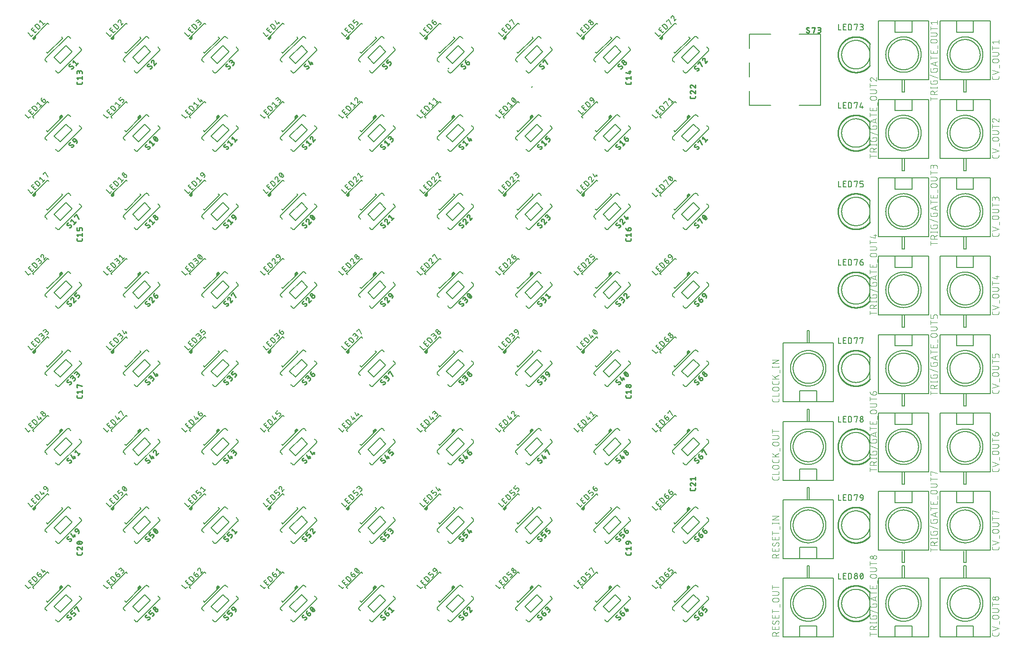
<source format=gbr>
G04 EAGLE Gerber RS-274X export*
G75*
%MOMM*%
%FSLAX34Y34*%
%LPD*%
%INSilkscreen Top*%
%IPPOS*%
%AMOC8*
5,1,8,0,0,1.08239X$1,22.5*%
G01*
%ADD10C,0.228600*%
%ADD11C,0.127000*%
%ADD12C,0.101600*%
%ADD13C,0.203200*%
%ADD14C,0.254000*%
%ADD15C,0.152400*%

G36*
X1036729Y927121D02*
X1036729Y927121D01*
X1036753Y927121D01*
X1036835Y927155D01*
X1036920Y927182D01*
X1036942Y927198D01*
X1036961Y927205D01*
X1036998Y927239D01*
X1037071Y927293D01*
X1042459Y932682D01*
X1042497Y932735D01*
X1042542Y932783D01*
X1042560Y932827D01*
X1042587Y932866D01*
X1042604Y932929D01*
X1042629Y932990D01*
X1042631Y933037D01*
X1042643Y933083D01*
X1042636Y933148D01*
X1042639Y933214D01*
X1042625Y933259D01*
X1042620Y933306D01*
X1042591Y933365D01*
X1042571Y933428D01*
X1042538Y933472D01*
X1042521Y933507D01*
X1042492Y933534D01*
X1042459Y933578D01*
X1039765Y936273D01*
X1039711Y936310D01*
X1039663Y936355D01*
X1039620Y936374D01*
X1039581Y936401D01*
X1039517Y936417D01*
X1039457Y936443D01*
X1039409Y936445D01*
X1039364Y936457D01*
X1039298Y936450D01*
X1039233Y936453D01*
X1039188Y936438D01*
X1039141Y936433D01*
X1039082Y936404D01*
X1039019Y936384D01*
X1038975Y936351D01*
X1038939Y936334D01*
X1038912Y936305D01*
X1038868Y936273D01*
X1036174Y933579D01*
X1036150Y933544D01*
X1036119Y933515D01*
X1036086Y933452D01*
X1036046Y933394D01*
X1036035Y933353D01*
X1036016Y933315D01*
X1036003Y933226D01*
X1035990Y933177D01*
X1035992Y933156D01*
X1035988Y933130D01*
X1035988Y927742D01*
X1036004Y927654D01*
X1036013Y927566D01*
X1036024Y927544D01*
X1036028Y927521D01*
X1036073Y927444D01*
X1036113Y927365D01*
X1036130Y927348D01*
X1036142Y927328D01*
X1036211Y927272D01*
X1036276Y927211D01*
X1036298Y927201D01*
X1036316Y927186D01*
X1036401Y927158D01*
X1036483Y927123D01*
X1036506Y927122D01*
X1036529Y927115D01*
X1036618Y927117D01*
X1036707Y927113D01*
X1036729Y927121D01*
G37*
G36*
X1036729Y647121D02*
X1036729Y647121D01*
X1036753Y647121D01*
X1036835Y647155D01*
X1036920Y647182D01*
X1036942Y647198D01*
X1036961Y647205D01*
X1036998Y647239D01*
X1037071Y647293D01*
X1042459Y652682D01*
X1042497Y652735D01*
X1042542Y652783D01*
X1042560Y652827D01*
X1042587Y652866D01*
X1042604Y652929D01*
X1042629Y652990D01*
X1042631Y653037D01*
X1042643Y653083D01*
X1042636Y653148D01*
X1042639Y653214D01*
X1042625Y653259D01*
X1042620Y653306D01*
X1042591Y653365D01*
X1042571Y653428D01*
X1042538Y653472D01*
X1042521Y653507D01*
X1042492Y653534D01*
X1042459Y653578D01*
X1039765Y656273D01*
X1039711Y656310D01*
X1039663Y656355D01*
X1039620Y656374D01*
X1039581Y656401D01*
X1039517Y656417D01*
X1039457Y656443D01*
X1039409Y656445D01*
X1039364Y656457D01*
X1039298Y656450D01*
X1039233Y656453D01*
X1039188Y656438D01*
X1039141Y656433D01*
X1039082Y656404D01*
X1039019Y656384D01*
X1038975Y656351D01*
X1038939Y656334D01*
X1038912Y656305D01*
X1038868Y656273D01*
X1036174Y653579D01*
X1036150Y653544D01*
X1036119Y653515D01*
X1036086Y653452D01*
X1036046Y653394D01*
X1036035Y653353D01*
X1036016Y653315D01*
X1036003Y653226D01*
X1035990Y653177D01*
X1035992Y653156D01*
X1035988Y653130D01*
X1035988Y647742D01*
X1036004Y647654D01*
X1036013Y647566D01*
X1036024Y647544D01*
X1036028Y647521D01*
X1036073Y647444D01*
X1036113Y647365D01*
X1036130Y647348D01*
X1036142Y647328D01*
X1036211Y647272D01*
X1036276Y647211D01*
X1036298Y647201D01*
X1036316Y647186D01*
X1036401Y647158D01*
X1036483Y647123D01*
X1036506Y647122D01*
X1036529Y647115D01*
X1036618Y647117D01*
X1036707Y647113D01*
X1036729Y647121D01*
G37*
G36*
X196729Y647121D02*
X196729Y647121D01*
X196753Y647121D01*
X196835Y647155D01*
X196920Y647182D01*
X196942Y647198D01*
X196961Y647205D01*
X196998Y647239D01*
X197071Y647293D01*
X202459Y652682D01*
X202497Y652735D01*
X202542Y652783D01*
X202560Y652827D01*
X202587Y652866D01*
X202604Y652929D01*
X202629Y652990D01*
X202631Y653037D01*
X202643Y653083D01*
X202636Y653148D01*
X202639Y653214D01*
X202625Y653259D01*
X202620Y653306D01*
X202591Y653365D01*
X202571Y653428D01*
X202538Y653472D01*
X202521Y653507D01*
X202492Y653534D01*
X202459Y653578D01*
X199765Y656273D01*
X199711Y656310D01*
X199663Y656355D01*
X199620Y656374D01*
X199581Y656401D01*
X199517Y656417D01*
X199457Y656443D01*
X199409Y656445D01*
X199364Y656457D01*
X199298Y656450D01*
X199233Y656453D01*
X199188Y656438D01*
X199141Y656433D01*
X199082Y656404D01*
X199019Y656384D01*
X198975Y656351D01*
X198939Y656334D01*
X198912Y656305D01*
X198868Y656273D01*
X196174Y653579D01*
X196150Y653544D01*
X196119Y653515D01*
X196086Y653452D01*
X196046Y653394D01*
X196035Y653353D01*
X196016Y653315D01*
X196003Y653226D01*
X195990Y653177D01*
X195992Y653156D01*
X195988Y653130D01*
X195988Y647742D01*
X196004Y647654D01*
X196013Y647566D01*
X196024Y647544D01*
X196028Y647521D01*
X196073Y647444D01*
X196113Y647365D01*
X196130Y647348D01*
X196142Y647328D01*
X196211Y647272D01*
X196276Y647211D01*
X196298Y647201D01*
X196316Y647186D01*
X196401Y647158D01*
X196483Y647123D01*
X196506Y647122D01*
X196529Y647115D01*
X196618Y647117D01*
X196707Y647113D01*
X196729Y647121D01*
G37*
G36*
X476729Y647121D02*
X476729Y647121D01*
X476753Y647121D01*
X476835Y647155D01*
X476920Y647182D01*
X476942Y647198D01*
X476961Y647205D01*
X476998Y647239D01*
X477071Y647293D01*
X482459Y652682D01*
X482497Y652735D01*
X482542Y652783D01*
X482560Y652827D01*
X482587Y652866D01*
X482604Y652929D01*
X482629Y652990D01*
X482631Y653037D01*
X482643Y653083D01*
X482636Y653148D01*
X482639Y653214D01*
X482625Y653259D01*
X482620Y653306D01*
X482591Y653365D01*
X482571Y653428D01*
X482538Y653472D01*
X482521Y653507D01*
X482492Y653534D01*
X482459Y653578D01*
X479765Y656273D01*
X479711Y656310D01*
X479663Y656355D01*
X479620Y656374D01*
X479581Y656401D01*
X479517Y656417D01*
X479457Y656443D01*
X479409Y656445D01*
X479364Y656457D01*
X479298Y656450D01*
X479233Y656453D01*
X479188Y656438D01*
X479141Y656433D01*
X479082Y656404D01*
X479019Y656384D01*
X478975Y656351D01*
X478939Y656334D01*
X478912Y656305D01*
X478868Y656273D01*
X476174Y653579D01*
X476150Y653544D01*
X476119Y653515D01*
X476086Y653452D01*
X476046Y653394D01*
X476035Y653353D01*
X476016Y653315D01*
X476003Y653226D01*
X475990Y653177D01*
X475992Y653156D01*
X475988Y653130D01*
X475988Y647742D01*
X476004Y647654D01*
X476013Y647566D01*
X476024Y647544D01*
X476028Y647521D01*
X476073Y647444D01*
X476113Y647365D01*
X476130Y647348D01*
X476142Y647328D01*
X476211Y647272D01*
X476276Y647211D01*
X476298Y647201D01*
X476316Y647186D01*
X476401Y647158D01*
X476483Y647123D01*
X476506Y647122D01*
X476529Y647115D01*
X476618Y647117D01*
X476707Y647113D01*
X476729Y647121D01*
G37*
G36*
X616729Y647121D02*
X616729Y647121D01*
X616753Y647121D01*
X616835Y647155D01*
X616920Y647182D01*
X616942Y647198D01*
X616961Y647205D01*
X616998Y647239D01*
X617071Y647293D01*
X622459Y652682D01*
X622497Y652735D01*
X622542Y652783D01*
X622560Y652827D01*
X622587Y652866D01*
X622604Y652929D01*
X622629Y652990D01*
X622631Y653037D01*
X622643Y653083D01*
X622636Y653148D01*
X622639Y653214D01*
X622625Y653259D01*
X622620Y653306D01*
X622591Y653365D01*
X622571Y653428D01*
X622538Y653472D01*
X622521Y653507D01*
X622492Y653534D01*
X622459Y653578D01*
X619765Y656273D01*
X619711Y656310D01*
X619663Y656355D01*
X619620Y656374D01*
X619581Y656401D01*
X619517Y656417D01*
X619457Y656443D01*
X619409Y656445D01*
X619364Y656457D01*
X619298Y656450D01*
X619233Y656453D01*
X619188Y656438D01*
X619141Y656433D01*
X619082Y656404D01*
X619019Y656384D01*
X618975Y656351D01*
X618939Y656334D01*
X618912Y656305D01*
X618868Y656273D01*
X616174Y653579D01*
X616150Y653544D01*
X616119Y653515D01*
X616086Y653452D01*
X616046Y653394D01*
X616035Y653353D01*
X616016Y653315D01*
X616003Y653226D01*
X615990Y653177D01*
X615992Y653156D01*
X615988Y653130D01*
X615988Y647742D01*
X616004Y647654D01*
X616013Y647566D01*
X616024Y647544D01*
X616028Y647521D01*
X616073Y647444D01*
X616113Y647365D01*
X616130Y647348D01*
X616142Y647328D01*
X616211Y647272D01*
X616276Y647211D01*
X616298Y647201D01*
X616316Y647186D01*
X616401Y647158D01*
X616483Y647123D01*
X616506Y647122D01*
X616529Y647115D01*
X616618Y647117D01*
X616707Y647113D01*
X616729Y647121D01*
G37*
G36*
X756729Y647121D02*
X756729Y647121D01*
X756753Y647121D01*
X756835Y647155D01*
X756920Y647182D01*
X756942Y647198D01*
X756961Y647205D01*
X756998Y647239D01*
X757071Y647293D01*
X762459Y652682D01*
X762497Y652735D01*
X762542Y652783D01*
X762560Y652827D01*
X762587Y652866D01*
X762604Y652929D01*
X762629Y652990D01*
X762631Y653037D01*
X762643Y653083D01*
X762636Y653148D01*
X762639Y653214D01*
X762625Y653259D01*
X762620Y653306D01*
X762591Y653365D01*
X762571Y653428D01*
X762538Y653472D01*
X762521Y653507D01*
X762492Y653534D01*
X762459Y653578D01*
X759765Y656273D01*
X759711Y656310D01*
X759663Y656355D01*
X759620Y656374D01*
X759581Y656401D01*
X759517Y656417D01*
X759457Y656443D01*
X759409Y656445D01*
X759364Y656457D01*
X759298Y656450D01*
X759233Y656453D01*
X759188Y656438D01*
X759141Y656433D01*
X759082Y656404D01*
X759019Y656384D01*
X758975Y656351D01*
X758939Y656334D01*
X758912Y656305D01*
X758868Y656273D01*
X756174Y653579D01*
X756150Y653544D01*
X756119Y653515D01*
X756086Y653452D01*
X756046Y653394D01*
X756035Y653353D01*
X756016Y653315D01*
X756003Y653226D01*
X755990Y653177D01*
X755992Y653156D01*
X755988Y653130D01*
X755988Y647742D01*
X756004Y647654D01*
X756013Y647566D01*
X756024Y647544D01*
X756028Y647521D01*
X756073Y647444D01*
X756113Y647365D01*
X756130Y647348D01*
X756142Y647328D01*
X756211Y647272D01*
X756276Y647211D01*
X756298Y647201D01*
X756316Y647186D01*
X756401Y647158D01*
X756483Y647123D01*
X756506Y647122D01*
X756529Y647115D01*
X756618Y647117D01*
X756707Y647113D01*
X756729Y647121D01*
G37*
G36*
X1176729Y507121D02*
X1176729Y507121D01*
X1176753Y507121D01*
X1176835Y507155D01*
X1176920Y507182D01*
X1176942Y507198D01*
X1176961Y507205D01*
X1176998Y507239D01*
X1177071Y507293D01*
X1182459Y512682D01*
X1182497Y512735D01*
X1182542Y512783D01*
X1182560Y512827D01*
X1182587Y512866D01*
X1182604Y512929D01*
X1182629Y512990D01*
X1182631Y513037D01*
X1182643Y513083D01*
X1182636Y513148D01*
X1182639Y513214D01*
X1182625Y513259D01*
X1182620Y513306D01*
X1182591Y513365D01*
X1182571Y513428D01*
X1182538Y513472D01*
X1182521Y513507D01*
X1182492Y513534D01*
X1182459Y513578D01*
X1179765Y516273D01*
X1179711Y516310D01*
X1179663Y516355D01*
X1179620Y516374D01*
X1179581Y516401D01*
X1179517Y516417D01*
X1179457Y516443D01*
X1179409Y516445D01*
X1179364Y516457D01*
X1179298Y516450D01*
X1179233Y516453D01*
X1179188Y516438D01*
X1179141Y516433D01*
X1179082Y516404D01*
X1179019Y516384D01*
X1178975Y516351D01*
X1178939Y516334D01*
X1178912Y516305D01*
X1178868Y516273D01*
X1176174Y513579D01*
X1176150Y513544D01*
X1176119Y513515D01*
X1176086Y513452D01*
X1176046Y513394D01*
X1176035Y513353D01*
X1176016Y513315D01*
X1176003Y513226D01*
X1175990Y513177D01*
X1175992Y513156D01*
X1175988Y513130D01*
X1175988Y507742D01*
X1176004Y507654D01*
X1176013Y507566D01*
X1176024Y507544D01*
X1176028Y507521D01*
X1176073Y507444D01*
X1176113Y507365D01*
X1176130Y507348D01*
X1176142Y507328D01*
X1176211Y507272D01*
X1176276Y507211D01*
X1176298Y507201D01*
X1176316Y507186D01*
X1176401Y507158D01*
X1176483Y507123D01*
X1176506Y507122D01*
X1176529Y507115D01*
X1176618Y507117D01*
X1176707Y507113D01*
X1176729Y507121D01*
G37*
G36*
X1176729Y787121D02*
X1176729Y787121D01*
X1176753Y787121D01*
X1176835Y787155D01*
X1176920Y787182D01*
X1176942Y787198D01*
X1176961Y787205D01*
X1176998Y787239D01*
X1177071Y787293D01*
X1182459Y792682D01*
X1182497Y792735D01*
X1182542Y792783D01*
X1182560Y792827D01*
X1182587Y792866D01*
X1182604Y792929D01*
X1182629Y792990D01*
X1182631Y793037D01*
X1182643Y793083D01*
X1182636Y793148D01*
X1182639Y793214D01*
X1182625Y793259D01*
X1182620Y793306D01*
X1182591Y793365D01*
X1182571Y793428D01*
X1182538Y793472D01*
X1182521Y793507D01*
X1182492Y793534D01*
X1182459Y793578D01*
X1179765Y796273D01*
X1179711Y796310D01*
X1179663Y796355D01*
X1179620Y796374D01*
X1179581Y796401D01*
X1179517Y796417D01*
X1179457Y796443D01*
X1179409Y796445D01*
X1179364Y796457D01*
X1179298Y796450D01*
X1179233Y796453D01*
X1179188Y796438D01*
X1179141Y796433D01*
X1179082Y796404D01*
X1179019Y796384D01*
X1178975Y796351D01*
X1178939Y796334D01*
X1178912Y796305D01*
X1178868Y796273D01*
X1176174Y793579D01*
X1176150Y793544D01*
X1176119Y793515D01*
X1176086Y793452D01*
X1176046Y793394D01*
X1176035Y793353D01*
X1176016Y793315D01*
X1176003Y793226D01*
X1175990Y793177D01*
X1175992Y793156D01*
X1175988Y793130D01*
X1175988Y787742D01*
X1176004Y787654D01*
X1176013Y787566D01*
X1176024Y787544D01*
X1176028Y787521D01*
X1176073Y787444D01*
X1176113Y787365D01*
X1176130Y787348D01*
X1176142Y787328D01*
X1176211Y787272D01*
X1176276Y787211D01*
X1176298Y787201D01*
X1176316Y787186D01*
X1176401Y787158D01*
X1176483Y787123D01*
X1176506Y787122D01*
X1176529Y787115D01*
X1176618Y787117D01*
X1176707Y787113D01*
X1176729Y787121D01*
G37*
G36*
X336729Y647121D02*
X336729Y647121D01*
X336753Y647121D01*
X336835Y647155D01*
X336920Y647182D01*
X336942Y647198D01*
X336961Y647205D01*
X336998Y647239D01*
X337071Y647293D01*
X342459Y652682D01*
X342497Y652735D01*
X342542Y652783D01*
X342560Y652827D01*
X342587Y652866D01*
X342604Y652929D01*
X342629Y652990D01*
X342631Y653037D01*
X342643Y653083D01*
X342636Y653148D01*
X342639Y653214D01*
X342625Y653259D01*
X342620Y653306D01*
X342591Y653365D01*
X342571Y653428D01*
X342538Y653472D01*
X342521Y653507D01*
X342492Y653534D01*
X342459Y653578D01*
X339765Y656273D01*
X339711Y656310D01*
X339663Y656355D01*
X339620Y656374D01*
X339581Y656401D01*
X339517Y656417D01*
X339457Y656443D01*
X339409Y656445D01*
X339364Y656457D01*
X339298Y656450D01*
X339233Y656453D01*
X339188Y656438D01*
X339141Y656433D01*
X339082Y656404D01*
X339019Y656384D01*
X338975Y656351D01*
X338939Y656334D01*
X338912Y656305D01*
X338868Y656273D01*
X336174Y653579D01*
X336150Y653544D01*
X336119Y653515D01*
X336086Y653452D01*
X336046Y653394D01*
X336035Y653353D01*
X336016Y653315D01*
X336003Y653226D01*
X335990Y653177D01*
X335992Y653156D01*
X335988Y653130D01*
X335988Y647742D01*
X336004Y647654D01*
X336013Y647566D01*
X336024Y647544D01*
X336028Y647521D01*
X336073Y647444D01*
X336113Y647365D01*
X336130Y647348D01*
X336142Y647328D01*
X336211Y647272D01*
X336276Y647211D01*
X336298Y647201D01*
X336316Y647186D01*
X336401Y647158D01*
X336483Y647123D01*
X336506Y647122D01*
X336529Y647115D01*
X336618Y647117D01*
X336707Y647113D01*
X336729Y647121D01*
G37*
G36*
X896729Y647121D02*
X896729Y647121D01*
X896753Y647121D01*
X896835Y647155D01*
X896920Y647182D01*
X896942Y647198D01*
X896961Y647205D01*
X896998Y647239D01*
X897071Y647293D01*
X902459Y652682D01*
X902497Y652735D01*
X902542Y652783D01*
X902560Y652827D01*
X902587Y652866D01*
X902604Y652929D01*
X902629Y652990D01*
X902631Y653037D01*
X902643Y653083D01*
X902636Y653148D01*
X902639Y653214D01*
X902625Y653259D01*
X902620Y653306D01*
X902591Y653365D01*
X902571Y653428D01*
X902538Y653472D01*
X902521Y653507D01*
X902492Y653534D01*
X902459Y653578D01*
X899765Y656273D01*
X899711Y656310D01*
X899663Y656355D01*
X899620Y656374D01*
X899581Y656401D01*
X899517Y656417D01*
X899457Y656443D01*
X899409Y656445D01*
X899364Y656457D01*
X899298Y656450D01*
X899233Y656453D01*
X899188Y656438D01*
X899141Y656433D01*
X899082Y656404D01*
X899019Y656384D01*
X898975Y656351D01*
X898939Y656334D01*
X898912Y656305D01*
X898868Y656273D01*
X896174Y653579D01*
X896150Y653544D01*
X896119Y653515D01*
X896086Y653452D01*
X896046Y653394D01*
X896035Y653353D01*
X896016Y653315D01*
X896003Y653226D01*
X895990Y653177D01*
X895992Y653156D01*
X895988Y653130D01*
X895988Y647742D01*
X896004Y647654D01*
X896013Y647566D01*
X896024Y647544D01*
X896028Y647521D01*
X896073Y647444D01*
X896113Y647365D01*
X896130Y647348D01*
X896142Y647328D01*
X896211Y647272D01*
X896276Y647211D01*
X896298Y647201D01*
X896316Y647186D01*
X896401Y647158D01*
X896483Y647123D01*
X896506Y647122D01*
X896529Y647115D01*
X896618Y647117D01*
X896707Y647113D01*
X896729Y647121D01*
G37*
G36*
X476729Y927121D02*
X476729Y927121D01*
X476753Y927121D01*
X476835Y927155D01*
X476920Y927182D01*
X476942Y927198D01*
X476961Y927205D01*
X476998Y927239D01*
X477071Y927293D01*
X482459Y932682D01*
X482497Y932735D01*
X482542Y932783D01*
X482560Y932827D01*
X482587Y932866D01*
X482604Y932929D01*
X482629Y932990D01*
X482631Y933037D01*
X482643Y933083D01*
X482636Y933148D01*
X482639Y933214D01*
X482625Y933259D01*
X482620Y933306D01*
X482591Y933365D01*
X482571Y933428D01*
X482538Y933472D01*
X482521Y933507D01*
X482492Y933534D01*
X482459Y933578D01*
X479765Y936273D01*
X479711Y936310D01*
X479663Y936355D01*
X479620Y936374D01*
X479581Y936401D01*
X479517Y936417D01*
X479457Y936443D01*
X479409Y936445D01*
X479364Y936457D01*
X479298Y936450D01*
X479233Y936453D01*
X479188Y936438D01*
X479141Y936433D01*
X479082Y936404D01*
X479019Y936384D01*
X478975Y936351D01*
X478939Y936334D01*
X478912Y936305D01*
X478868Y936273D01*
X476174Y933579D01*
X476150Y933544D01*
X476119Y933515D01*
X476086Y933452D01*
X476046Y933394D01*
X476035Y933353D01*
X476016Y933315D01*
X476003Y933226D01*
X475990Y933177D01*
X475992Y933156D01*
X475988Y933130D01*
X475988Y927742D01*
X476004Y927654D01*
X476013Y927566D01*
X476024Y927544D01*
X476028Y927521D01*
X476073Y927444D01*
X476113Y927365D01*
X476130Y927348D01*
X476142Y927328D01*
X476211Y927272D01*
X476276Y927211D01*
X476298Y927201D01*
X476316Y927186D01*
X476401Y927158D01*
X476483Y927123D01*
X476506Y927122D01*
X476529Y927115D01*
X476618Y927117D01*
X476707Y927113D01*
X476729Y927121D01*
G37*
G36*
X336729Y927121D02*
X336729Y927121D01*
X336753Y927121D01*
X336835Y927155D01*
X336920Y927182D01*
X336942Y927198D01*
X336961Y927205D01*
X336998Y927239D01*
X337071Y927293D01*
X342459Y932682D01*
X342497Y932735D01*
X342542Y932783D01*
X342560Y932827D01*
X342587Y932866D01*
X342604Y932929D01*
X342629Y932990D01*
X342631Y933037D01*
X342643Y933083D01*
X342636Y933148D01*
X342639Y933214D01*
X342625Y933259D01*
X342620Y933306D01*
X342591Y933365D01*
X342571Y933428D01*
X342538Y933472D01*
X342521Y933507D01*
X342492Y933534D01*
X342459Y933578D01*
X339765Y936273D01*
X339711Y936310D01*
X339663Y936355D01*
X339620Y936374D01*
X339581Y936401D01*
X339517Y936417D01*
X339457Y936443D01*
X339409Y936445D01*
X339364Y936457D01*
X339298Y936450D01*
X339233Y936453D01*
X339188Y936438D01*
X339141Y936433D01*
X339082Y936404D01*
X339019Y936384D01*
X338975Y936351D01*
X338939Y936334D01*
X338912Y936305D01*
X338868Y936273D01*
X336174Y933579D01*
X336150Y933544D01*
X336119Y933515D01*
X336086Y933452D01*
X336046Y933394D01*
X336035Y933353D01*
X336016Y933315D01*
X336003Y933226D01*
X335990Y933177D01*
X335992Y933156D01*
X335988Y933130D01*
X335988Y927742D01*
X336004Y927654D01*
X336013Y927566D01*
X336024Y927544D01*
X336028Y927521D01*
X336073Y927444D01*
X336113Y927365D01*
X336130Y927348D01*
X336142Y927328D01*
X336211Y927272D01*
X336276Y927211D01*
X336298Y927201D01*
X336316Y927186D01*
X336401Y927158D01*
X336483Y927123D01*
X336506Y927122D01*
X336529Y927115D01*
X336618Y927117D01*
X336707Y927113D01*
X336729Y927121D01*
G37*
G36*
X56729Y927121D02*
X56729Y927121D01*
X56753Y927121D01*
X56835Y927155D01*
X56920Y927182D01*
X56942Y927198D01*
X56961Y927205D01*
X56998Y927239D01*
X57071Y927293D01*
X62459Y932682D01*
X62497Y932735D01*
X62542Y932783D01*
X62560Y932827D01*
X62587Y932866D01*
X62604Y932929D01*
X62629Y932990D01*
X62631Y933037D01*
X62643Y933083D01*
X62636Y933148D01*
X62639Y933214D01*
X62625Y933259D01*
X62620Y933306D01*
X62591Y933365D01*
X62571Y933428D01*
X62538Y933472D01*
X62521Y933507D01*
X62492Y933534D01*
X62459Y933578D01*
X59765Y936273D01*
X59711Y936310D01*
X59663Y936355D01*
X59620Y936374D01*
X59581Y936401D01*
X59517Y936417D01*
X59457Y936443D01*
X59409Y936445D01*
X59364Y936457D01*
X59298Y936450D01*
X59233Y936453D01*
X59188Y936438D01*
X59141Y936433D01*
X59082Y936404D01*
X59019Y936384D01*
X58975Y936351D01*
X58939Y936334D01*
X58912Y936305D01*
X58868Y936273D01*
X56174Y933579D01*
X56150Y933544D01*
X56119Y933515D01*
X56086Y933452D01*
X56046Y933394D01*
X56035Y933353D01*
X56016Y933315D01*
X56003Y933226D01*
X55990Y933177D01*
X55992Y933156D01*
X55988Y933130D01*
X55988Y927742D01*
X56004Y927654D01*
X56013Y927566D01*
X56024Y927544D01*
X56028Y927521D01*
X56073Y927444D01*
X56113Y927365D01*
X56130Y927348D01*
X56142Y927328D01*
X56211Y927272D01*
X56276Y927211D01*
X56298Y927201D01*
X56316Y927186D01*
X56401Y927158D01*
X56483Y927123D01*
X56506Y927122D01*
X56529Y927115D01*
X56618Y927117D01*
X56707Y927113D01*
X56729Y927121D01*
G37*
G36*
X1176729Y927121D02*
X1176729Y927121D01*
X1176753Y927121D01*
X1176835Y927155D01*
X1176920Y927182D01*
X1176942Y927198D01*
X1176961Y927205D01*
X1176998Y927239D01*
X1177071Y927293D01*
X1182459Y932682D01*
X1182497Y932735D01*
X1182542Y932783D01*
X1182560Y932827D01*
X1182587Y932866D01*
X1182604Y932929D01*
X1182629Y932990D01*
X1182631Y933037D01*
X1182643Y933083D01*
X1182636Y933148D01*
X1182639Y933214D01*
X1182625Y933259D01*
X1182620Y933306D01*
X1182591Y933365D01*
X1182571Y933428D01*
X1182538Y933472D01*
X1182521Y933507D01*
X1182492Y933534D01*
X1182459Y933578D01*
X1179765Y936273D01*
X1179711Y936310D01*
X1179663Y936355D01*
X1179620Y936374D01*
X1179581Y936401D01*
X1179517Y936417D01*
X1179457Y936443D01*
X1179409Y936445D01*
X1179364Y936457D01*
X1179298Y936450D01*
X1179233Y936453D01*
X1179188Y936438D01*
X1179141Y936433D01*
X1179082Y936404D01*
X1179019Y936384D01*
X1178975Y936351D01*
X1178939Y936334D01*
X1178912Y936305D01*
X1178868Y936273D01*
X1176174Y933579D01*
X1176150Y933544D01*
X1176119Y933515D01*
X1176086Y933452D01*
X1176046Y933394D01*
X1176035Y933353D01*
X1176016Y933315D01*
X1176003Y933226D01*
X1175990Y933177D01*
X1175992Y933156D01*
X1175988Y933130D01*
X1175988Y927742D01*
X1176004Y927654D01*
X1176013Y927566D01*
X1176024Y927544D01*
X1176028Y927521D01*
X1176073Y927444D01*
X1176113Y927365D01*
X1176130Y927348D01*
X1176142Y927328D01*
X1176211Y927272D01*
X1176276Y927211D01*
X1176298Y927201D01*
X1176316Y927186D01*
X1176401Y927158D01*
X1176483Y927123D01*
X1176506Y927122D01*
X1176529Y927115D01*
X1176618Y927117D01*
X1176707Y927113D01*
X1176729Y927121D01*
G37*
G36*
X756729Y927121D02*
X756729Y927121D01*
X756753Y927121D01*
X756835Y927155D01*
X756920Y927182D01*
X756942Y927198D01*
X756961Y927205D01*
X756998Y927239D01*
X757071Y927293D01*
X762459Y932682D01*
X762497Y932735D01*
X762542Y932783D01*
X762560Y932827D01*
X762587Y932866D01*
X762604Y932929D01*
X762629Y932990D01*
X762631Y933037D01*
X762643Y933083D01*
X762636Y933148D01*
X762639Y933214D01*
X762625Y933259D01*
X762620Y933306D01*
X762591Y933365D01*
X762571Y933428D01*
X762538Y933472D01*
X762521Y933507D01*
X762492Y933534D01*
X762459Y933578D01*
X759765Y936273D01*
X759711Y936310D01*
X759663Y936355D01*
X759620Y936374D01*
X759581Y936401D01*
X759517Y936417D01*
X759457Y936443D01*
X759409Y936445D01*
X759364Y936457D01*
X759298Y936450D01*
X759233Y936453D01*
X759188Y936438D01*
X759141Y936433D01*
X759082Y936404D01*
X759019Y936384D01*
X758975Y936351D01*
X758939Y936334D01*
X758912Y936305D01*
X758868Y936273D01*
X756174Y933579D01*
X756150Y933544D01*
X756119Y933515D01*
X756086Y933452D01*
X756046Y933394D01*
X756035Y933353D01*
X756016Y933315D01*
X756003Y933226D01*
X755990Y933177D01*
X755992Y933156D01*
X755988Y933130D01*
X755988Y927742D01*
X756004Y927654D01*
X756013Y927566D01*
X756024Y927544D01*
X756028Y927521D01*
X756073Y927444D01*
X756113Y927365D01*
X756130Y927348D01*
X756142Y927328D01*
X756211Y927272D01*
X756276Y927211D01*
X756298Y927201D01*
X756316Y927186D01*
X756401Y927158D01*
X756483Y927123D01*
X756506Y927122D01*
X756529Y927115D01*
X756618Y927117D01*
X756707Y927113D01*
X756729Y927121D01*
G37*
G36*
X616729Y927121D02*
X616729Y927121D01*
X616753Y927121D01*
X616835Y927155D01*
X616920Y927182D01*
X616942Y927198D01*
X616961Y927205D01*
X616998Y927239D01*
X617071Y927293D01*
X622459Y932682D01*
X622497Y932735D01*
X622542Y932783D01*
X622560Y932827D01*
X622587Y932866D01*
X622604Y932929D01*
X622629Y932990D01*
X622631Y933037D01*
X622643Y933083D01*
X622636Y933148D01*
X622639Y933214D01*
X622625Y933259D01*
X622620Y933306D01*
X622591Y933365D01*
X622571Y933428D01*
X622538Y933472D01*
X622521Y933507D01*
X622492Y933534D01*
X622459Y933578D01*
X619765Y936273D01*
X619711Y936310D01*
X619663Y936355D01*
X619620Y936374D01*
X619581Y936401D01*
X619517Y936417D01*
X619457Y936443D01*
X619409Y936445D01*
X619364Y936457D01*
X619298Y936450D01*
X619233Y936453D01*
X619188Y936438D01*
X619141Y936433D01*
X619082Y936404D01*
X619019Y936384D01*
X618975Y936351D01*
X618939Y936334D01*
X618912Y936305D01*
X618868Y936273D01*
X616174Y933579D01*
X616150Y933544D01*
X616119Y933515D01*
X616086Y933452D01*
X616046Y933394D01*
X616035Y933353D01*
X616016Y933315D01*
X616003Y933226D01*
X615990Y933177D01*
X615992Y933156D01*
X615988Y933130D01*
X615988Y927742D01*
X616004Y927654D01*
X616013Y927566D01*
X616024Y927544D01*
X616028Y927521D01*
X616073Y927444D01*
X616113Y927365D01*
X616130Y927348D01*
X616142Y927328D01*
X616211Y927272D01*
X616276Y927211D01*
X616298Y927201D01*
X616316Y927186D01*
X616401Y927158D01*
X616483Y927123D01*
X616506Y927122D01*
X616529Y927115D01*
X616618Y927117D01*
X616707Y927113D01*
X616729Y927121D01*
G37*
G36*
X896729Y927121D02*
X896729Y927121D01*
X896753Y927121D01*
X896835Y927155D01*
X896920Y927182D01*
X896942Y927198D01*
X896961Y927205D01*
X896998Y927239D01*
X897071Y927293D01*
X902459Y932682D01*
X902497Y932735D01*
X902542Y932783D01*
X902560Y932827D01*
X902587Y932866D01*
X902604Y932929D01*
X902629Y932990D01*
X902631Y933037D01*
X902643Y933083D01*
X902636Y933148D01*
X902639Y933214D01*
X902625Y933259D01*
X902620Y933306D01*
X902591Y933365D01*
X902571Y933428D01*
X902538Y933472D01*
X902521Y933507D01*
X902492Y933534D01*
X902459Y933578D01*
X899765Y936273D01*
X899711Y936310D01*
X899663Y936355D01*
X899620Y936374D01*
X899581Y936401D01*
X899517Y936417D01*
X899457Y936443D01*
X899409Y936445D01*
X899364Y936457D01*
X899298Y936450D01*
X899233Y936453D01*
X899188Y936438D01*
X899141Y936433D01*
X899082Y936404D01*
X899019Y936384D01*
X898975Y936351D01*
X898939Y936334D01*
X898912Y936305D01*
X898868Y936273D01*
X896174Y933579D01*
X896150Y933544D01*
X896119Y933515D01*
X896086Y933452D01*
X896046Y933394D01*
X896035Y933353D01*
X896016Y933315D01*
X896003Y933226D01*
X895990Y933177D01*
X895992Y933156D01*
X895988Y933130D01*
X895988Y927742D01*
X896004Y927654D01*
X896013Y927566D01*
X896024Y927544D01*
X896028Y927521D01*
X896073Y927444D01*
X896113Y927365D01*
X896130Y927348D01*
X896142Y927328D01*
X896211Y927272D01*
X896276Y927211D01*
X896298Y927201D01*
X896316Y927186D01*
X896401Y927158D01*
X896483Y927123D01*
X896506Y927122D01*
X896529Y927115D01*
X896618Y927117D01*
X896707Y927113D01*
X896729Y927121D01*
G37*
G36*
X196729Y927121D02*
X196729Y927121D01*
X196753Y927121D01*
X196835Y927155D01*
X196920Y927182D01*
X196942Y927198D01*
X196961Y927205D01*
X196998Y927239D01*
X197071Y927293D01*
X202459Y932682D01*
X202497Y932735D01*
X202542Y932783D01*
X202560Y932827D01*
X202587Y932866D01*
X202604Y932929D01*
X202629Y932990D01*
X202631Y933037D01*
X202643Y933083D01*
X202636Y933148D01*
X202639Y933214D01*
X202625Y933259D01*
X202620Y933306D01*
X202591Y933365D01*
X202571Y933428D01*
X202538Y933472D01*
X202521Y933507D01*
X202492Y933534D01*
X202459Y933578D01*
X199765Y936273D01*
X199711Y936310D01*
X199663Y936355D01*
X199620Y936374D01*
X199581Y936401D01*
X199517Y936417D01*
X199457Y936443D01*
X199409Y936445D01*
X199364Y936457D01*
X199298Y936450D01*
X199233Y936453D01*
X199188Y936438D01*
X199141Y936433D01*
X199082Y936404D01*
X199019Y936384D01*
X198975Y936351D01*
X198939Y936334D01*
X198912Y936305D01*
X198868Y936273D01*
X196174Y933579D01*
X196150Y933544D01*
X196119Y933515D01*
X196086Y933452D01*
X196046Y933394D01*
X196035Y933353D01*
X196016Y933315D01*
X196003Y933226D01*
X195990Y933177D01*
X195992Y933156D01*
X195988Y933130D01*
X195988Y927742D01*
X196004Y927654D01*
X196013Y927566D01*
X196024Y927544D01*
X196028Y927521D01*
X196073Y927444D01*
X196113Y927365D01*
X196130Y927348D01*
X196142Y927328D01*
X196211Y927272D01*
X196276Y927211D01*
X196298Y927201D01*
X196316Y927186D01*
X196401Y927158D01*
X196483Y927123D01*
X196506Y927122D01*
X196529Y927115D01*
X196618Y927117D01*
X196707Y927113D01*
X196729Y927121D01*
G37*
G36*
X1176729Y647121D02*
X1176729Y647121D01*
X1176753Y647121D01*
X1176835Y647155D01*
X1176920Y647182D01*
X1176942Y647198D01*
X1176961Y647205D01*
X1176998Y647239D01*
X1177071Y647293D01*
X1182459Y652682D01*
X1182497Y652735D01*
X1182542Y652783D01*
X1182560Y652827D01*
X1182587Y652866D01*
X1182604Y652929D01*
X1182629Y652990D01*
X1182631Y653037D01*
X1182643Y653083D01*
X1182636Y653148D01*
X1182639Y653214D01*
X1182625Y653259D01*
X1182620Y653306D01*
X1182591Y653365D01*
X1182571Y653428D01*
X1182538Y653472D01*
X1182521Y653507D01*
X1182492Y653534D01*
X1182459Y653578D01*
X1179765Y656273D01*
X1179711Y656310D01*
X1179663Y656355D01*
X1179620Y656374D01*
X1179581Y656401D01*
X1179517Y656417D01*
X1179457Y656443D01*
X1179409Y656445D01*
X1179364Y656457D01*
X1179298Y656450D01*
X1179233Y656453D01*
X1179188Y656438D01*
X1179141Y656433D01*
X1179082Y656404D01*
X1179019Y656384D01*
X1178975Y656351D01*
X1178939Y656334D01*
X1178912Y656305D01*
X1178868Y656273D01*
X1176174Y653579D01*
X1176150Y653544D01*
X1176119Y653515D01*
X1176086Y653452D01*
X1176046Y653394D01*
X1176035Y653353D01*
X1176016Y653315D01*
X1176003Y653226D01*
X1175990Y653177D01*
X1175992Y653156D01*
X1175988Y653130D01*
X1175988Y647742D01*
X1176004Y647654D01*
X1176013Y647566D01*
X1176024Y647544D01*
X1176028Y647521D01*
X1176073Y647444D01*
X1176113Y647365D01*
X1176130Y647348D01*
X1176142Y647328D01*
X1176211Y647272D01*
X1176276Y647211D01*
X1176298Y647201D01*
X1176316Y647186D01*
X1176401Y647158D01*
X1176483Y647123D01*
X1176506Y647122D01*
X1176529Y647115D01*
X1176618Y647117D01*
X1176707Y647113D01*
X1176729Y647121D01*
G37*
G36*
X56729Y647121D02*
X56729Y647121D01*
X56753Y647121D01*
X56835Y647155D01*
X56920Y647182D01*
X56942Y647198D01*
X56961Y647205D01*
X56998Y647239D01*
X57071Y647293D01*
X62459Y652682D01*
X62497Y652735D01*
X62542Y652783D01*
X62560Y652827D01*
X62587Y652866D01*
X62604Y652929D01*
X62629Y652990D01*
X62631Y653037D01*
X62643Y653083D01*
X62636Y653148D01*
X62639Y653214D01*
X62625Y653259D01*
X62620Y653306D01*
X62591Y653365D01*
X62571Y653428D01*
X62538Y653472D01*
X62521Y653507D01*
X62492Y653534D01*
X62459Y653578D01*
X59765Y656273D01*
X59711Y656310D01*
X59663Y656355D01*
X59620Y656374D01*
X59581Y656401D01*
X59517Y656417D01*
X59457Y656443D01*
X59409Y656445D01*
X59364Y656457D01*
X59298Y656450D01*
X59233Y656453D01*
X59188Y656438D01*
X59141Y656433D01*
X59082Y656404D01*
X59019Y656384D01*
X58975Y656351D01*
X58939Y656334D01*
X58912Y656305D01*
X58868Y656273D01*
X56174Y653579D01*
X56150Y653544D01*
X56119Y653515D01*
X56086Y653452D01*
X56046Y653394D01*
X56035Y653353D01*
X56016Y653315D01*
X56003Y653226D01*
X55990Y653177D01*
X55992Y653156D01*
X55988Y653130D01*
X55988Y647742D01*
X56004Y647654D01*
X56013Y647566D01*
X56024Y647544D01*
X56028Y647521D01*
X56073Y647444D01*
X56113Y647365D01*
X56130Y647348D01*
X56142Y647328D01*
X56211Y647272D01*
X56276Y647211D01*
X56298Y647201D01*
X56316Y647186D01*
X56401Y647158D01*
X56483Y647123D01*
X56506Y647122D01*
X56529Y647115D01*
X56618Y647117D01*
X56707Y647113D01*
X56729Y647121D01*
G37*
G36*
X896729Y367121D02*
X896729Y367121D01*
X896753Y367121D01*
X896835Y367155D01*
X896920Y367182D01*
X896942Y367198D01*
X896961Y367205D01*
X896998Y367239D01*
X897071Y367293D01*
X902459Y372682D01*
X902497Y372736D01*
X902542Y372783D01*
X902560Y372827D01*
X902587Y372866D01*
X902604Y372929D01*
X902629Y372990D01*
X902631Y373037D01*
X902643Y373083D01*
X902636Y373148D01*
X902639Y373214D01*
X902625Y373259D01*
X902620Y373306D01*
X902591Y373365D01*
X902571Y373428D01*
X902538Y373472D01*
X902521Y373507D01*
X902492Y373534D01*
X902459Y373578D01*
X899765Y376273D01*
X899711Y376310D01*
X899663Y376355D01*
X899620Y376374D01*
X899581Y376401D01*
X899517Y376417D01*
X899457Y376443D01*
X899409Y376445D01*
X899364Y376457D01*
X899298Y376450D01*
X899233Y376453D01*
X899188Y376438D01*
X899141Y376433D01*
X899082Y376404D01*
X899019Y376384D01*
X898975Y376351D01*
X898939Y376334D01*
X898912Y376305D01*
X898868Y376273D01*
X896174Y373579D01*
X896150Y373544D01*
X896119Y373515D01*
X896086Y373452D01*
X896046Y373394D01*
X896035Y373353D01*
X896016Y373315D01*
X896003Y373226D01*
X895990Y373177D01*
X895992Y373156D01*
X895988Y373130D01*
X895988Y367742D01*
X896004Y367654D01*
X896013Y367566D01*
X896024Y367544D01*
X896028Y367521D01*
X896073Y367444D01*
X896113Y367365D01*
X896130Y367348D01*
X896142Y367328D01*
X896211Y367272D01*
X896276Y367211D01*
X896298Y367201D01*
X896316Y367186D01*
X896401Y367158D01*
X896483Y367123D01*
X896506Y367122D01*
X896529Y367115D01*
X896618Y367117D01*
X896707Y367113D01*
X896729Y367121D01*
G37*
G36*
X476729Y367121D02*
X476729Y367121D01*
X476753Y367121D01*
X476835Y367155D01*
X476920Y367182D01*
X476942Y367198D01*
X476961Y367205D01*
X476998Y367239D01*
X477071Y367293D01*
X482459Y372682D01*
X482497Y372736D01*
X482542Y372783D01*
X482560Y372827D01*
X482587Y372866D01*
X482604Y372929D01*
X482629Y372990D01*
X482631Y373037D01*
X482643Y373083D01*
X482636Y373148D01*
X482639Y373214D01*
X482625Y373259D01*
X482620Y373306D01*
X482591Y373365D01*
X482571Y373428D01*
X482538Y373472D01*
X482521Y373507D01*
X482492Y373534D01*
X482459Y373578D01*
X479765Y376273D01*
X479711Y376310D01*
X479663Y376355D01*
X479620Y376374D01*
X479581Y376401D01*
X479517Y376417D01*
X479457Y376443D01*
X479409Y376445D01*
X479364Y376457D01*
X479298Y376450D01*
X479233Y376453D01*
X479188Y376438D01*
X479141Y376433D01*
X479082Y376404D01*
X479019Y376384D01*
X478975Y376351D01*
X478939Y376334D01*
X478912Y376305D01*
X478868Y376273D01*
X476174Y373579D01*
X476150Y373544D01*
X476119Y373515D01*
X476086Y373452D01*
X476046Y373394D01*
X476035Y373353D01*
X476016Y373315D01*
X476003Y373226D01*
X475990Y373177D01*
X475992Y373156D01*
X475988Y373130D01*
X475988Y367742D01*
X476004Y367654D01*
X476013Y367566D01*
X476024Y367544D01*
X476028Y367521D01*
X476073Y367444D01*
X476113Y367365D01*
X476130Y367348D01*
X476142Y367328D01*
X476211Y367272D01*
X476276Y367211D01*
X476298Y367201D01*
X476316Y367186D01*
X476401Y367158D01*
X476483Y367123D01*
X476506Y367122D01*
X476529Y367115D01*
X476618Y367117D01*
X476707Y367113D01*
X476729Y367121D01*
G37*
G36*
X1036729Y367121D02*
X1036729Y367121D01*
X1036753Y367121D01*
X1036835Y367155D01*
X1036920Y367182D01*
X1036942Y367198D01*
X1036961Y367205D01*
X1036998Y367239D01*
X1037071Y367293D01*
X1042459Y372682D01*
X1042497Y372736D01*
X1042542Y372783D01*
X1042560Y372827D01*
X1042587Y372866D01*
X1042604Y372929D01*
X1042629Y372990D01*
X1042631Y373037D01*
X1042643Y373083D01*
X1042636Y373148D01*
X1042639Y373214D01*
X1042625Y373259D01*
X1042620Y373306D01*
X1042591Y373365D01*
X1042571Y373428D01*
X1042538Y373472D01*
X1042521Y373507D01*
X1042492Y373534D01*
X1042459Y373578D01*
X1039765Y376273D01*
X1039711Y376310D01*
X1039663Y376355D01*
X1039620Y376374D01*
X1039581Y376401D01*
X1039517Y376417D01*
X1039457Y376443D01*
X1039409Y376445D01*
X1039364Y376457D01*
X1039298Y376450D01*
X1039233Y376453D01*
X1039188Y376438D01*
X1039141Y376433D01*
X1039082Y376404D01*
X1039019Y376384D01*
X1038975Y376351D01*
X1038939Y376334D01*
X1038912Y376305D01*
X1038868Y376273D01*
X1036174Y373579D01*
X1036150Y373544D01*
X1036119Y373515D01*
X1036086Y373452D01*
X1036046Y373394D01*
X1036035Y373353D01*
X1036016Y373315D01*
X1036003Y373226D01*
X1035990Y373177D01*
X1035992Y373156D01*
X1035988Y373130D01*
X1035988Y367742D01*
X1036004Y367654D01*
X1036013Y367566D01*
X1036024Y367544D01*
X1036028Y367521D01*
X1036073Y367444D01*
X1036113Y367365D01*
X1036130Y367348D01*
X1036142Y367328D01*
X1036211Y367272D01*
X1036276Y367211D01*
X1036298Y367201D01*
X1036316Y367186D01*
X1036401Y367158D01*
X1036483Y367123D01*
X1036506Y367122D01*
X1036529Y367115D01*
X1036618Y367117D01*
X1036707Y367113D01*
X1036729Y367121D01*
G37*
G36*
X616729Y367121D02*
X616729Y367121D01*
X616753Y367121D01*
X616835Y367155D01*
X616920Y367182D01*
X616942Y367198D01*
X616961Y367205D01*
X616998Y367239D01*
X617071Y367293D01*
X622459Y372682D01*
X622497Y372736D01*
X622542Y372783D01*
X622560Y372827D01*
X622587Y372866D01*
X622604Y372929D01*
X622629Y372990D01*
X622631Y373037D01*
X622643Y373083D01*
X622636Y373148D01*
X622639Y373214D01*
X622625Y373259D01*
X622620Y373306D01*
X622591Y373365D01*
X622571Y373428D01*
X622538Y373472D01*
X622521Y373507D01*
X622492Y373534D01*
X622459Y373578D01*
X619765Y376273D01*
X619711Y376310D01*
X619663Y376355D01*
X619620Y376374D01*
X619581Y376401D01*
X619517Y376417D01*
X619457Y376443D01*
X619409Y376445D01*
X619364Y376457D01*
X619298Y376450D01*
X619233Y376453D01*
X619188Y376438D01*
X619141Y376433D01*
X619082Y376404D01*
X619019Y376384D01*
X618975Y376351D01*
X618939Y376334D01*
X618912Y376305D01*
X618868Y376273D01*
X616174Y373579D01*
X616150Y373544D01*
X616119Y373515D01*
X616086Y373452D01*
X616046Y373394D01*
X616035Y373353D01*
X616016Y373315D01*
X616003Y373226D01*
X615990Y373177D01*
X615992Y373156D01*
X615988Y373130D01*
X615988Y367742D01*
X616004Y367654D01*
X616013Y367566D01*
X616024Y367544D01*
X616028Y367521D01*
X616073Y367444D01*
X616113Y367365D01*
X616130Y367348D01*
X616142Y367328D01*
X616211Y367272D01*
X616276Y367211D01*
X616298Y367201D01*
X616316Y367186D01*
X616401Y367158D01*
X616483Y367123D01*
X616506Y367122D01*
X616529Y367115D01*
X616618Y367117D01*
X616707Y367113D01*
X616729Y367121D01*
G37*
G36*
X196729Y367121D02*
X196729Y367121D01*
X196753Y367121D01*
X196835Y367155D01*
X196920Y367182D01*
X196942Y367198D01*
X196961Y367205D01*
X196998Y367239D01*
X197071Y367293D01*
X202459Y372682D01*
X202497Y372736D01*
X202542Y372783D01*
X202560Y372827D01*
X202587Y372866D01*
X202604Y372929D01*
X202629Y372990D01*
X202631Y373037D01*
X202643Y373083D01*
X202636Y373148D01*
X202639Y373214D01*
X202625Y373259D01*
X202620Y373306D01*
X202591Y373365D01*
X202571Y373428D01*
X202538Y373472D01*
X202521Y373507D01*
X202492Y373534D01*
X202459Y373578D01*
X199765Y376273D01*
X199711Y376310D01*
X199663Y376355D01*
X199620Y376374D01*
X199581Y376401D01*
X199517Y376417D01*
X199457Y376443D01*
X199409Y376445D01*
X199364Y376457D01*
X199298Y376450D01*
X199233Y376453D01*
X199188Y376438D01*
X199141Y376433D01*
X199082Y376404D01*
X199019Y376384D01*
X198975Y376351D01*
X198939Y376334D01*
X198912Y376305D01*
X198868Y376273D01*
X196174Y373579D01*
X196150Y373544D01*
X196119Y373515D01*
X196086Y373452D01*
X196046Y373394D01*
X196035Y373353D01*
X196016Y373315D01*
X196003Y373226D01*
X195990Y373177D01*
X195992Y373156D01*
X195988Y373130D01*
X195988Y367742D01*
X196004Y367654D01*
X196013Y367566D01*
X196024Y367544D01*
X196028Y367521D01*
X196073Y367444D01*
X196113Y367365D01*
X196130Y367348D01*
X196142Y367328D01*
X196211Y367272D01*
X196276Y367211D01*
X196298Y367201D01*
X196316Y367186D01*
X196401Y367158D01*
X196483Y367123D01*
X196506Y367122D01*
X196529Y367115D01*
X196618Y367117D01*
X196707Y367113D01*
X196729Y367121D01*
G37*
G36*
X56729Y367121D02*
X56729Y367121D01*
X56753Y367121D01*
X56835Y367155D01*
X56920Y367182D01*
X56942Y367198D01*
X56961Y367205D01*
X56998Y367239D01*
X57071Y367293D01*
X62459Y372682D01*
X62497Y372736D01*
X62542Y372783D01*
X62560Y372827D01*
X62587Y372866D01*
X62604Y372929D01*
X62629Y372990D01*
X62631Y373037D01*
X62643Y373083D01*
X62636Y373148D01*
X62639Y373214D01*
X62625Y373259D01*
X62620Y373306D01*
X62591Y373365D01*
X62571Y373428D01*
X62538Y373472D01*
X62521Y373507D01*
X62492Y373534D01*
X62459Y373578D01*
X59765Y376273D01*
X59711Y376310D01*
X59663Y376355D01*
X59620Y376374D01*
X59581Y376401D01*
X59517Y376417D01*
X59457Y376443D01*
X59409Y376445D01*
X59364Y376457D01*
X59298Y376450D01*
X59233Y376453D01*
X59188Y376438D01*
X59141Y376433D01*
X59082Y376404D01*
X59019Y376384D01*
X58975Y376351D01*
X58939Y376334D01*
X58912Y376305D01*
X58868Y376273D01*
X56174Y373579D01*
X56150Y373544D01*
X56119Y373515D01*
X56086Y373452D01*
X56046Y373394D01*
X56035Y373353D01*
X56016Y373315D01*
X56003Y373226D01*
X55990Y373177D01*
X55992Y373156D01*
X55988Y373130D01*
X55988Y367742D01*
X56004Y367654D01*
X56013Y367566D01*
X56024Y367544D01*
X56028Y367521D01*
X56073Y367444D01*
X56113Y367365D01*
X56130Y367348D01*
X56142Y367328D01*
X56211Y367272D01*
X56276Y367211D01*
X56298Y367201D01*
X56316Y367186D01*
X56401Y367158D01*
X56483Y367123D01*
X56506Y367122D01*
X56529Y367115D01*
X56618Y367117D01*
X56707Y367113D01*
X56729Y367121D01*
G37*
G36*
X896729Y87121D02*
X896729Y87121D01*
X896753Y87121D01*
X896835Y87155D01*
X896920Y87182D01*
X896942Y87198D01*
X896961Y87205D01*
X896998Y87239D01*
X897071Y87293D01*
X902459Y92682D01*
X902497Y92736D01*
X902542Y92783D01*
X902560Y92827D01*
X902587Y92866D01*
X902604Y92929D01*
X902629Y92990D01*
X902631Y93037D01*
X902643Y93083D01*
X902636Y93148D01*
X902639Y93214D01*
X902625Y93259D01*
X902620Y93306D01*
X902591Y93365D01*
X902571Y93428D01*
X902538Y93472D01*
X902521Y93507D01*
X902492Y93534D01*
X902459Y93578D01*
X899765Y96273D01*
X899711Y96310D01*
X899663Y96355D01*
X899620Y96374D01*
X899581Y96401D01*
X899517Y96417D01*
X899457Y96443D01*
X899409Y96445D01*
X899364Y96457D01*
X899298Y96450D01*
X899233Y96453D01*
X899188Y96438D01*
X899141Y96433D01*
X899082Y96404D01*
X899019Y96384D01*
X898975Y96351D01*
X898939Y96334D01*
X898912Y96305D01*
X898868Y96273D01*
X896174Y93579D01*
X896150Y93544D01*
X896119Y93515D01*
X896086Y93452D01*
X896046Y93394D01*
X896035Y93353D01*
X896016Y93315D01*
X896003Y93226D01*
X895990Y93177D01*
X895992Y93156D01*
X895988Y93130D01*
X895988Y87742D01*
X896004Y87654D01*
X896013Y87566D01*
X896024Y87544D01*
X896028Y87521D01*
X896073Y87444D01*
X896113Y87365D01*
X896130Y87348D01*
X896142Y87328D01*
X896211Y87272D01*
X896276Y87211D01*
X896298Y87201D01*
X896316Y87186D01*
X896401Y87158D01*
X896483Y87123D01*
X896506Y87122D01*
X896529Y87115D01*
X896618Y87117D01*
X896707Y87113D01*
X896729Y87121D01*
G37*
G36*
X476729Y87121D02*
X476729Y87121D01*
X476753Y87121D01*
X476835Y87155D01*
X476920Y87182D01*
X476942Y87198D01*
X476961Y87205D01*
X476998Y87239D01*
X477071Y87293D01*
X482459Y92682D01*
X482497Y92736D01*
X482542Y92783D01*
X482560Y92827D01*
X482587Y92866D01*
X482604Y92929D01*
X482629Y92990D01*
X482631Y93037D01*
X482643Y93083D01*
X482636Y93148D01*
X482639Y93214D01*
X482625Y93259D01*
X482620Y93306D01*
X482591Y93365D01*
X482571Y93428D01*
X482538Y93472D01*
X482521Y93507D01*
X482492Y93534D01*
X482459Y93578D01*
X479765Y96273D01*
X479711Y96310D01*
X479663Y96355D01*
X479620Y96374D01*
X479581Y96401D01*
X479517Y96417D01*
X479457Y96443D01*
X479409Y96445D01*
X479364Y96457D01*
X479298Y96450D01*
X479233Y96453D01*
X479188Y96438D01*
X479141Y96433D01*
X479082Y96404D01*
X479019Y96384D01*
X478975Y96351D01*
X478939Y96334D01*
X478912Y96305D01*
X478868Y96273D01*
X476174Y93579D01*
X476150Y93544D01*
X476119Y93515D01*
X476086Y93452D01*
X476046Y93394D01*
X476035Y93353D01*
X476016Y93315D01*
X476003Y93226D01*
X475990Y93177D01*
X475992Y93156D01*
X475988Y93130D01*
X475988Y87742D01*
X476004Y87654D01*
X476013Y87566D01*
X476024Y87544D01*
X476028Y87521D01*
X476073Y87444D01*
X476113Y87365D01*
X476130Y87348D01*
X476142Y87328D01*
X476211Y87272D01*
X476276Y87211D01*
X476298Y87201D01*
X476316Y87186D01*
X476401Y87158D01*
X476483Y87123D01*
X476506Y87122D01*
X476529Y87115D01*
X476618Y87117D01*
X476707Y87113D01*
X476729Y87121D01*
G37*
G36*
X756729Y367121D02*
X756729Y367121D01*
X756753Y367121D01*
X756835Y367155D01*
X756920Y367182D01*
X756942Y367198D01*
X756961Y367205D01*
X756998Y367239D01*
X757071Y367293D01*
X762459Y372682D01*
X762497Y372736D01*
X762542Y372783D01*
X762560Y372827D01*
X762587Y372866D01*
X762604Y372929D01*
X762629Y372990D01*
X762631Y373037D01*
X762643Y373083D01*
X762636Y373148D01*
X762639Y373214D01*
X762625Y373259D01*
X762620Y373306D01*
X762591Y373365D01*
X762571Y373428D01*
X762538Y373472D01*
X762521Y373507D01*
X762492Y373534D01*
X762459Y373578D01*
X759765Y376273D01*
X759711Y376310D01*
X759663Y376355D01*
X759620Y376374D01*
X759581Y376401D01*
X759517Y376417D01*
X759457Y376443D01*
X759409Y376445D01*
X759364Y376457D01*
X759298Y376450D01*
X759233Y376453D01*
X759188Y376438D01*
X759141Y376433D01*
X759082Y376404D01*
X759019Y376384D01*
X758975Y376351D01*
X758939Y376334D01*
X758912Y376305D01*
X758868Y376273D01*
X756174Y373579D01*
X756150Y373544D01*
X756119Y373515D01*
X756086Y373452D01*
X756046Y373394D01*
X756035Y373353D01*
X756016Y373315D01*
X756003Y373226D01*
X755990Y373177D01*
X755992Y373156D01*
X755988Y373130D01*
X755988Y367742D01*
X756004Y367654D01*
X756013Y367566D01*
X756024Y367544D01*
X756028Y367521D01*
X756073Y367444D01*
X756113Y367365D01*
X756130Y367348D01*
X756142Y367328D01*
X756211Y367272D01*
X756276Y367211D01*
X756298Y367201D01*
X756316Y367186D01*
X756401Y367158D01*
X756483Y367123D01*
X756506Y367122D01*
X756529Y367115D01*
X756618Y367117D01*
X756707Y367113D01*
X756729Y367121D01*
G37*
G36*
X196729Y87121D02*
X196729Y87121D01*
X196753Y87121D01*
X196835Y87155D01*
X196920Y87182D01*
X196942Y87198D01*
X196961Y87205D01*
X196998Y87239D01*
X197071Y87293D01*
X202459Y92682D01*
X202497Y92736D01*
X202542Y92783D01*
X202560Y92827D01*
X202587Y92866D01*
X202604Y92929D01*
X202629Y92990D01*
X202631Y93037D01*
X202643Y93083D01*
X202636Y93148D01*
X202639Y93214D01*
X202625Y93259D01*
X202620Y93306D01*
X202591Y93365D01*
X202571Y93428D01*
X202538Y93472D01*
X202521Y93507D01*
X202492Y93534D01*
X202459Y93578D01*
X199765Y96273D01*
X199711Y96310D01*
X199663Y96355D01*
X199620Y96374D01*
X199581Y96401D01*
X199517Y96417D01*
X199457Y96443D01*
X199409Y96445D01*
X199364Y96457D01*
X199298Y96450D01*
X199233Y96453D01*
X199188Y96438D01*
X199141Y96433D01*
X199082Y96404D01*
X199019Y96384D01*
X198975Y96351D01*
X198939Y96334D01*
X198912Y96305D01*
X198868Y96273D01*
X196174Y93579D01*
X196150Y93544D01*
X196119Y93515D01*
X196086Y93452D01*
X196046Y93394D01*
X196035Y93353D01*
X196016Y93315D01*
X196003Y93226D01*
X195990Y93177D01*
X195992Y93156D01*
X195988Y93130D01*
X195988Y87742D01*
X196004Y87654D01*
X196013Y87566D01*
X196024Y87544D01*
X196028Y87521D01*
X196073Y87444D01*
X196113Y87365D01*
X196130Y87348D01*
X196142Y87328D01*
X196211Y87272D01*
X196276Y87211D01*
X196298Y87201D01*
X196316Y87186D01*
X196401Y87158D01*
X196483Y87123D01*
X196506Y87122D01*
X196529Y87115D01*
X196618Y87117D01*
X196707Y87113D01*
X196729Y87121D01*
G37*
G36*
X336729Y87121D02*
X336729Y87121D01*
X336753Y87121D01*
X336835Y87155D01*
X336920Y87182D01*
X336942Y87198D01*
X336961Y87205D01*
X336998Y87239D01*
X337071Y87293D01*
X342459Y92682D01*
X342497Y92736D01*
X342542Y92783D01*
X342560Y92827D01*
X342587Y92866D01*
X342604Y92929D01*
X342629Y92990D01*
X342631Y93037D01*
X342643Y93083D01*
X342636Y93148D01*
X342639Y93214D01*
X342625Y93259D01*
X342620Y93306D01*
X342591Y93365D01*
X342571Y93428D01*
X342538Y93472D01*
X342521Y93507D01*
X342492Y93534D01*
X342459Y93578D01*
X339765Y96273D01*
X339711Y96310D01*
X339663Y96355D01*
X339620Y96374D01*
X339581Y96401D01*
X339517Y96417D01*
X339457Y96443D01*
X339409Y96445D01*
X339364Y96457D01*
X339298Y96450D01*
X339233Y96453D01*
X339188Y96438D01*
X339141Y96433D01*
X339082Y96404D01*
X339019Y96384D01*
X338975Y96351D01*
X338939Y96334D01*
X338912Y96305D01*
X338868Y96273D01*
X336174Y93579D01*
X336150Y93544D01*
X336119Y93515D01*
X336086Y93452D01*
X336046Y93394D01*
X336035Y93353D01*
X336016Y93315D01*
X336003Y93226D01*
X335990Y93177D01*
X335992Y93156D01*
X335988Y93130D01*
X335988Y87742D01*
X336004Y87654D01*
X336013Y87566D01*
X336024Y87544D01*
X336028Y87521D01*
X336073Y87444D01*
X336113Y87365D01*
X336130Y87348D01*
X336142Y87328D01*
X336211Y87272D01*
X336276Y87211D01*
X336298Y87201D01*
X336316Y87186D01*
X336401Y87158D01*
X336483Y87123D01*
X336506Y87122D01*
X336529Y87115D01*
X336618Y87117D01*
X336707Y87113D01*
X336729Y87121D01*
G37*
G36*
X56729Y87121D02*
X56729Y87121D01*
X56753Y87121D01*
X56835Y87155D01*
X56920Y87182D01*
X56942Y87198D01*
X56961Y87205D01*
X56998Y87239D01*
X57071Y87293D01*
X62459Y92682D01*
X62497Y92736D01*
X62542Y92783D01*
X62560Y92827D01*
X62587Y92866D01*
X62604Y92929D01*
X62629Y92990D01*
X62631Y93037D01*
X62643Y93083D01*
X62636Y93148D01*
X62639Y93214D01*
X62625Y93259D01*
X62620Y93306D01*
X62591Y93365D01*
X62571Y93428D01*
X62538Y93472D01*
X62521Y93507D01*
X62492Y93534D01*
X62459Y93578D01*
X59765Y96273D01*
X59711Y96310D01*
X59663Y96355D01*
X59620Y96374D01*
X59581Y96401D01*
X59517Y96417D01*
X59457Y96443D01*
X59409Y96445D01*
X59364Y96457D01*
X59298Y96450D01*
X59233Y96453D01*
X59188Y96438D01*
X59141Y96433D01*
X59082Y96404D01*
X59019Y96384D01*
X58975Y96351D01*
X58939Y96334D01*
X58912Y96305D01*
X58868Y96273D01*
X56174Y93579D01*
X56150Y93544D01*
X56119Y93515D01*
X56086Y93452D01*
X56046Y93394D01*
X56035Y93353D01*
X56016Y93315D01*
X56003Y93226D01*
X55990Y93177D01*
X55992Y93156D01*
X55988Y93130D01*
X55988Y87742D01*
X56004Y87654D01*
X56013Y87566D01*
X56024Y87544D01*
X56028Y87521D01*
X56073Y87444D01*
X56113Y87365D01*
X56130Y87348D01*
X56142Y87328D01*
X56211Y87272D01*
X56276Y87211D01*
X56298Y87201D01*
X56316Y87186D01*
X56401Y87158D01*
X56483Y87123D01*
X56506Y87122D01*
X56529Y87115D01*
X56618Y87117D01*
X56707Y87113D01*
X56729Y87121D01*
G37*
G36*
X756729Y87121D02*
X756729Y87121D01*
X756753Y87121D01*
X756835Y87155D01*
X756920Y87182D01*
X756942Y87198D01*
X756961Y87205D01*
X756998Y87239D01*
X757071Y87293D01*
X762459Y92682D01*
X762497Y92736D01*
X762542Y92783D01*
X762560Y92827D01*
X762587Y92866D01*
X762604Y92929D01*
X762629Y92990D01*
X762631Y93037D01*
X762643Y93083D01*
X762636Y93148D01*
X762639Y93214D01*
X762625Y93259D01*
X762620Y93306D01*
X762591Y93365D01*
X762571Y93428D01*
X762538Y93472D01*
X762521Y93507D01*
X762492Y93534D01*
X762459Y93578D01*
X759765Y96273D01*
X759711Y96310D01*
X759663Y96355D01*
X759620Y96374D01*
X759581Y96401D01*
X759517Y96417D01*
X759457Y96443D01*
X759409Y96445D01*
X759364Y96457D01*
X759298Y96450D01*
X759233Y96453D01*
X759188Y96438D01*
X759141Y96433D01*
X759082Y96404D01*
X759019Y96384D01*
X758975Y96351D01*
X758939Y96334D01*
X758912Y96305D01*
X758868Y96273D01*
X756174Y93579D01*
X756150Y93544D01*
X756119Y93515D01*
X756086Y93452D01*
X756046Y93394D01*
X756035Y93353D01*
X756016Y93315D01*
X756003Y93226D01*
X755990Y93177D01*
X755992Y93156D01*
X755988Y93130D01*
X755988Y87742D01*
X756004Y87654D01*
X756013Y87566D01*
X756024Y87544D01*
X756028Y87521D01*
X756073Y87444D01*
X756113Y87365D01*
X756130Y87348D01*
X756142Y87328D01*
X756211Y87272D01*
X756276Y87211D01*
X756298Y87201D01*
X756316Y87186D01*
X756401Y87158D01*
X756483Y87123D01*
X756506Y87122D01*
X756529Y87115D01*
X756618Y87117D01*
X756707Y87113D01*
X756729Y87121D01*
G37*
G36*
X1176729Y87121D02*
X1176729Y87121D01*
X1176753Y87121D01*
X1176835Y87155D01*
X1176920Y87182D01*
X1176942Y87198D01*
X1176961Y87205D01*
X1176998Y87239D01*
X1177071Y87293D01*
X1182459Y92682D01*
X1182497Y92736D01*
X1182542Y92783D01*
X1182560Y92827D01*
X1182587Y92866D01*
X1182604Y92929D01*
X1182629Y92990D01*
X1182631Y93037D01*
X1182643Y93083D01*
X1182636Y93148D01*
X1182639Y93214D01*
X1182625Y93259D01*
X1182620Y93306D01*
X1182591Y93365D01*
X1182571Y93428D01*
X1182538Y93472D01*
X1182521Y93507D01*
X1182492Y93534D01*
X1182459Y93578D01*
X1179765Y96273D01*
X1179711Y96310D01*
X1179663Y96355D01*
X1179620Y96374D01*
X1179581Y96401D01*
X1179517Y96417D01*
X1179457Y96443D01*
X1179409Y96445D01*
X1179364Y96457D01*
X1179298Y96450D01*
X1179233Y96453D01*
X1179188Y96438D01*
X1179141Y96433D01*
X1179082Y96404D01*
X1179019Y96384D01*
X1178975Y96351D01*
X1178939Y96334D01*
X1178912Y96305D01*
X1178868Y96273D01*
X1176174Y93579D01*
X1176150Y93544D01*
X1176119Y93515D01*
X1176086Y93452D01*
X1176046Y93394D01*
X1176035Y93353D01*
X1176016Y93315D01*
X1176003Y93226D01*
X1175990Y93177D01*
X1175992Y93156D01*
X1175988Y93130D01*
X1175988Y87742D01*
X1176004Y87654D01*
X1176013Y87566D01*
X1176024Y87544D01*
X1176028Y87521D01*
X1176073Y87444D01*
X1176113Y87365D01*
X1176130Y87348D01*
X1176142Y87328D01*
X1176211Y87272D01*
X1176276Y87211D01*
X1176298Y87201D01*
X1176316Y87186D01*
X1176401Y87158D01*
X1176483Y87123D01*
X1176506Y87122D01*
X1176529Y87115D01*
X1176618Y87117D01*
X1176707Y87113D01*
X1176729Y87121D01*
G37*
G36*
X616729Y87121D02*
X616729Y87121D01*
X616753Y87121D01*
X616835Y87155D01*
X616920Y87182D01*
X616942Y87198D01*
X616961Y87205D01*
X616998Y87239D01*
X617071Y87293D01*
X622459Y92682D01*
X622497Y92736D01*
X622542Y92783D01*
X622560Y92827D01*
X622587Y92866D01*
X622604Y92929D01*
X622629Y92990D01*
X622631Y93037D01*
X622643Y93083D01*
X622636Y93148D01*
X622639Y93214D01*
X622625Y93259D01*
X622620Y93306D01*
X622591Y93365D01*
X622571Y93428D01*
X622538Y93472D01*
X622521Y93507D01*
X622492Y93534D01*
X622459Y93578D01*
X619765Y96273D01*
X619711Y96310D01*
X619663Y96355D01*
X619620Y96374D01*
X619581Y96401D01*
X619517Y96417D01*
X619457Y96443D01*
X619409Y96445D01*
X619364Y96457D01*
X619298Y96450D01*
X619233Y96453D01*
X619188Y96438D01*
X619141Y96433D01*
X619082Y96404D01*
X619019Y96384D01*
X618975Y96351D01*
X618939Y96334D01*
X618912Y96305D01*
X618868Y96273D01*
X616174Y93579D01*
X616150Y93544D01*
X616119Y93515D01*
X616086Y93452D01*
X616046Y93394D01*
X616035Y93353D01*
X616016Y93315D01*
X616003Y93226D01*
X615990Y93177D01*
X615992Y93156D01*
X615988Y93130D01*
X615988Y87742D01*
X616004Y87654D01*
X616013Y87566D01*
X616024Y87544D01*
X616028Y87521D01*
X616073Y87444D01*
X616113Y87365D01*
X616130Y87348D01*
X616142Y87328D01*
X616211Y87272D01*
X616276Y87211D01*
X616298Y87201D01*
X616316Y87186D01*
X616401Y87158D01*
X616483Y87123D01*
X616506Y87122D01*
X616529Y87115D01*
X616618Y87117D01*
X616707Y87113D01*
X616729Y87121D01*
G37*
G36*
X1036729Y87121D02*
X1036729Y87121D01*
X1036753Y87121D01*
X1036835Y87155D01*
X1036920Y87182D01*
X1036942Y87198D01*
X1036961Y87205D01*
X1036998Y87239D01*
X1037071Y87293D01*
X1042459Y92682D01*
X1042497Y92736D01*
X1042542Y92783D01*
X1042560Y92827D01*
X1042587Y92866D01*
X1042604Y92929D01*
X1042629Y92990D01*
X1042631Y93037D01*
X1042643Y93083D01*
X1042636Y93148D01*
X1042639Y93214D01*
X1042625Y93259D01*
X1042620Y93306D01*
X1042591Y93365D01*
X1042571Y93428D01*
X1042538Y93472D01*
X1042521Y93507D01*
X1042492Y93534D01*
X1042459Y93578D01*
X1039765Y96273D01*
X1039711Y96310D01*
X1039663Y96355D01*
X1039620Y96374D01*
X1039581Y96401D01*
X1039517Y96417D01*
X1039457Y96443D01*
X1039409Y96445D01*
X1039364Y96457D01*
X1039298Y96450D01*
X1039233Y96453D01*
X1039188Y96438D01*
X1039141Y96433D01*
X1039082Y96404D01*
X1039019Y96384D01*
X1038975Y96351D01*
X1038939Y96334D01*
X1038912Y96305D01*
X1038868Y96273D01*
X1036174Y93579D01*
X1036150Y93544D01*
X1036119Y93515D01*
X1036086Y93452D01*
X1036046Y93394D01*
X1036035Y93353D01*
X1036016Y93315D01*
X1036003Y93226D01*
X1035990Y93177D01*
X1035992Y93156D01*
X1035988Y93130D01*
X1035988Y87742D01*
X1036004Y87654D01*
X1036013Y87566D01*
X1036024Y87544D01*
X1036028Y87521D01*
X1036073Y87444D01*
X1036113Y87365D01*
X1036130Y87348D01*
X1036142Y87328D01*
X1036211Y87272D01*
X1036276Y87211D01*
X1036298Y87201D01*
X1036316Y87186D01*
X1036401Y87158D01*
X1036483Y87123D01*
X1036506Y87122D01*
X1036529Y87115D01*
X1036618Y87117D01*
X1036707Y87113D01*
X1036729Y87121D01*
G37*
G36*
X1176729Y227121D02*
X1176729Y227121D01*
X1176753Y227121D01*
X1176835Y227155D01*
X1176920Y227182D01*
X1176942Y227198D01*
X1176961Y227205D01*
X1176998Y227239D01*
X1177071Y227293D01*
X1182459Y232682D01*
X1182497Y232736D01*
X1182542Y232783D01*
X1182560Y232827D01*
X1182587Y232866D01*
X1182604Y232929D01*
X1182629Y232990D01*
X1182631Y233037D01*
X1182643Y233083D01*
X1182636Y233148D01*
X1182639Y233214D01*
X1182625Y233259D01*
X1182620Y233306D01*
X1182591Y233365D01*
X1182571Y233428D01*
X1182538Y233472D01*
X1182521Y233507D01*
X1182492Y233534D01*
X1182459Y233578D01*
X1179765Y236273D01*
X1179711Y236310D01*
X1179663Y236355D01*
X1179620Y236374D01*
X1179581Y236401D01*
X1179517Y236417D01*
X1179457Y236443D01*
X1179409Y236445D01*
X1179364Y236457D01*
X1179298Y236450D01*
X1179233Y236453D01*
X1179188Y236438D01*
X1179141Y236433D01*
X1179082Y236404D01*
X1179019Y236384D01*
X1178975Y236351D01*
X1178939Y236334D01*
X1178912Y236305D01*
X1178868Y236273D01*
X1176174Y233579D01*
X1176150Y233544D01*
X1176119Y233515D01*
X1176086Y233452D01*
X1176046Y233394D01*
X1176035Y233353D01*
X1176016Y233315D01*
X1176003Y233226D01*
X1175990Y233177D01*
X1175992Y233156D01*
X1175988Y233130D01*
X1175988Y227742D01*
X1176004Y227654D01*
X1176013Y227566D01*
X1176024Y227544D01*
X1176028Y227521D01*
X1176073Y227444D01*
X1176113Y227365D01*
X1176130Y227348D01*
X1176142Y227328D01*
X1176211Y227272D01*
X1176276Y227211D01*
X1176298Y227201D01*
X1176316Y227186D01*
X1176401Y227158D01*
X1176483Y227123D01*
X1176506Y227122D01*
X1176529Y227115D01*
X1176618Y227117D01*
X1176707Y227113D01*
X1176729Y227121D01*
G37*
G36*
X336729Y367121D02*
X336729Y367121D01*
X336753Y367121D01*
X336835Y367155D01*
X336920Y367182D01*
X336942Y367198D01*
X336961Y367205D01*
X336998Y367239D01*
X337071Y367293D01*
X342459Y372682D01*
X342497Y372736D01*
X342542Y372783D01*
X342560Y372827D01*
X342587Y372866D01*
X342604Y372929D01*
X342629Y372990D01*
X342631Y373037D01*
X342643Y373083D01*
X342636Y373148D01*
X342639Y373214D01*
X342625Y373259D01*
X342620Y373306D01*
X342591Y373365D01*
X342571Y373428D01*
X342538Y373472D01*
X342521Y373507D01*
X342492Y373534D01*
X342459Y373578D01*
X339765Y376273D01*
X339711Y376310D01*
X339663Y376355D01*
X339620Y376374D01*
X339581Y376401D01*
X339517Y376417D01*
X339457Y376443D01*
X339409Y376445D01*
X339364Y376457D01*
X339298Y376450D01*
X339233Y376453D01*
X339188Y376438D01*
X339141Y376433D01*
X339082Y376404D01*
X339019Y376384D01*
X338975Y376351D01*
X338939Y376334D01*
X338912Y376305D01*
X338868Y376273D01*
X336174Y373579D01*
X336150Y373544D01*
X336119Y373515D01*
X336086Y373452D01*
X336046Y373394D01*
X336035Y373353D01*
X336016Y373315D01*
X336003Y373226D01*
X335990Y373177D01*
X335992Y373156D01*
X335988Y373130D01*
X335988Y367742D01*
X336004Y367654D01*
X336013Y367566D01*
X336024Y367544D01*
X336028Y367521D01*
X336073Y367444D01*
X336113Y367365D01*
X336130Y367348D01*
X336142Y367328D01*
X336211Y367272D01*
X336276Y367211D01*
X336298Y367201D01*
X336316Y367186D01*
X336401Y367158D01*
X336483Y367123D01*
X336506Y367122D01*
X336529Y367115D01*
X336618Y367117D01*
X336707Y367113D01*
X336729Y367121D01*
G37*
G36*
X1176729Y367121D02*
X1176729Y367121D01*
X1176753Y367121D01*
X1176835Y367155D01*
X1176920Y367182D01*
X1176942Y367198D01*
X1176961Y367205D01*
X1176998Y367239D01*
X1177071Y367293D01*
X1182459Y372682D01*
X1182497Y372736D01*
X1182542Y372783D01*
X1182560Y372827D01*
X1182587Y372866D01*
X1182604Y372929D01*
X1182629Y372990D01*
X1182631Y373037D01*
X1182643Y373083D01*
X1182636Y373148D01*
X1182639Y373214D01*
X1182625Y373259D01*
X1182620Y373306D01*
X1182591Y373365D01*
X1182571Y373428D01*
X1182538Y373472D01*
X1182521Y373507D01*
X1182492Y373534D01*
X1182459Y373578D01*
X1179765Y376273D01*
X1179711Y376310D01*
X1179663Y376355D01*
X1179620Y376374D01*
X1179581Y376401D01*
X1179517Y376417D01*
X1179457Y376443D01*
X1179409Y376445D01*
X1179364Y376457D01*
X1179298Y376450D01*
X1179233Y376453D01*
X1179188Y376438D01*
X1179141Y376433D01*
X1179082Y376404D01*
X1179019Y376384D01*
X1178975Y376351D01*
X1178939Y376334D01*
X1178912Y376305D01*
X1178868Y376273D01*
X1176174Y373579D01*
X1176150Y373544D01*
X1176119Y373515D01*
X1176086Y373452D01*
X1176046Y373394D01*
X1176035Y373353D01*
X1176016Y373315D01*
X1176003Y373226D01*
X1175990Y373177D01*
X1175992Y373156D01*
X1175988Y373130D01*
X1175988Y367742D01*
X1176004Y367654D01*
X1176013Y367566D01*
X1176024Y367544D01*
X1176028Y367521D01*
X1176073Y367444D01*
X1176113Y367365D01*
X1176130Y367348D01*
X1176142Y367328D01*
X1176211Y367272D01*
X1176276Y367211D01*
X1176298Y367201D01*
X1176316Y367186D01*
X1176401Y367158D01*
X1176483Y367123D01*
X1176506Y367122D01*
X1176529Y367115D01*
X1176618Y367117D01*
X1176707Y367113D01*
X1176729Y367121D01*
G37*
G36*
X850842Y1069810D02*
X850842Y1069810D01*
X850907Y1069807D01*
X850952Y1069822D01*
X850999Y1069827D01*
X851058Y1069856D01*
X851121Y1069876D01*
X851165Y1069909D01*
X851201Y1069926D01*
X851228Y1069955D01*
X851272Y1069987D01*
X853966Y1072682D01*
X853990Y1072716D01*
X854021Y1072745D01*
X854054Y1072808D01*
X854094Y1072866D01*
X854105Y1072907D01*
X854124Y1072945D01*
X854137Y1073034D01*
X854150Y1073083D01*
X854148Y1073104D01*
X854152Y1073130D01*
X854152Y1078518D01*
X854136Y1078606D01*
X854127Y1078694D01*
X854116Y1078716D01*
X854112Y1078739D01*
X854067Y1078816D01*
X854027Y1078895D01*
X854010Y1078912D01*
X853998Y1078932D01*
X853929Y1078988D01*
X853864Y1079049D01*
X853842Y1079059D01*
X853824Y1079074D01*
X853739Y1079102D01*
X853657Y1079137D01*
X853634Y1079138D01*
X853611Y1079145D01*
X853522Y1079143D01*
X853433Y1079147D01*
X853411Y1079139D01*
X853387Y1079139D01*
X853305Y1079105D01*
X853220Y1079078D01*
X853198Y1079062D01*
X853179Y1079055D01*
X853142Y1079021D01*
X853069Y1078967D01*
X847681Y1073578D01*
X847643Y1073525D01*
X847598Y1073477D01*
X847580Y1073433D01*
X847553Y1073394D01*
X847536Y1073331D01*
X847511Y1073270D01*
X847509Y1073223D01*
X847497Y1073177D01*
X847504Y1073112D01*
X847501Y1073046D01*
X847515Y1073001D01*
X847520Y1072954D01*
X847549Y1072895D01*
X847569Y1072832D01*
X847602Y1072788D01*
X847619Y1072753D01*
X847648Y1072726D01*
X847681Y1072682D01*
X850375Y1069987D01*
X850429Y1069950D01*
X850477Y1069905D01*
X850520Y1069886D01*
X850559Y1069859D01*
X850623Y1069843D01*
X850683Y1069817D01*
X850731Y1069815D01*
X850776Y1069803D01*
X850842Y1069810D01*
G37*
G36*
X1130842Y1069810D02*
X1130842Y1069810D01*
X1130907Y1069807D01*
X1130952Y1069822D01*
X1130999Y1069827D01*
X1131058Y1069856D01*
X1131121Y1069876D01*
X1131165Y1069909D01*
X1131201Y1069926D01*
X1131228Y1069955D01*
X1131272Y1069987D01*
X1133966Y1072682D01*
X1133990Y1072716D01*
X1134021Y1072745D01*
X1134054Y1072808D01*
X1134094Y1072866D01*
X1134105Y1072907D01*
X1134124Y1072945D01*
X1134137Y1073034D01*
X1134150Y1073083D01*
X1134148Y1073104D01*
X1134152Y1073130D01*
X1134152Y1078518D01*
X1134136Y1078606D01*
X1134127Y1078694D01*
X1134116Y1078716D01*
X1134112Y1078739D01*
X1134067Y1078816D01*
X1134027Y1078895D01*
X1134010Y1078912D01*
X1133998Y1078932D01*
X1133929Y1078988D01*
X1133864Y1079049D01*
X1133842Y1079059D01*
X1133824Y1079074D01*
X1133739Y1079102D01*
X1133657Y1079137D01*
X1133634Y1079138D01*
X1133611Y1079145D01*
X1133522Y1079143D01*
X1133433Y1079147D01*
X1133411Y1079139D01*
X1133387Y1079139D01*
X1133305Y1079105D01*
X1133220Y1079078D01*
X1133198Y1079062D01*
X1133179Y1079055D01*
X1133142Y1079021D01*
X1133069Y1078967D01*
X1127681Y1073578D01*
X1127643Y1073525D01*
X1127598Y1073477D01*
X1127580Y1073433D01*
X1127553Y1073394D01*
X1127536Y1073331D01*
X1127511Y1073270D01*
X1127509Y1073223D01*
X1127497Y1073177D01*
X1127504Y1073112D01*
X1127501Y1073046D01*
X1127515Y1073001D01*
X1127520Y1072954D01*
X1127549Y1072895D01*
X1127569Y1072832D01*
X1127602Y1072788D01*
X1127619Y1072753D01*
X1127648Y1072726D01*
X1127681Y1072682D01*
X1130375Y1069987D01*
X1130429Y1069950D01*
X1130477Y1069905D01*
X1130520Y1069886D01*
X1130559Y1069859D01*
X1130623Y1069843D01*
X1130683Y1069817D01*
X1130731Y1069815D01*
X1130776Y1069803D01*
X1130842Y1069810D01*
G37*
G36*
X290842Y1069810D02*
X290842Y1069810D01*
X290907Y1069807D01*
X290952Y1069822D01*
X290999Y1069827D01*
X291058Y1069856D01*
X291121Y1069876D01*
X291165Y1069909D01*
X291201Y1069926D01*
X291228Y1069955D01*
X291272Y1069987D01*
X293966Y1072682D01*
X293990Y1072716D01*
X294021Y1072745D01*
X294054Y1072808D01*
X294094Y1072866D01*
X294105Y1072907D01*
X294124Y1072945D01*
X294137Y1073034D01*
X294150Y1073083D01*
X294148Y1073104D01*
X294152Y1073130D01*
X294152Y1078518D01*
X294136Y1078606D01*
X294127Y1078694D01*
X294116Y1078716D01*
X294112Y1078739D01*
X294067Y1078816D01*
X294027Y1078895D01*
X294010Y1078912D01*
X293998Y1078932D01*
X293929Y1078988D01*
X293864Y1079049D01*
X293842Y1079059D01*
X293824Y1079074D01*
X293739Y1079102D01*
X293657Y1079137D01*
X293634Y1079138D01*
X293611Y1079145D01*
X293522Y1079143D01*
X293433Y1079147D01*
X293411Y1079139D01*
X293387Y1079139D01*
X293305Y1079105D01*
X293220Y1079078D01*
X293198Y1079062D01*
X293179Y1079055D01*
X293142Y1079021D01*
X293069Y1078967D01*
X287681Y1073578D01*
X287643Y1073525D01*
X287598Y1073477D01*
X287580Y1073433D01*
X287553Y1073394D01*
X287536Y1073331D01*
X287511Y1073270D01*
X287509Y1073223D01*
X287497Y1073177D01*
X287504Y1073112D01*
X287501Y1073046D01*
X287515Y1073001D01*
X287520Y1072954D01*
X287549Y1072895D01*
X287569Y1072832D01*
X287602Y1072788D01*
X287619Y1072753D01*
X287648Y1072726D01*
X287681Y1072682D01*
X290375Y1069987D01*
X290429Y1069950D01*
X290477Y1069905D01*
X290520Y1069886D01*
X290559Y1069859D01*
X290623Y1069843D01*
X290683Y1069817D01*
X290731Y1069815D01*
X290776Y1069803D01*
X290842Y1069810D01*
G37*
G36*
X990842Y1069810D02*
X990842Y1069810D01*
X990907Y1069807D01*
X990952Y1069822D01*
X990999Y1069827D01*
X991058Y1069856D01*
X991121Y1069876D01*
X991165Y1069909D01*
X991201Y1069926D01*
X991228Y1069955D01*
X991272Y1069987D01*
X993966Y1072682D01*
X993990Y1072716D01*
X994021Y1072745D01*
X994054Y1072808D01*
X994094Y1072866D01*
X994105Y1072907D01*
X994124Y1072945D01*
X994137Y1073034D01*
X994150Y1073083D01*
X994148Y1073104D01*
X994152Y1073130D01*
X994152Y1078518D01*
X994136Y1078606D01*
X994127Y1078694D01*
X994116Y1078716D01*
X994112Y1078739D01*
X994067Y1078816D01*
X994027Y1078895D01*
X994010Y1078912D01*
X993998Y1078932D01*
X993929Y1078988D01*
X993864Y1079049D01*
X993842Y1079059D01*
X993824Y1079074D01*
X993739Y1079102D01*
X993657Y1079137D01*
X993634Y1079138D01*
X993611Y1079145D01*
X993522Y1079143D01*
X993433Y1079147D01*
X993411Y1079139D01*
X993387Y1079139D01*
X993305Y1079105D01*
X993220Y1079078D01*
X993198Y1079062D01*
X993179Y1079055D01*
X993142Y1079021D01*
X993069Y1078967D01*
X987681Y1073578D01*
X987643Y1073525D01*
X987598Y1073477D01*
X987580Y1073433D01*
X987553Y1073394D01*
X987536Y1073331D01*
X987511Y1073270D01*
X987509Y1073223D01*
X987497Y1073177D01*
X987504Y1073112D01*
X987501Y1073046D01*
X987515Y1073001D01*
X987520Y1072954D01*
X987549Y1072895D01*
X987569Y1072832D01*
X987602Y1072788D01*
X987619Y1072753D01*
X987648Y1072726D01*
X987681Y1072682D01*
X990375Y1069987D01*
X990429Y1069950D01*
X990477Y1069905D01*
X990520Y1069886D01*
X990559Y1069859D01*
X990623Y1069843D01*
X990683Y1069817D01*
X990731Y1069815D01*
X990776Y1069803D01*
X990842Y1069810D01*
G37*
G36*
X430842Y1069810D02*
X430842Y1069810D01*
X430907Y1069807D01*
X430952Y1069822D01*
X430999Y1069827D01*
X431058Y1069856D01*
X431121Y1069876D01*
X431165Y1069909D01*
X431201Y1069926D01*
X431228Y1069955D01*
X431272Y1069987D01*
X433966Y1072682D01*
X433990Y1072716D01*
X434021Y1072745D01*
X434054Y1072808D01*
X434094Y1072866D01*
X434105Y1072907D01*
X434124Y1072945D01*
X434137Y1073034D01*
X434150Y1073083D01*
X434148Y1073104D01*
X434152Y1073130D01*
X434152Y1078518D01*
X434136Y1078606D01*
X434127Y1078694D01*
X434116Y1078716D01*
X434112Y1078739D01*
X434067Y1078816D01*
X434027Y1078895D01*
X434010Y1078912D01*
X433998Y1078932D01*
X433929Y1078988D01*
X433864Y1079049D01*
X433842Y1079059D01*
X433824Y1079074D01*
X433739Y1079102D01*
X433657Y1079137D01*
X433634Y1079138D01*
X433611Y1079145D01*
X433522Y1079143D01*
X433433Y1079147D01*
X433411Y1079139D01*
X433387Y1079139D01*
X433305Y1079105D01*
X433220Y1079078D01*
X433198Y1079062D01*
X433179Y1079055D01*
X433142Y1079021D01*
X433069Y1078967D01*
X427681Y1073578D01*
X427643Y1073525D01*
X427598Y1073477D01*
X427580Y1073433D01*
X427553Y1073394D01*
X427536Y1073331D01*
X427511Y1073270D01*
X427509Y1073223D01*
X427497Y1073177D01*
X427504Y1073112D01*
X427501Y1073046D01*
X427515Y1073001D01*
X427520Y1072954D01*
X427549Y1072895D01*
X427569Y1072832D01*
X427602Y1072788D01*
X427619Y1072753D01*
X427648Y1072726D01*
X427681Y1072682D01*
X430375Y1069987D01*
X430429Y1069950D01*
X430477Y1069905D01*
X430520Y1069886D01*
X430559Y1069859D01*
X430623Y1069843D01*
X430683Y1069817D01*
X430731Y1069815D01*
X430776Y1069803D01*
X430842Y1069810D01*
G37*
G36*
X710842Y1069810D02*
X710842Y1069810D01*
X710907Y1069807D01*
X710952Y1069822D01*
X710999Y1069827D01*
X711058Y1069856D01*
X711121Y1069876D01*
X711165Y1069909D01*
X711201Y1069926D01*
X711228Y1069955D01*
X711272Y1069987D01*
X713966Y1072682D01*
X713990Y1072716D01*
X714021Y1072745D01*
X714054Y1072808D01*
X714094Y1072866D01*
X714105Y1072907D01*
X714124Y1072945D01*
X714137Y1073034D01*
X714150Y1073083D01*
X714148Y1073104D01*
X714152Y1073130D01*
X714152Y1078518D01*
X714136Y1078606D01*
X714127Y1078694D01*
X714116Y1078716D01*
X714112Y1078739D01*
X714067Y1078816D01*
X714027Y1078895D01*
X714010Y1078912D01*
X713998Y1078932D01*
X713929Y1078988D01*
X713864Y1079049D01*
X713842Y1079059D01*
X713824Y1079074D01*
X713739Y1079102D01*
X713657Y1079137D01*
X713634Y1079138D01*
X713611Y1079145D01*
X713522Y1079143D01*
X713433Y1079147D01*
X713411Y1079139D01*
X713387Y1079139D01*
X713305Y1079105D01*
X713220Y1079078D01*
X713198Y1079062D01*
X713179Y1079055D01*
X713142Y1079021D01*
X713069Y1078967D01*
X707681Y1073578D01*
X707643Y1073525D01*
X707598Y1073477D01*
X707580Y1073433D01*
X707553Y1073394D01*
X707536Y1073331D01*
X707511Y1073270D01*
X707509Y1073223D01*
X707497Y1073177D01*
X707504Y1073112D01*
X707501Y1073046D01*
X707515Y1073001D01*
X707520Y1072954D01*
X707549Y1072895D01*
X707569Y1072832D01*
X707602Y1072788D01*
X707619Y1072753D01*
X707648Y1072726D01*
X707681Y1072682D01*
X710375Y1069987D01*
X710429Y1069950D01*
X710477Y1069905D01*
X710520Y1069886D01*
X710559Y1069859D01*
X710623Y1069843D01*
X710683Y1069817D01*
X710731Y1069815D01*
X710776Y1069803D01*
X710842Y1069810D01*
G37*
G36*
X570842Y1069810D02*
X570842Y1069810D01*
X570907Y1069807D01*
X570952Y1069822D01*
X570999Y1069827D01*
X571058Y1069856D01*
X571121Y1069876D01*
X571165Y1069909D01*
X571201Y1069926D01*
X571228Y1069955D01*
X571272Y1069987D01*
X573966Y1072682D01*
X573990Y1072716D01*
X574021Y1072745D01*
X574054Y1072808D01*
X574094Y1072866D01*
X574105Y1072907D01*
X574124Y1072945D01*
X574137Y1073034D01*
X574150Y1073083D01*
X574148Y1073104D01*
X574152Y1073130D01*
X574152Y1078518D01*
X574136Y1078606D01*
X574127Y1078694D01*
X574116Y1078716D01*
X574112Y1078739D01*
X574067Y1078816D01*
X574027Y1078895D01*
X574010Y1078912D01*
X573998Y1078932D01*
X573929Y1078988D01*
X573864Y1079049D01*
X573842Y1079059D01*
X573824Y1079074D01*
X573739Y1079102D01*
X573657Y1079137D01*
X573634Y1079138D01*
X573611Y1079145D01*
X573522Y1079143D01*
X573433Y1079147D01*
X573411Y1079139D01*
X573387Y1079139D01*
X573305Y1079105D01*
X573220Y1079078D01*
X573198Y1079062D01*
X573179Y1079055D01*
X573142Y1079021D01*
X573069Y1078967D01*
X567681Y1073578D01*
X567643Y1073525D01*
X567598Y1073477D01*
X567580Y1073433D01*
X567553Y1073394D01*
X567536Y1073331D01*
X567511Y1073270D01*
X567509Y1073223D01*
X567497Y1073177D01*
X567504Y1073112D01*
X567501Y1073046D01*
X567515Y1073001D01*
X567520Y1072954D01*
X567549Y1072895D01*
X567569Y1072832D01*
X567602Y1072788D01*
X567619Y1072753D01*
X567648Y1072726D01*
X567681Y1072682D01*
X570375Y1069987D01*
X570429Y1069950D01*
X570477Y1069905D01*
X570520Y1069886D01*
X570559Y1069859D01*
X570623Y1069843D01*
X570683Y1069817D01*
X570731Y1069815D01*
X570776Y1069803D01*
X570842Y1069810D01*
G37*
G36*
X10842Y1069810D02*
X10842Y1069810D01*
X10907Y1069807D01*
X10952Y1069822D01*
X10999Y1069827D01*
X11058Y1069856D01*
X11121Y1069876D01*
X11165Y1069909D01*
X11201Y1069926D01*
X11228Y1069955D01*
X11272Y1069987D01*
X13966Y1072682D01*
X13990Y1072716D01*
X14021Y1072745D01*
X14054Y1072808D01*
X14094Y1072866D01*
X14105Y1072907D01*
X14124Y1072945D01*
X14137Y1073034D01*
X14150Y1073083D01*
X14148Y1073104D01*
X14152Y1073130D01*
X14152Y1078518D01*
X14136Y1078606D01*
X14127Y1078694D01*
X14116Y1078716D01*
X14112Y1078739D01*
X14067Y1078816D01*
X14027Y1078895D01*
X14010Y1078912D01*
X13998Y1078932D01*
X13929Y1078988D01*
X13864Y1079049D01*
X13842Y1079059D01*
X13824Y1079074D01*
X13739Y1079102D01*
X13657Y1079137D01*
X13634Y1079138D01*
X13611Y1079145D01*
X13522Y1079143D01*
X13433Y1079147D01*
X13411Y1079139D01*
X13387Y1079139D01*
X13305Y1079105D01*
X13220Y1079078D01*
X13198Y1079062D01*
X13179Y1079055D01*
X13142Y1079021D01*
X13069Y1078967D01*
X7681Y1073578D01*
X7643Y1073525D01*
X7598Y1073477D01*
X7580Y1073433D01*
X7553Y1073394D01*
X7536Y1073331D01*
X7511Y1073270D01*
X7509Y1073223D01*
X7497Y1073177D01*
X7504Y1073112D01*
X7501Y1073046D01*
X7515Y1073001D01*
X7520Y1072954D01*
X7549Y1072895D01*
X7569Y1072832D01*
X7602Y1072788D01*
X7619Y1072753D01*
X7648Y1072726D01*
X7681Y1072682D01*
X10375Y1069987D01*
X10429Y1069950D01*
X10477Y1069905D01*
X10520Y1069886D01*
X10559Y1069859D01*
X10623Y1069843D01*
X10683Y1069817D01*
X10731Y1069815D01*
X10776Y1069803D01*
X10842Y1069810D01*
G37*
G36*
X990842Y789810D02*
X990842Y789810D01*
X990907Y789807D01*
X990952Y789822D01*
X990999Y789827D01*
X991058Y789856D01*
X991121Y789876D01*
X991165Y789909D01*
X991201Y789926D01*
X991228Y789955D01*
X991272Y789987D01*
X993966Y792682D01*
X993990Y792716D01*
X994021Y792745D01*
X994054Y792808D01*
X994094Y792866D01*
X994105Y792907D01*
X994124Y792945D01*
X994137Y793034D01*
X994150Y793083D01*
X994148Y793104D01*
X994152Y793130D01*
X994152Y798518D01*
X994136Y798606D01*
X994127Y798694D01*
X994116Y798716D01*
X994112Y798739D01*
X994067Y798816D01*
X994027Y798895D01*
X994010Y798912D01*
X993998Y798932D01*
X993929Y798988D01*
X993864Y799049D01*
X993842Y799059D01*
X993824Y799074D01*
X993739Y799102D01*
X993657Y799137D01*
X993634Y799138D01*
X993611Y799145D01*
X993522Y799143D01*
X993433Y799147D01*
X993411Y799139D01*
X993387Y799139D01*
X993305Y799105D01*
X993220Y799078D01*
X993198Y799062D01*
X993179Y799055D01*
X993142Y799021D01*
X993069Y798967D01*
X987681Y793578D01*
X987643Y793525D01*
X987598Y793477D01*
X987580Y793433D01*
X987553Y793394D01*
X987536Y793331D01*
X987511Y793270D01*
X987509Y793223D01*
X987497Y793177D01*
X987504Y793112D01*
X987501Y793046D01*
X987515Y793001D01*
X987520Y792954D01*
X987549Y792895D01*
X987569Y792832D01*
X987602Y792788D01*
X987619Y792753D01*
X987648Y792726D01*
X987681Y792682D01*
X990375Y789987D01*
X990429Y789950D01*
X990477Y789905D01*
X990520Y789886D01*
X990559Y789859D01*
X990623Y789843D01*
X990683Y789817D01*
X990731Y789815D01*
X990776Y789803D01*
X990842Y789810D01*
G37*
G36*
X150842Y789810D02*
X150842Y789810D01*
X150907Y789807D01*
X150952Y789822D01*
X150999Y789827D01*
X151058Y789856D01*
X151121Y789876D01*
X151165Y789909D01*
X151201Y789926D01*
X151228Y789955D01*
X151272Y789987D01*
X153966Y792682D01*
X153990Y792716D01*
X154021Y792745D01*
X154054Y792808D01*
X154094Y792866D01*
X154105Y792907D01*
X154124Y792945D01*
X154137Y793034D01*
X154150Y793083D01*
X154148Y793104D01*
X154152Y793130D01*
X154152Y798518D01*
X154136Y798606D01*
X154127Y798694D01*
X154116Y798716D01*
X154112Y798739D01*
X154067Y798816D01*
X154027Y798895D01*
X154010Y798912D01*
X153998Y798932D01*
X153929Y798988D01*
X153864Y799049D01*
X153842Y799059D01*
X153824Y799074D01*
X153739Y799102D01*
X153657Y799137D01*
X153634Y799138D01*
X153611Y799145D01*
X153522Y799143D01*
X153433Y799147D01*
X153411Y799139D01*
X153387Y799139D01*
X153305Y799105D01*
X153220Y799078D01*
X153198Y799062D01*
X153179Y799055D01*
X153142Y799021D01*
X153069Y798967D01*
X147681Y793578D01*
X147643Y793525D01*
X147598Y793477D01*
X147580Y793433D01*
X147553Y793394D01*
X147536Y793331D01*
X147511Y793270D01*
X147509Y793223D01*
X147497Y793177D01*
X147504Y793112D01*
X147501Y793046D01*
X147515Y793001D01*
X147520Y792954D01*
X147549Y792895D01*
X147569Y792832D01*
X147602Y792788D01*
X147619Y792753D01*
X147648Y792726D01*
X147681Y792682D01*
X150375Y789987D01*
X150429Y789950D01*
X150477Y789905D01*
X150520Y789886D01*
X150559Y789859D01*
X150623Y789843D01*
X150683Y789817D01*
X150731Y789815D01*
X150776Y789803D01*
X150842Y789810D01*
G37*
G36*
X850842Y789810D02*
X850842Y789810D01*
X850907Y789807D01*
X850952Y789822D01*
X850999Y789827D01*
X851058Y789856D01*
X851121Y789876D01*
X851165Y789909D01*
X851201Y789926D01*
X851228Y789955D01*
X851272Y789987D01*
X853966Y792682D01*
X853990Y792716D01*
X854021Y792745D01*
X854054Y792808D01*
X854094Y792866D01*
X854105Y792907D01*
X854124Y792945D01*
X854137Y793034D01*
X854150Y793083D01*
X854148Y793104D01*
X854152Y793130D01*
X854152Y798518D01*
X854136Y798606D01*
X854127Y798694D01*
X854116Y798716D01*
X854112Y798739D01*
X854067Y798816D01*
X854027Y798895D01*
X854010Y798912D01*
X853998Y798932D01*
X853929Y798988D01*
X853864Y799049D01*
X853842Y799059D01*
X853824Y799074D01*
X853739Y799102D01*
X853657Y799137D01*
X853634Y799138D01*
X853611Y799145D01*
X853522Y799143D01*
X853433Y799147D01*
X853411Y799139D01*
X853387Y799139D01*
X853305Y799105D01*
X853220Y799078D01*
X853198Y799062D01*
X853179Y799055D01*
X853142Y799021D01*
X853069Y798967D01*
X847681Y793578D01*
X847643Y793525D01*
X847598Y793477D01*
X847580Y793433D01*
X847553Y793394D01*
X847536Y793331D01*
X847511Y793270D01*
X847509Y793223D01*
X847497Y793177D01*
X847504Y793112D01*
X847501Y793046D01*
X847515Y793001D01*
X847520Y792954D01*
X847549Y792895D01*
X847569Y792832D01*
X847602Y792788D01*
X847619Y792753D01*
X847648Y792726D01*
X847681Y792682D01*
X850375Y789987D01*
X850429Y789950D01*
X850477Y789905D01*
X850520Y789886D01*
X850559Y789859D01*
X850623Y789843D01*
X850683Y789817D01*
X850731Y789815D01*
X850776Y789803D01*
X850842Y789810D01*
G37*
G36*
X10842Y789810D02*
X10842Y789810D01*
X10907Y789807D01*
X10952Y789822D01*
X10999Y789827D01*
X11058Y789856D01*
X11121Y789876D01*
X11165Y789909D01*
X11201Y789926D01*
X11228Y789955D01*
X11272Y789987D01*
X13966Y792682D01*
X13990Y792716D01*
X14021Y792745D01*
X14054Y792808D01*
X14094Y792866D01*
X14105Y792907D01*
X14124Y792945D01*
X14137Y793034D01*
X14150Y793083D01*
X14148Y793104D01*
X14152Y793130D01*
X14152Y798518D01*
X14136Y798606D01*
X14127Y798694D01*
X14116Y798716D01*
X14112Y798739D01*
X14067Y798816D01*
X14027Y798895D01*
X14010Y798912D01*
X13998Y798932D01*
X13929Y798988D01*
X13864Y799049D01*
X13842Y799059D01*
X13824Y799074D01*
X13739Y799102D01*
X13657Y799137D01*
X13634Y799138D01*
X13611Y799145D01*
X13522Y799143D01*
X13433Y799147D01*
X13411Y799139D01*
X13387Y799139D01*
X13305Y799105D01*
X13220Y799078D01*
X13198Y799062D01*
X13179Y799055D01*
X13142Y799021D01*
X13069Y798967D01*
X7681Y793578D01*
X7643Y793525D01*
X7598Y793477D01*
X7580Y793433D01*
X7553Y793394D01*
X7536Y793331D01*
X7511Y793270D01*
X7509Y793223D01*
X7497Y793177D01*
X7504Y793112D01*
X7501Y793046D01*
X7515Y793001D01*
X7520Y792954D01*
X7549Y792895D01*
X7569Y792832D01*
X7602Y792788D01*
X7619Y792753D01*
X7648Y792726D01*
X7681Y792682D01*
X10375Y789987D01*
X10429Y789950D01*
X10477Y789905D01*
X10520Y789886D01*
X10559Y789859D01*
X10623Y789843D01*
X10683Y789817D01*
X10731Y789815D01*
X10776Y789803D01*
X10842Y789810D01*
G37*
G36*
X290842Y789810D02*
X290842Y789810D01*
X290907Y789807D01*
X290952Y789822D01*
X290999Y789827D01*
X291058Y789856D01*
X291121Y789876D01*
X291165Y789909D01*
X291201Y789926D01*
X291228Y789955D01*
X291272Y789987D01*
X293966Y792682D01*
X293990Y792716D01*
X294021Y792745D01*
X294054Y792808D01*
X294094Y792866D01*
X294105Y792907D01*
X294124Y792945D01*
X294137Y793034D01*
X294150Y793083D01*
X294148Y793104D01*
X294152Y793130D01*
X294152Y798518D01*
X294136Y798606D01*
X294127Y798694D01*
X294116Y798716D01*
X294112Y798739D01*
X294067Y798816D01*
X294027Y798895D01*
X294010Y798912D01*
X293998Y798932D01*
X293929Y798988D01*
X293864Y799049D01*
X293842Y799059D01*
X293824Y799074D01*
X293739Y799102D01*
X293657Y799137D01*
X293634Y799138D01*
X293611Y799145D01*
X293522Y799143D01*
X293433Y799147D01*
X293411Y799139D01*
X293387Y799139D01*
X293305Y799105D01*
X293220Y799078D01*
X293198Y799062D01*
X293179Y799055D01*
X293142Y799021D01*
X293069Y798967D01*
X287681Y793578D01*
X287643Y793525D01*
X287598Y793477D01*
X287580Y793433D01*
X287553Y793394D01*
X287536Y793331D01*
X287511Y793270D01*
X287509Y793223D01*
X287497Y793177D01*
X287504Y793112D01*
X287501Y793046D01*
X287515Y793001D01*
X287520Y792954D01*
X287549Y792895D01*
X287569Y792832D01*
X287602Y792788D01*
X287619Y792753D01*
X287648Y792726D01*
X287681Y792682D01*
X290375Y789987D01*
X290429Y789950D01*
X290477Y789905D01*
X290520Y789886D01*
X290559Y789859D01*
X290623Y789843D01*
X290683Y789817D01*
X290731Y789815D01*
X290776Y789803D01*
X290842Y789810D01*
G37*
G36*
X570842Y789810D02*
X570842Y789810D01*
X570907Y789807D01*
X570952Y789822D01*
X570999Y789827D01*
X571058Y789856D01*
X571121Y789876D01*
X571165Y789909D01*
X571201Y789926D01*
X571228Y789955D01*
X571272Y789987D01*
X573966Y792682D01*
X573990Y792716D01*
X574021Y792745D01*
X574054Y792808D01*
X574094Y792866D01*
X574105Y792907D01*
X574124Y792945D01*
X574137Y793034D01*
X574150Y793083D01*
X574148Y793104D01*
X574152Y793130D01*
X574152Y798518D01*
X574136Y798606D01*
X574127Y798694D01*
X574116Y798716D01*
X574112Y798739D01*
X574067Y798816D01*
X574027Y798895D01*
X574010Y798912D01*
X573998Y798932D01*
X573929Y798988D01*
X573864Y799049D01*
X573842Y799059D01*
X573824Y799074D01*
X573739Y799102D01*
X573657Y799137D01*
X573634Y799138D01*
X573611Y799145D01*
X573522Y799143D01*
X573433Y799147D01*
X573411Y799139D01*
X573387Y799139D01*
X573305Y799105D01*
X573220Y799078D01*
X573198Y799062D01*
X573179Y799055D01*
X573142Y799021D01*
X573069Y798967D01*
X567681Y793578D01*
X567643Y793525D01*
X567598Y793477D01*
X567580Y793433D01*
X567553Y793394D01*
X567536Y793331D01*
X567511Y793270D01*
X567509Y793223D01*
X567497Y793177D01*
X567504Y793112D01*
X567501Y793046D01*
X567515Y793001D01*
X567520Y792954D01*
X567549Y792895D01*
X567569Y792832D01*
X567602Y792788D01*
X567619Y792753D01*
X567648Y792726D01*
X567681Y792682D01*
X570375Y789987D01*
X570429Y789950D01*
X570477Y789905D01*
X570520Y789886D01*
X570559Y789859D01*
X570623Y789843D01*
X570683Y789817D01*
X570731Y789815D01*
X570776Y789803D01*
X570842Y789810D01*
G37*
G36*
X710842Y789810D02*
X710842Y789810D01*
X710907Y789807D01*
X710952Y789822D01*
X710999Y789827D01*
X711058Y789856D01*
X711121Y789876D01*
X711165Y789909D01*
X711201Y789926D01*
X711228Y789955D01*
X711272Y789987D01*
X713966Y792682D01*
X713990Y792716D01*
X714021Y792745D01*
X714054Y792808D01*
X714094Y792866D01*
X714105Y792907D01*
X714124Y792945D01*
X714137Y793034D01*
X714150Y793083D01*
X714148Y793104D01*
X714152Y793130D01*
X714152Y798518D01*
X714136Y798606D01*
X714127Y798694D01*
X714116Y798716D01*
X714112Y798739D01*
X714067Y798816D01*
X714027Y798895D01*
X714010Y798912D01*
X713998Y798932D01*
X713929Y798988D01*
X713864Y799049D01*
X713842Y799059D01*
X713824Y799074D01*
X713739Y799102D01*
X713657Y799137D01*
X713634Y799138D01*
X713611Y799145D01*
X713522Y799143D01*
X713433Y799147D01*
X713411Y799139D01*
X713387Y799139D01*
X713305Y799105D01*
X713220Y799078D01*
X713198Y799062D01*
X713179Y799055D01*
X713142Y799021D01*
X713069Y798967D01*
X707681Y793578D01*
X707643Y793525D01*
X707598Y793477D01*
X707580Y793433D01*
X707553Y793394D01*
X707536Y793331D01*
X707511Y793270D01*
X707509Y793223D01*
X707497Y793177D01*
X707504Y793112D01*
X707501Y793046D01*
X707515Y793001D01*
X707520Y792954D01*
X707549Y792895D01*
X707569Y792832D01*
X707602Y792788D01*
X707619Y792753D01*
X707648Y792726D01*
X707681Y792682D01*
X710375Y789987D01*
X710429Y789950D01*
X710477Y789905D01*
X710520Y789886D01*
X710559Y789859D01*
X710623Y789843D01*
X710683Y789817D01*
X710731Y789815D01*
X710776Y789803D01*
X710842Y789810D01*
G37*
G36*
X150842Y229810D02*
X150842Y229810D01*
X150907Y229807D01*
X150952Y229822D01*
X150999Y229827D01*
X151058Y229856D01*
X151121Y229876D01*
X151165Y229909D01*
X151201Y229926D01*
X151228Y229955D01*
X151272Y229987D01*
X153966Y232682D01*
X153990Y232716D01*
X154021Y232745D01*
X154054Y232808D01*
X154094Y232866D01*
X154105Y232907D01*
X154124Y232945D01*
X154137Y233034D01*
X154150Y233083D01*
X154148Y233104D01*
X154152Y233130D01*
X154152Y238518D01*
X154136Y238606D01*
X154127Y238694D01*
X154116Y238716D01*
X154112Y238739D01*
X154067Y238816D01*
X154027Y238895D01*
X154010Y238912D01*
X153998Y238932D01*
X153929Y238988D01*
X153864Y239049D01*
X153842Y239059D01*
X153824Y239074D01*
X153739Y239102D01*
X153657Y239137D01*
X153634Y239138D01*
X153611Y239145D01*
X153522Y239143D01*
X153433Y239147D01*
X153411Y239139D01*
X153387Y239139D01*
X153305Y239105D01*
X153220Y239078D01*
X153198Y239062D01*
X153179Y239055D01*
X153142Y239021D01*
X153069Y238967D01*
X147681Y233578D01*
X147643Y233525D01*
X147598Y233477D01*
X147580Y233433D01*
X147553Y233394D01*
X147536Y233331D01*
X147511Y233270D01*
X147509Y233223D01*
X147497Y233177D01*
X147504Y233112D01*
X147501Y233046D01*
X147515Y233001D01*
X147520Y232954D01*
X147549Y232895D01*
X147569Y232832D01*
X147602Y232788D01*
X147619Y232753D01*
X147648Y232726D01*
X147681Y232682D01*
X150375Y229987D01*
X150429Y229950D01*
X150477Y229905D01*
X150520Y229886D01*
X150559Y229859D01*
X150623Y229843D01*
X150683Y229817D01*
X150731Y229815D01*
X150776Y229803D01*
X150842Y229810D01*
G37*
G36*
X10842Y229810D02*
X10842Y229810D01*
X10907Y229807D01*
X10952Y229822D01*
X10999Y229827D01*
X11058Y229856D01*
X11121Y229876D01*
X11165Y229909D01*
X11201Y229926D01*
X11228Y229955D01*
X11272Y229987D01*
X13966Y232682D01*
X13990Y232716D01*
X14021Y232745D01*
X14054Y232808D01*
X14094Y232866D01*
X14105Y232907D01*
X14124Y232945D01*
X14137Y233034D01*
X14150Y233083D01*
X14148Y233104D01*
X14152Y233130D01*
X14152Y238518D01*
X14136Y238606D01*
X14127Y238694D01*
X14116Y238716D01*
X14112Y238739D01*
X14067Y238816D01*
X14027Y238895D01*
X14010Y238912D01*
X13998Y238932D01*
X13929Y238988D01*
X13864Y239049D01*
X13842Y239059D01*
X13824Y239074D01*
X13739Y239102D01*
X13657Y239137D01*
X13634Y239138D01*
X13611Y239145D01*
X13522Y239143D01*
X13433Y239147D01*
X13411Y239139D01*
X13387Y239139D01*
X13305Y239105D01*
X13220Y239078D01*
X13198Y239062D01*
X13179Y239055D01*
X13142Y239021D01*
X13069Y238967D01*
X7681Y233578D01*
X7643Y233525D01*
X7598Y233477D01*
X7580Y233433D01*
X7553Y233394D01*
X7536Y233331D01*
X7511Y233270D01*
X7509Y233223D01*
X7497Y233177D01*
X7504Y233112D01*
X7501Y233046D01*
X7515Y233001D01*
X7520Y232954D01*
X7549Y232895D01*
X7569Y232832D01*
X7602Y232788D01*
X7619Y232753D01*
X7648Y232726D01*
X7681Y232682D01*
X10375Y229987D01*
X10429Y229950D01*
X10477Y229905D01*
X10520Y229886D01*
X10559Y229859D01*
X10623Y229843D01*
X10683Y229817D01*
X10731Y229815D01*
X10776Y229803D01*
X10842Y229810D01*
G37*
G36*
X710842Y229810D02*
X710842Y229810D01*
X710907Y229807D01*
X710952Y229822D01*
X710999Y229827D01*
X711058Y229856D01*
X711121Y229876D01*
X711165Y229909D01*
X711201Y229926D01*
X711228Y229955D01*
X711272Y229987D01*
X713966Y232682D01*
X713990Y232716D01*
X714021Y232745D01*
X714054Y232808D01*
X714094Y232866D01*
X714105Y232907D01*
X714124Y232945D01*
X714137Y233034D01*
X714150Y233083D01*
X714148Y233104D01*
X714152Y233130D01*
X714152Y238518D01*
X714136Y238606D01*
X714127Y238694D01*
X714116Y238716D01*
X714112Y238739D01*
X714067Y238816D01*
X714027Y238895D01*
X714010Y238912D01*
X713998Y238932D01*
X713929Y238988D01*
X713864Y239049D01*
X713842Y239059D01*
X713824Y239074D01*
X713739Y239102D01*
X713657Y239137D01*
X713634Y239138D01*
X713611Y239145D01*
X713522Y239143D01*
X713433Y239147D01*
X713411Y239139D01*
X713387Y239139D01*
X713305Y239105D01*
X713220Y239078D01*
X713198Y239062D01*
X713179Y239055D01*
X713142Y239021D01*
X713069Y238967D01*
X707681Y233578D01*
X707643Y233525D01*
X707598Y233477D01*
X707580Y233433D01*
X707553Y233394D01*
X707536Y233331D01*
X707511Y233270D01*
X707509Y233223D01*
X707497Y233177D01*
X707504Y233112D01*
X707501Y233046D01*
X707515Y233001D01*
X707520Y232954D01*
X707549Y232895D01*
X707569Y232832D01*
X707602Y232788D01*
X707619Y232753D01*
X707648Y232726D01*
X707681Y232682D01*
X710375Y229987D01*
X710429Y229950D01*
X710477Y229905D01*
X710520Y229886D01*
X710559Y229859D01*
X710623Y229843D01*
X710683Y229817D01*
X710731Y229815D01*
X710776Y229803D01*
X710842Y229810D01*
G37*
G36*
X570842Y229810D02*
X570842Y229810D01*
X570907Y229807D01*
X570952Y229822D01*
X570999Y229827D01*
X571058Y229856D01*
X571121Y229876D01*
X571165Y229909D01*
X571201Y229926D01*
X571228Y229955D01*
X571272Y229987D01*
X573966Y232682D01*
X573990Y232716D01*
X574021Y232745D01*
X574054Y232808D01*
X574094Y232866D01*
X574105Y232907D01*
X574124Y232945D01*
X574137Y233034D01*
X574150Y233083D01*
X574148Y233104D01*
X574152Y233130D01*
X574152Y238518D01*
X574136Y238606D01*
X574127Y238694D01*
X574116Y238716D01*
X574112Y238739D01*
X574067Y238816D01*
X574027Y238895D01*
X574010Y238912D01*
X573998Y238932D01*
X573929Y238988D01*
X573864Y239049D01*
X573842Y239059D01*
X573824Y239074D01*
X573739Y239102D01*
X573657Y239137D01*
X573634Y239138D01*
X573611Y239145D01*
X573522Y239143D01*
X573433Y239147D01*
X573411Y239139D01*
X573387Y239139D01*
X573305Y239105D01*
X573220Y239078D01*
X573198Y239062D01*
X573179Y239055D01*
X573142Y239021D01*
X573069Y238967D01*
X567681Y233578D01*
X567643Y233525D01*
X567598Y233477D01*
X567580Y233433D01*
X567553Y233394D01*
X567536Y233331D01*
X567511Y233270D01*
X567509Y233223D01*
X567497Y233177D01*
X567504Y233112D01*
X567501Y233046D01*
X567515Y233001D01*
X567520Y232954D01*
X567549Y232895D01*
X567569Y232832D01*
X567602Y232788D01*
X567619Y232753D01*
X567648Y232726D01*
X567681Y232682D01*
X570375Y229987D01*
X570429Y229950D01*
X570477Y229905D01*
X570520Y229886D01*
X570559Y229859D01*
X570623Y229843D01*
X570683Y229817D01*
X570731Y229815D01*
X570776Y229803D01*
X570842Y229810D01*
G37*
G36*
X430842Y229810D02*
X430842Y229810D01*
X430907Y229807D01*
X430952Y229822D01*
X430999Y229827D01*
X431058Y229856D01*
X431121Y229876D01*
X431165Y229909D01*
X431201Y229926D01*
X431228Y229955D01*
X431272Y229987D01*
X433966Y232682D01*
X433990Y232716D01*
X434021Y232745D01*
X434054Y232808D01*
X434094Y232866D01*
X434105Y232907D01*
X434124Y232945D01*
X434137Y233034D01*
X434150Y233083D01*
X434148Y233104D01*
X434152Y233130D01*
X434152Y238518D01*
X434136Y238606D01*
X434127Y238694D01*
X434116Y238716D01*
X434112Y238739D01*
X434067Y238816D01*
X434027Y238895D01*
X434010Y238912D01*
X433998Y238932D01*
X433929Y238988D01*
X433864Y239049D01*
X433842Y239059D01*
X433824Y239074D01*
X433739Y239102D01*
X433657Y239137D01*
X433634Y239138D01*
X433611Y239145D01*
X433522Y239143D01*
X433433Y239147D01*
X433411Y239139D01*
X433387Y239139D01*
X433305Y239105D01*
X433220Y239078D01*
X433198Y239062D01*
X433179Y239055D01*
X433142Y239021D01*
X433069Y238967D01*
X427681Y233578D01*
X427643Y233525D01*
X427598Y233477D01*
X427580Y233433D01*
X427553Y233394D01*
X427536Y233331D01*
X427511Y233270D01*
X427509Y233223D01*
X427497Y233177D01*
X427504Y233112D01*
X427501Y233046D01*
X427515Y233001D01*
X427520Y232954D01*
X427549Y232895D01*
X427569Y232832D01*
X427602Y232788D01*
X427619Y232753D01*
X427648Y232726D01*
X427681Y232682D01*
X430375Y229987D01*
X430429Y229950D01*
X430477Y229905D01*
X430520Y229886D01*
X430559Y229859D01*
X430623Y229843D01*
X430683Y229817D01*
X430731Y229815D01*
X430776Y229803D01*
X430842Y229810D01*
G37*
G36*
X990842Y229810D02*
X990842Y229810D01*
X990907Y229807D01*
X990952Y229822D01*
X990999Y229827D01*
X991058Y229856D01*
X991121Y229876D01*
X991165Y229909D01*
X991201Y229926D01*
X991228Y229955D01*
X991272Y229987D01*
X993966Y232682D01*
X993990Y232716D01*
X994021Y232745D01*
X994054Y232808D01*
X994094Y232866D01*
X994105Y232907D01*
X994124Y232945D01*
X994137Y233034D01*
X994150Y233083D01*
X994148Y233104D01*
X994152Y233130D01*
X994152Y238518D01*
X994136Y238606D01*
X994127Y238694D01*
X994116Y238716D01*
X994112Y238739D01*
X994067Y238816D01*
X994027Y238895D01*
X994010Y238912D01*
X993998Y238932D01*
X993929Y238988D01*
X993864Y239049D01*
X993842Y239059D01*
X993824Y239074D01*
X993739Y239102D01*
X993657Y239137D01*
X993634Y239138D01*
X993611Y239145D01*
X993522Y239143D01*
X993433Y239147D01*
X993411Y239139D01*
X993387Y239139D01*
X993305Y239105D01*
X993220Y239078D01*
X993198Y239062D01*
X993179Y239055D01*
X993142Y239021D01*
X993069Y238967D01*
X987681Y233578D01*
X987643Y233525D01*
X987598Y233477D01*
X987580Y233433D01*
X987553Y233394D01*
X987536Y233331D01*
X987511Y233270D01*
X987509Y233223D01*
X987497Y233177D01*
X987504Y233112D01*
X987501Y233046D01*
X987515Y233001D01*
X987520Y232954D01*
X987549Y232895D01*
X987569Y232832D01*
X987602Y232788D01*
X987619Y232753D01*
X987648Y232726D01*
X987681Y232682D01*
X990375Y229987D01*
X990429Y229950D01*
X990477Y229905D01*
X990520Y229886D01*
X990559Y229859D01*
X990623Y229843D01*
X990683Y229817D01*
X990731Y229815D01*
X990776Y229803D01*
X990842Y229810D01*
G37*
G36*
X850842Y229810D02*
X850842Y229810D01*
X850907Y229807D01*
X850952Y229822D01*
X850999Y229827D01*
X851058Y229856D01*
X851121Y229876D01*
X851165Y229909D01*
X851201Y229926D01*
X851228Y229955D01*
X851272Y229987D01*
X853966Y232682D01*
X853990Y232716D01*
X854021Y232745D01*
X854054Y232808D01*
X854094Y232866D01*
X854105Y232907D01*
X854124Y232945D01*
X854137Y233034D01*
X854150Y233083D01*
X854148Y233104D01*
X854152Y233130D01*
X854152Y238518D01*
X854136Y238606D01*
X854127Y238694D01*
X854116Y238716D01*
X854112Y238739D01*
X854067Y238816D01*
X854027Y238895D01*
X854010Y238912D01*
X853998Y238932D01*
X853929Y238988D01*
X853864Y239049D01*
X853842Y239059D01*
X853824Y239074D01*
X853739Y239102D01*
X853657Y239137D01*
X853634Y239138D01*
X853611Y239145D01*
X853522Y239143D01*
X853433Y239147D01*
X853411Y239139D01*
X853387Y239139D01*
X853305Y239105D01*
X853220Y239078D01*
X853198Y239062D01*
X853179Y239055D01*
X853142Y239021D01*
X853069Y238967D01*
X847681Y233578D01*
X847643Y233525D01*
X847598Y233477D01*
X847580Y233433D01*
X847553Y233394D01*
X847536Y233331D01*
X847511Y233270D01*
X847509Y233223D01*
X847497Y233177D01*
X847504Y233112D01*
X847501Y233046D01*
X847515Y233001D01*
X847520Y232954D01*
X847549Y232895D01*
X847569Y232832D01*
X847602Y232788D01*
X847619Y232753D01*
X847648Y232726D01*
X847681Y232682D01*
X850375Y229987D01*
X850429Y229950D01*
X850477Y229905D01*
X850520Y229886D01*
X850559Y229859D01*
X850623Y229843D01*
X850683Y229817D01*
X850731Y229815D01*
X850776Y229803D01*
X850842Y229810D01*
G37*
G36*
X290842Y229810D02*
X290842Y229810D01*
X290907Y229807D01*
X290952Y229822D01*
X290999Y229827D01*
X291058Y229856D01*
X291121Y229876D01*
X291165Y229909D01*
X291201Y229926D01*
X291228Y229955D01*
X291272Y229987D01*
X293966Y232682D01*
X293990Y232716D01*
X294021Y232745D01*
X294054Y232808D01*
X294094Y232866D01*
X294105Y232907D01*
X294124Y232945D01*
X294137Y233034D01*
X294150Y233083D01*
X294148Y233104D01*
X294152Y233130D01*
X294152Y238518D01*
X294136Y238606D01*
X294127Y238694D01*
X294116Y238716D01*
X294112Y238739D01*
X294067Y238816D01*
X294027Y238895D01*
X294010Y238912D01*
X293998Y238932D01*
X293929Y238988D01*
X293864Y239049D01*
X293842Y239059D01*
X293824Y239074D01*
X293739Y239102D01*
X293657Y239137D01*
X293634Y239138D01*
X293611Y239145D01*
X293522Y239143D01*
X293433Y239147D01*
X293411Y239139D01*
X293387Y239139D01*
X293305Y239105D01*
X293220Y239078D01*
X293198Y239062D01*
X293179Y239055D01*
X293142Y239021D01*
X293069Y238967D01*
X287681Y233578D01*
X287643Y233525D01*
X287598Y233477D01*
X287580Y233433D01*
X287553Y233394D01*
X287536Y233331D01*
X287511Y233270D01*
X287509Y233223D01*
X287497Y233177D01*
X287504Y233112D01*
X287501Y233046D01*
X287515Y233001D01*
X287520Y232954D01*
X287549Y232895D01*
X287569Y232832D01*
X287602Y232788D01*
X287619Y232753D01*
X287648Y232726D01*
X287681Y232682D01*
X290375Y229987D01*
X290429Y229950D01*
X290477Y229905D01*
X290520Y229886D01*
X290559Y229859D01*
X290623Y229843D01*
X290683Y229817D01*
X290731Y229815D01*
X290776Y229803D01*
X290842Y229810D01*
G37*
G36*
X150842Y1069810D02*
X150842Y1069810D01*
X150907Y1069807D01*
X150952Y1069822D01*
X150999Y1069827D01*
X151058Y1069856D01*
X151121Y1069876D01*
X151165Y1069909D01*
X151201Y1069926D01*
X151228Y1069955D01*
X151272Y1069987D01*
X153966Y1072682D01*
X153990Y1072716D01*
X154021Y1072745D01*
X154054Y1072808D01*
X154094Y1072866D01*
X154105Y1072907D01*
X154124Y1072945D01*
X154137Y1073034D01*
X154150Y1073083D01*
X154148Y1073104D01*
X154152Y1073130D01*
X154152Y1078518D01*
X154136Y1078606D01*
X154127Y1078694D01*
X154116Y1078716D01*
X154112Y1078739D01*
X154067Y1078816D01*
X154027Y1078895D01*
X154010Y1078912D01*
X153998Y1078932D01*
X153929Y1078988D01*
X153864Y1079049D01*
X153842Y1079059D01*
X153824Y1079074D01*
X153739Y1079102D01*
X153657Y1079137D01*
X153634Y1079138D01*
X153611Y1079145D01*
X153522Y1079143D01*
X153433Y1079147D01*
X153411Y1079139D01*
X153387Y1079139D01*
X153305Y1079105D01*
X153220Y1079078D01*
X153198Y1079062D01*
X153179Y1079055D01*
X153142Y1079021D01*
X153069Y1078967D01*
X147681Y1073578D01*
X147643Y1073525D01*
X147598Y1073477D01*
X147580Y1073433D01*
X147553Y1073394D01*
X147536Y1073331D01*
X147511Y1073270D01*
X147509Y1073223D01*
X147497Y1073177D01*
X147504Y1073112D01*
X147501Y1073046D01*
X147515Y1073001D01*
X147520Y1072954D01*
X147549Y1072895D01*
X147569Y1072832D01*
X147602Y1072788D01*
X147619Y1072753D01*
X147648Y1072726D01*
X147681Y1072682D01*
X150375Y1069987D01*
X150429Y1069950D01*
X150477Y1069905D01*
X150520Y1069886D01*
X150559Y1069859D01*
X150623Y1069843D01*
X150683Y1069817D01*
X150731Y1069815D01*
X150776Y1069803D01*
X150842Y1069810D01*
G37*
G36*
X850842Y509810D02*
X850842Y509810D01*
X850907Y509807D01*
X850952Y509822D01*
X850999Y509827D01*
X851058Y509856D01*
X851121Y509876D01*
X851165Y509909D01*
X851201Y509926D01*
X851228Y509955D01*
X851272Y509987D01*
X853966Y512682D01*
X853990Y512716D01*
X854021Y512745D01*
X854054Y512808D01*
X854094Y512866D01*
X854105Y512907D01*
X854124Y512945D01*
X854137Y513034D01*
X854150Y513083D01*
X854148Y513104D01*
X854152Y513130D01*
X854152Y518518D01*
X854136Y518606D01*
X854127Y518694D01*
X854116Y518716D01*
X854112Y518739D01*
X854067Y518816D01*
X854027Y518895D01*
X854010Y518912D01*
X853998Y518932D01*
X853929Y518988D01*
X853864Y519049D01*
X853842Y519059D01*
X853824Y519074D01*
X853739Y519102D01*
X853657Y519137D01*
X853634Y519138D01*
X853611Y519145D01*
X853522Y519143D01*
X853433Y519147D01*
X853411Y519139D01*
X853387Y519139D01*
X853305Y519105D01*
X853220Y519078D01*
X853198Y519062D01*
X853179Y519055D01*
X853142Y519021D01*
X853069Y518967D01*
X847681Y513578D01*
X847643Y513525D01*
X847598Y513477D01*
X847580Y513433D01*
X847553Y513394D01*
X847536Y513331D01*
X847511Y513270D01*
X847509Y513223D01*
X847497Y513177D01*
X847504Y513112D01*
X847501Y513046D01*
X847515Y513001D01*
X847520Y512954D01*
X847549Y512895D01*
X847569Y512832D01*
X847602Y512788D01*
X847619Y512753D01*
X847648Y512726D01*
X847681Y512682D01*
X850375Y509987D01*
X850429Y509950D01*
X850477Y509905D01*
X850520Y509886D01*
X850559Y509859D01*
X850623Y509843D01*
X850683Y509817D01*
X850731Y509815D01*
X850776Y509803D01*
X850842Y509810D01*
G37*
G36*
X430842Y509810D02*
X430842Y509810D01*
X430907Y509807D01*
X430952Y509822D01*
X430999Y509827D01*
X431058Y509856D01*
X431121Y509876D01*
X431165Y509909D01*
X431201Y509926D01*
X431228Y509955D01*
X431272Y509987D01*
X433966Y512682D01*
X433990Y512716D01*
X434021Y512745D01*
X434054Y512808D01*
X434094Y512866D01*
X434105Y512907D01*
X434124Y512945D01*
X434137Y513034D01*
X434150Y513083D01*
X434148Y513104D01*
X434152Y513130D01*
X434152Y518518D01*
X434136Y518606D01*
X434127Y518694D01*
X434116Y518716D01*
X434112Y518739D01*
X434067Y518816D01*
X434027Y518895D01*
X434010Y518912D01*
X433998Y518932D01*
X433929Y518988D01*
X433864Y519049D01*
X433842Y519059D01*
X433824Y519074D01*
X433739Y519102D01*
X433657Y519137D01*
X433634Y519138D01*
X433611Y519145D01*
X433522Y519143D01*
X433433Y519147D01*
X433411Y519139D01*
X433387Y519139D01*
X433305Y519105D01*
X433220Y519078D01*
X433198Y519062D01*
X433179Y519055D01*
X433142Y519021D01*
X433069Y518967D01*
X427681Y513578D01*
X427643Y513525D01*
X427598Y513477D01*
X427580Y513433D01*
X427553Y513394D01*
X427536Y513331D01*
X427511Y513270D01*
X427509Y513223D01*
X427497Y513177D01*
X427504Y513112D01*
X427501Y513046D01*
X427515Y513001D01*
X427520Y512954D01*
X427549Y512895D01*
X427569Y512832D01*
X427602Y512788D01*
X427619Y512753D01*
X427648Y512726D01*
X427681Y512682D01*
X430375Y509987D01*
X430429Y509950D01*
X430477Y509905D01*
X430520Y509886D01*
X430559Y509859D01*
X430623Y509843D01*
X430683Y509817D01*
X430731Y509815D01*
X430776Y509803D01*
X430842Y509810D01*
G37*
G36*
X990842Y509810D02*
X990842Y509810D01*
X990907Y509807D01*
X990952Y509822D01*
X990999Y509827D01*
X991058Y509856D01*
X991121Y509876D01*
X991165Y509909D01*
X991201Y509926D01*
X991228Y509955D01*
X991272Y509987D01*
X993966Y512682D01*
X993990Y512716D01*
X994021Y512745D01*
X994054Y512808D01*
X994094Y512866D01*
X994105Y512907D01*
X994124Y512945D01*
X994137Y513034D01*
X994150Y513083D01*
X994148Y513104D01*
X994152Y513130D01*
X994152Y518518D01*
X994136Y518606D01*
X994127Y518694D01*
X994116Y518716D01*
X994112Y518739D01*
X994067Y518816D01*
X994027Y518895D01*
X994010Y518912D01*
X993998Y518932D01*
X993929Y518988D01*
X993864Y519049D01*
X993842Y519059D01*
X993824Y519074D01*
X993739Y519102D01*
X993657Y519137D01*
X993634Y519138D01*
X993611Y519145D01*
X993522Y519143D01*
X993433Y519147D01*
X993411Y519139D01*
X993387Y519139D01*
X993305Y519105D01*
X993220Y519078D01*
X993198Y519062D01*
X993179Y519055D01*
X993142Y519021D01*
X993069Y518967D01*
X987681Y513578D01*
X987643Y513525D01*
X987598Y513477D01*
X987580Y513433D01*
X987553Y513394D01*
X987536Y513331D01*
X987511Y513270D01*
X987509Y513223D01*
X987497Y513177D01*
X987504Y513112D01*
X987501Y513046D01*
X987515Y513001D01*
X987520Y512954D01*
X987549Y512895D01*
X987569Y512832D01*
X987602Y512788D01*
X987619Y512753D01*
X987648Y512726D01*
X987681Y512682D01*
X990375Y509987D01*
X990429Y509950D01*
X990477Y509905D01*
X990520Y509886D01*
X990559Y509859D01*
X990623Y509843D01*
X990683Y509817D01*
X990731Y509815D01*
X990776Y509803D01*
X990842Y509810D01*
G37*
G36*
X710842Y509810D02*
X710842Y509810D01*
X710907Y509807D01*
X710952Y509822D01*
X710999Y509827D01*
X711058Y509856D01*
X711121Y509876D01*
X711165Y509909D01*
X711201Y509926D01*
X711228Y509955D01*
X711272Y509987D01*
X713966Y512682D01*
X713990Y512716D01*
X714021Y512745D01*
X714054Y512808D01*
X714094Y512866D01*
X714105Y512907D01*
X714124Y512945D01*
X714137Y513034D01*
X714150Y513083D01*
X714148Y513104D01*
X714152Y513130D01*
X714152Y518518D01*
X714136Y518606D01*
X714127Y518694D01*
X714116Y518716D01*
X714112Y518739D01*
X714067Y518816D01*
X714027Y518895D01*
X714010Y518912D01*
X713998Y518932D01*
X713929Y518988D01*
X713864Y519049D01*
X713842Y519059D01*
X713824Y519074D01*
X713739Y519102D01*
X713657Y519137D01*
X713634Y519138D01*
X713611Y519145D01*
X713522Y519143D01*
X713433Y519147D01*
X713411Y519139D01*
X713387Y519139D01*
X713305Y519105D01*
X713220Y519078D01*
X713198Y519062D01*
X713179Y519055D01*
X713142Y519021D01*
X713069Y518967D01*
X707681Y513578D01*
X707643Y513525D01*
X707598Y513477D01*
X707580Y513433D01*
X707553Y513394D01*
X707536Y513331D01*
X707511Y513270D01*
X707509Y513223D01*
X707497Y513177D01*
X707504Y513112D01*
X707501Y513046D01*
X707515Y513001D01*
X707520Y512954D01*
X707549Y512895D01*
X707569Y512832D01*
X707602Y512788D01*
X707619Y512753D01*
X707648Y512726D01*
X707681Y512682D01*
X710375Y509987D01*
X710429Y509950D01*
X710477Y509905D01*
X710520Y509886D01*
X710559Y509859D01*
X710623Y509843D01*
X710683Y509817D01*
X710731Y509815D01*
X710776Y509803D01*
X710842Y509810D01*
G37*
G36*
X10842Y509810D02*
X10842Y509810D01*
X10907Y509807D01*
X10952Y509822D01*
X10999Y509827D01*
X11058Y509856D01*
X11121Y509876D01*
X11165Y509909D01*
X11201Y509926D01*
X11228Y509955D01*
X11272Y509987D01*
X13966Y512682D01*
X13990Y512716D01*
X14021Y512745D01*
X14054Y512808D01*
X14094Y512866D01*
X14105Y512907D01*
X14124Y512945D01*
X14137Y513034D01*
X14150Y513083D01*
X14148Y513104D01*
X14152Y513130D01*
X14152Y518518D01*
X14136Y518606D01*
X14127Y518694D01*
X14116Y518716D01*
X14112Y518739D01*
X14067Y518816D01*
X14027Y518895D01*
X14010Y518912D01*
X13998Y518932D01*
X13929Y518988D01*
X13864Y519049D01*
X13842Y519059D01*
X13824Y519074D01*
X13739Y519102D01*
X13657Y519137D01*
X13634Y519138D01*
X13611Y519145D01*
X13522Y519143D01*
X13433Y519147D01*
X13411Y519139D01*
X13387Y519139D01*
X13305Y519105D01*
X13220Y519078D01*
X13198Y519062D01*
X13179Y519055D01*
X13142Y519021D01*
X13069Y518967D01*
X7681Y513578D01*
X7643Y513525D01*
X7598Y513477D01*
X7580Y513433D01*
X7553Y513394D01*
X7536Y513331D01*
X7511Y513270D01*
X7509Y513223D01*
X7497Y513177D01*
X7504Y513112D01*
X7501Y513046D01*
X7515Y513001D01*
X7520Y512954D01*
X7549Y512895D01*
X7569Y512832D01*
X7602Y512788D01*
X7619Y512753D01*
X7648Y512726D01*
X7681Y512682D01*
X10375Y509987D01*
X10429Y509950D01*
X10477Y509905D01*
X10520Y509886D01*
X10559Y509859D01*
X10623Y509843D01*
X10683Y509817D01*
X10731Y509815D01*
X10776Y509803D01*
X10842Y509810D01*
G37*
G36*
X570842Y509810D02*
X570842Y509810D01*
X570907Y509807D01*
X570952Y509822D01*
X570999Y509827D01*
X571058Y509856D01*
X571121Y509876D01*
X571165Y509909D01*
X571201Y509926D01*
X571228Y509955D01*
X571272Y509987D01*
X573966Y512682D01*
X573990Y512716D01*
X574021Y512745D01*
X574054Y512808D01*
X574094Y512866D01*
X574105Y512907D01*
X574124Y512945D01*
X574137Y513034D01*
X574150Y513083D01*
X574148Y513104D01*
X574152Y513130D01*
X574152Y518518D01*
X574136Y518606D01*
X574127Y518694D01*
X574116Y518716D01*
X574112Y518739D01*
X574067Y518816D01*
X574027Y518895D01*
X574010Y518912D01*
X573998Y518932D01*
X573929Y518988D01*
X573864Y519049D01*
X573842Y519059D01*
X573824Y519074D01*
X573739Y519102D01*
X573657Y519137D01*
X573634Y519138D01*
X573611Y519145D01*
X573522Y519143D01*
X573433Y519147D01*
X573411Y519139D01*
X573387Y519139D01*
X573305Y519105D01*
X573220Y519078D01*
X573198Y519062D01*
X573179Y519055D01*
X573142Y519021D01*
X573069Y518967D01*
X567681Y513578D01*
X567643Y513525D01*
X567598Y513477D01*
X567580Y513433D01*
X567553Y513394D01*
X567536Y513331D01*
X567511Y513270D01*
X567509Y513223D01*
X567497Y513177D01*
X567504Y513112D01*
X567501Y513046D01*
X567515Y513001D01*
X567520Y512954D01*
X567549Y512895D01*
X567569Y512832D01*
X567602Y512788D01*
X567619Y512753D01*
X567648Y512726D01*
X567681Y512682D01*
X570375Y509987D01*
X570429Y509950D01*
X570477Y509905D01*
X570520Y509886D01*
X570559Y509859D01*
X570623Y509843D01*
X570683Y509817D01*
X570731Y509815D01*
X570776Y509803D01*
X570842Y509810D01*
G37*
G36*
X150842Y509810D02*
X150842Y509810D01*
X150907Y509807D01*
X150952Y509822D01*
X150999Y509827D01*
X151058Y509856D01*
X151121Y509876D01*
X151165Y509909D01*
X151201Y509926D01*
X151228Y509955D01*
X151272Y509987D01*
X153966Y512682D01*
X153990Y512716D01*
X154021Y512745D01*
X154054Y512808D01*
X154094Y512866D01*
X154105Y512907D01*
X154124Y512945D01*
X154137Y513034D01*
X154150Y513083D01*
X154148Y513104D01*
X154152Y513130D01*
X154152Y518518D01*
X154136Y518606D01*
X154127Y518694D01*
X154116Y518716D01*
X154112Y518739D01*
X154067Y518816D01*
X154027Y518895D01*
X154010Y518912D01*
X153998Y518932D01*
X153929Y518988D01*
X153864Y519049D01*
X153842Y519059D01*
X153824Y519074D01*
X153739Y519102D01*
X153657Y519137D01*
X153634Y519138D01*
X153611Y519145D01*
X153522Y519143D01*
X153433Y519147D01*
X153411Y519139D01*
X153387Y519139D01*
X153305Y519105D01*
X153220Y519078D01*
X153198Y519062D01*
X153179Y519055D01*
X153142Y519021D01*
X153069Y518967D01*
X147681Y513578D01*
X147643Y513525D01*
X147598Y513477D01*
X147580Y513433D01*
X147553Y513394D01*
X147536Y513331D01*
X147511Y513270D01*
X147509Y513223D01*
X147497Y513177D01*
X147504Y513112D01*
X147501Y513046D01*
X147515Y513001D01*
X147520Y512954D01*
X147549Y512895D01*
X147569Y512832D01*
X147602Y512788D01*
X147619Y512753D01*
X147648Y512726D01*
X147681Y512682D01*
X150375Y509987D01*
X150429Y509950D01*
X150477Y509905D01*
X150520Y509886D01*
X150559Y509859D01*
X150623Y509843D01*
X150683Y509817D01*
X150731Y509815D01*
X150776Y509803D01*
X150842Y509810D01*
G37*
G36*
X290842Y509810D02*
X290842Y509810D01*
X290907Y509807D01*
X290952Y509822D01*
X290999Y509827D01*
X291058Y509856D01*
X291121Y509876D01*
X291165Y509909D01*
X291201Y509926D01*
X291228Y509955D01*
X291272Y509987D01*
X293966Y512682D01*
X293990Y512716D01*
X294021Y512745D01*
X294054Y512808D01*
X294094Y512866D01*
X294105Y512907D01*
X294124Y512945D01*
X294137Y513034D01*
X294150Y513083D01*
X294148Y513104D01*
X294152Y513130D01*
X294152Y518518D01*
X294136Y518606D01*
X294127Y518694D01*
X294116Y518716D01*
X294112Y518739D01*
X294067Y518816D01*
X294027Y518895D01*
X294010Y518912D01*
X293998Y518932D01*
X293929Y518988D01*
X293864Y519049D01*
X293842Y519059D01*
X293824Y519074D01*
X293739Y519102D01*
X293657Y519137D01*
X293634Y519138D01*
X293611Y519145D01*
X293522Y519143D01*
X293433Y519147D01*
X293411Y519139D01*
X293387Y519139D01*
X293305Y519105D01*
X293220Y519078D01*
X293198Y519062D01*
X293179Y519055D01*
X293142Y519021D01*
X293069Y518967D01*
X287681Y513578D01*
X287643Y513525D01*
X287598Y513477D01*
X287580Y513433D01*
X287553Y513394D01*
X287536Y513331D01*
X287511Y513270D01*
X287509Y513223D01*
X287497Y513177D01*
X287504Y513112D01*
X287501Y513046D01*
X287515Y513001D01*
X287520Y512954D01*
X287549Y512895D01*
X287569Y512832D01*
X287602Y512788D01*
X287619Y512753D01*
X287648Y512726D01*
X287681Y512682D01*
X290375Y509987D01*
X290429Y509950D01*
X290477Y509905D01*
X290520Y509886D01*
X290559Y509859D01*
X290623Y509843D01*
X290683Y509817D01*
X290731Y509815D01*
X290776Y509803D01*
X290842Y509810D01*
G37*
G36*
X430842Y789810D02*
X430842Y789810D01*
X430907Y789807D01*
X430952Y789822D01*
X430999Y789827D01*
X431058Y789856D01*
X431121Y789876D01*
X431165Y789909D01*
X431201Y789926D01*
X431228Y789955D01*
X431272Y789987D01*
X433966Y792682D01*
X433990Y792716D01*
X434021Y792745D01*
X434054Y792808D01*
X434094Y792866D01*
X434105Y792907D01*
X434124Y792945D01*
X434137Y793034D01*
X434150Y793083D01*
X434148Y793104D01*
X434152Y793130D01*
X434152Y798518D01*
X434136Y798606D01*
X434127Y798694D01*
X434116Y798716D01*
X434112Y798739D01*
X434067Y798816D01*
X434027Y798895D01*
X434010Y798912D01*
X433998Y798932D01*
X433929Y798988D01*
X433864Y799049D01*
X433842Y799059D01*
X433824Y799074D01*
X433739Y799102D01*
X433657Y799137D01*
X433634Y799138D01*
X433611Y799145D01*
X433522Y799143D01*
X433433Y799147D01*
X433411Y799139D01*
X433387Y799139D01*
X433305Y799105D01*
X433220Y799078D01*
X433198Y799062D01*
X433179Y799055D01*
X433142Y799021D01*
X433069Y798967D01*
X427681Y793578D01*
X427643Y793525D01*
X427598Y793477D01*
X427580Y793433D01*
X427553Y793394D01*
X427536Y793331D01*
X427511Y793270D01*
X427509Y793223D01*
X427497Y793177D01*
X427504Y793112D01*
X427501Y793046D01*
X427515Y793001D01*
X427520Y792954D01*
X427549Y792895D01*
X427569Y792832D01*
X427602Y792788D01*
X427619Y792753D01*
X427648Y792726D01*
X427681Y792682D01*
X430375Y789987D01*
X430429Y789950D01*
X430477Y789905D01*
X430520Y789886D01*
X430559Y789859D01*
X430623Y789843D01*
X430683Y789817D01*
X430731Y789815D01*
X430776Y789803D01*
X430842Y789810D01*
G37*
D10*
X96307Y995198D02*
X96307Y993166D01*
X96305Y993077D01*
X96299Y992989D01*
X96290Y992901D01*
X96276Y992813D01*
X96259Y992726D01*
X96238Y992640D01*
X96213Y992555D01*
X96184Y992471D01*
X96152Y992388D01*
X96117Y992307D01*
X96077Y992228D01*
X96035Y992150D01*
X95989Y992074D01*
X95940Y992000D01*
X95887Y991929D01*
X95832Y991860D01*
X95773Y991793D01*
X95712Y991729D01*
X95648Y991668D01*
X95581Y991609D01*
X95512Y991554D01*
X95441Y991501D01*
X95367Y991452D01*
X95291Y991406D01*
X95213Y991364D01*
X95134Y991324D01*
X95053Y991289D01*
X94970Y991257D01*
X94886Y991228D01*
X94801Y991203D01*
X94715Y991182D01*
X94628Y991165D01*
X94540Y991151D01*
X94452Y991142D01*
X94364Y991136D01*
X94275Y991134D01*
X89195Y991134D01*
X89106Y991136D01*
X89018Y991142D01*
X88930Y991151D01*
X88842Y991165D01*
X88755Y991182D01*
X88669Y991203D01*
X88584Y991228D01*
X88500Y991257D01*
X88417Y991289D01*
X88336Y991324D01*
X88257Y991364D01*
X88179Y991406D01*
X88103Y991452D01*
X88029Y991501D01*
X87958Y991554D01*
X87889Y991609D01*
X87822Y991668D01*
X87758Y991729D01*
X87697Y991793D01*
X87638Y991860D01*
X87583Y991929D01*
X87530Y992000D01*
X87481Y992074D01*
X87435Y992150D01*
X87393Y992228D01*
X87353Y992307D01*
X87318Y992388D01*
X87286Y992471D01*
X87257Y992555D01*
X87232Y992640D01*
X87211Y992726D01*
X87194Y992813D01*
X87180Y992901D01*
X87171Y992989D01*
X87165Y993077D01*
X87163Y993166D01*
X87163Y995198D01*
X89195Y999759D02*
X87163Y1002299D01*
X96307Y1002299D01*
X96307Y999759D02*
X96307Y1004839D01*
X96307Y1010046D02*
X96307Y1012586D01*
X96305Y1012686D01*
X96299Y1012785D01*
X96289Y1012885D01*
X96276Y1012983D01*
X96258Y1013082D01*
X96237Y1013179D01*
X96212Y1013275D01*
X96183Y1013371D01*
X96150Y1013465D01*
X96114Y1013558D01*
X96074Y1013649D01*
X96030Y1013739D01*
X95983Y1013827D01*
X95933Y1013913D01*
X95879Y1013997D01*
X95822Y1014079D01*
X95762Y1014158D01*
X95698Y1014236D01*
X95632Y1014310D01*
X95563Y1014382D01*
X95491Y1014451D01*
X95417Y1014517D01*
X95339Y1014581D01*
X95260Y1014641D01*
X95178Y1014698D01*
X95094Y1014752D01*
X95008Y1014802D01*
X94920Y1014849D01*
X94830Y1014893D01*
X94739Y1014933D01*
X94646Y1014969D01*
X94552Y1015002D01*
X94456Y1015031D01*
X94360Y1015056D01*
X94263Y1015077D01*
X94164Y1015095D01*
X94066Y1015108D01*
X93966Y1015118D01*
X93867Y1015124D01*
X93767Y1015126D01*
X93667Y1015124D01*
X93568Y1015118D01*
X93468Y1015108D01*
X93370Y1015095D01*
X93271Y1015077D01*
X93174Y1015056D01*
X93078Y1015031D01*
X92982Y1015002D01*
X92888Y1014969D01*
X92795Y1014933D01*
X92704Y1014893D01*
X92614Y1014849D01*
X92526Y1014802D01*
X92440Y1014752D01*
X92356Y1014698D01*
X92274Y1014641D01*
X92195Y1014581D01*
X92117Y1014517D01*
X92043Y1014451D01*
X91971Y1014382D01*
X91902Y1014310D01*
X91836Y1014236D01*
X91772Y1014158D01*
X91712Y1014079D01*
X91655Y1013997D01*
X91601Y1013913D01*
X91551Y1013827D01*
X91504Y1013739D01*
X91460Y1013649D01*
X91420Y1013558D01*
X91384Y1013465D01*
X91351Y1013371D01*
X91322Y1013275D01*
X91297Y1013179D01*
X91276Y1013082D01*
X91258Y1012983D01*
X91245Y1012885D01*
X91235Y1012785D01*
X91229Y1012686D01*
X91227Y1012586D01*
X87163Y1013094D02*
X87163Y1010046D01*
X87163Y1013094D02*
X87165Y1013183D01*
X87171Y1013271D01*
X87180Y1013359D01*
X87194Y1013447D01*
X87211Y1013534D01*
X87232Y1013620D01*
X87257Y1013705D01*
X87286Y1013789D01*
X87318Y1013872D01*
X87353Y1013953D01*
X87393Y1014032D01*
X87435Y1014110D01*
X87481Y1014186D01*
X87530Y1014260D01*
X87583Y1014331D01*
X87638Y1014400D01*
X87697Y1014467D01*
X87758Y1014531D01*
X87822Y1014592D01*
X87889Y1014651D01*
X87958Y1014706D01*
X88029Y1014759D01*
X88103Y1014808D01*
X88179Y1014854D01*
X88257Y1014896D01*
X88336Y1014936D01*
X88417Y1014971D01*
X88500Y1015003D01*
X88584Y1015032D01*
X88669Y1015057D01*
X88755Y1015078D01*
X88842Y1015095D01*
X88930Y1015109D01*
X89018Y1015118D01*
X89106Y1015124D01*
X89195Y1015126D01*
X89284Y1015124D01*
X89372Y1015118D01*
X89460Y1015109D01*
X89548Y1015095D01*
X89635Y1015078D01*
X89721Y1015057D01*
X89806Y1015032D01*
X89890Y1015003D01*
X89973Y1014971D01*
X90054Y1014936D01*
X90133Y1014896D01*
X90211Y1014854D01*
X90287Y1014808D01*
X90361Y1014759D01*
X90432Y1014706D01*
X90501Y1014651D01*
X90568Y1014592D01*
X90632Y1014531D01*
X90693Y1014467D01*
X90752Y1014400D01*
X90807Y1014331D01*
X90860Y1014260D01*
X90909Y1014186D01*
X90955Y1014110D01*
X90997Y1014032D01*
X91037Y1013953D01*
X91072Y1013872D01*
X91104Y1013789D01*
X91133Y1013705D01*
X91158Y1013620D01*
X91179Y1013534D01*
X91196Y1013447D01*
X91210Y1013359D01*
X91219Y1013271D01*
X91225Y1013183D01*
X91227Y1013094D01*
X91227Y1011062D01*
X1076307Y995198D02*
X1076307Y993166D01*
X1076305Y993077D01*
X1076299Y992989D01*
X1076290Y992901D01*
X1076276Y992813D01*
X1076259Y992726D01*
X1076238Y992640D01*
X1076213Y992555D01*
X1076184Y992471D01*
X1076152Y992388D01*
X1076117Y992307D01*
X1076077Y992228D01*
X1076035Y992150D01*
X1075989Y992074D01*
X1075940Y992000D01*
X1075887Y991929D01*
X1075832Y991860D01*
X1075773Y991793D01*
X1075712Y991729D01*
X1075648Y991668D01*
X1075581Y991609D01*
X1075512Y991554D01*
X1075441Y991501D01*
X1075367Y991452D01*
X1075291Y991406D01*
X1075213Y991364D01*
X1075134Y991324D01*
X1075053Y991289D01*
X1074970Y991257D01*
X1074886Y991228D01*
X1074801Y991203D01*
X1074715Y991182D01*
X1074628Y991165D01*
X1074540Y991151D01*
X1074452Y991142D01*
X1074364Y991136D01*
X1074275Y991134D01*
X1069195Y991134D01*
X1069106Y991136D01*
X1069018Y991142D01*
X1068930Y991151D01*
X1068842Y991165D01*
X1068755Y991182D01*
X1068669Y991203D01*
X1068584Y991228D01*
X1068500Y991257D01*
X1068417Y991289D01*
X1068336Y991324D01*
X1068257Y991364D01*
X1068179Y991406D01*
X1068103Y991452D01*
X1068029Y991501D01*
X1067958Y991554D01*
X1067889Y991609D01*
X1067822Y991668D01*
X1067758Y991729D01*
X1067697Y991793D01*
X1067638Y991860D01*
X1067583Y991929D01*
X1067530Y992000D01*
X1067481Y992074D01*
X1067435Y992150D01*
X1067393Y992228D01*
X1067353Y992307D01*
X1067318Y992388D01*
X1067286Y992471D01*
X1067257Y992555D01*
X1067232Y992640D01*
X1067211Y992726D01*
X1067194Y992813D01*
X1067180Y992901D01*
X1067171Y992989D01*
X1067165Y993077D01*
X1067163Y993166D01*
X1067163Y995198D01*
X1069195Y999759D02*
X1067163Y1002299D01*
X1076307Y1002299D01*
X1076307Y999759D02*
X1076307Y1004839D01*
X1074275Y1010046D02*
X1067163Y1012078D01*
X1074275Y1010046D02*
X1074275Y1015126D01*
X1072243Y1013602D02*
X1076307Y1013602D01*
X96307Y715198D02*
X96307Y713166D01*
X96305Y713077D01*
X96299Y712989D01*
X96290Y712901D01*
X96276Y712813D01*
X96259Y712726D01*
X96238Y712640D01*
X96213Y712555D01*
X96184Y712471D01*
X96152Y712388D01*
X96117Y712307D01*
X96077Y712228D01*
X96035Y712150D01*
X95989Y712074D01*
X95940Y712000D01*
X95887Y711929D01*
X95832Y711860D01*
X95773Y711793D01*
X95712Y711729D01*
X95648Y711668D01*
X95581Y711609D01*
X95512Y711554D01*
X95441Y711501D01*
X95367Y711452D01*
X95291Y711406D01*
X95213Y711364D01*
X95134Y711324D01*
X95053Y711289D01*
X94970Y711257D01*
X94886Y711228D01*
X94801Y711203D01*
X94715Y711182D01*
X94628Y711165D01*
X94540Y711151D01*
X94452Y711142D01*
X94364Y711136D01*
X94275Y711134D01*
X89195Y711134D01*
X89106Y711136D01*
X89018Y711142D01*
X88930Y711151D01*
X88842Y711165D01*
X88755Y711182D01*
X88669Y711203D01*
X88584Y711228D01*
X88500Y711257D01*
X88417Y711289D01*
X88336Y711324D01*
X88257Y711364D01*
X88179Y711406D01*
X88103Y711452D01*
X88029Y711501D01*
X87958Y711554D01*
X87889Y711609D01*
X87822Y711668D01*
X87758Y711729D01*
X87697Y711793D01*
X87638Y711860D01*
X87583Y711929D01*
X87530Y712000D01*
X87481Y712074D01*
X87435Y712150D01*
X87393Y712228D01*
X87353Y712307D01*
X87318Y712388D01*
X87286Y712471D01*
X87257Y712555D01*
X87232Y712640D01*
X87211Y712726D01*
X87194Y712813D01*
X87180Y712901D01*
X87171Y712989D01*
X87165Y713077D01*
X87163Y713166D01*
X87163Y715198D01*
X89195Y719759D02*
X87163Y722299D01*
X96307Y722299D01*
X96307Y719759D02*
X96307Y724839D01*
X96307Y730046D02*
X96307Y733094D01*
X96305Y733183D01*
X96299Y733271D01*
X96290Y733359D01*
X96276Y733447D01*
X96259Y733534D01*
X96238Y733620D01*
X96213Y733705D01*
X96184Y733789D01*
X96152Y733872D01*
X96117Y733953D01*
X96077Y734032D01*
X96035Y734110D01*
X95989Y734186D01*
X95940Y734260D01*
X95887Y734331D01*
X95832Y734400D01*
X95773Y734467D01*
X95712Y734531D01*
X95648Y734592D01*
X95581Y734651D01*
X95512Y734706D01*
X95441Y734759D01*
X95367Y734808D01*
X95291Y734854D01*
X95213Y734896D01*
X95134Y734936D01*
X95053Y734971D01*
X94970Y735003D01*
X94886Y735032D01*
X94801Y735057D01*
X94715Y735078D01*
X94628Y735095D01*
X94540Y735109D01*
X94452Y735118D01*
X94364Y735124D01*
X94275Y735126D01*
X93259Y735126D01*
X93170Y735124D01*
X93082Y735118D01*
X92994Y735109D01*
X92906Y735095D01*
X92819Y735078D01*
X92733Y735057D01*
X92648Y735032D01*
X92564Y735003D01*
X92481Y734971D01*
X92400Y734936D01*
X92321Y734896D01*
X92243Y734854D01*
X92167Y734808D01*
X92093Y734759D01*
X92022Y734706D01*
X91953Y734651D01*
X91886Y734592D01*
X91822Y734531D01*
X91761Y734467D01*
X91702Y734400D01*
X91647Y734331D01*
X91594Y734260D01*
X91545Y734186D01*
X91499Y734110D01*
X91457Y734032D01*
X91417Y733953D01*
X91382Y733872D01*
X91350Y733789D01*
X91321Y733705D01*
X91296Y733620D01*
X91275Y733534D01*
X91258Y733447D01*
X91244Y733359D01*
X91235Y733271D01*
X91229Y733183D01*
X91227Y733094D01*
X91227Y730046D01*
X87163Y730046D01*
X87163Y735126D01*
X1076307Y715198D02*
X1076307Y713166D01*
X1076305Y713077D01*
X1076299Y712989D01*
X1076290Y712901D01*
X1076276Y712813D01*
X1076259Y712726D01*
X1076238Y712640D01*
X1076213Y712555D01*
X1076184Y712471D01*
X1076152Y712388D01*
X1076117Y712307D01*
X1076077Y712228D01*
X1076035Y712150D01*
X1075989Y712074D01*
X1075940Y712000D01*
X1075887Y711929D01*
X1075832Y711860D01*
X1075773Y711793D01*
X1075712Y711729D01*
X1075648Y711668D01*
X1075581Y711609D01*
X1075512Y711554D01*
X1075441Y711501D01*
X1075367Y711452D01*
X1075291Y711406D01*
X1075213Y711364D01*
X1075134Y711324D01*
X1075053Y711289D01*
X1074970Y711257D01*
X1074886Y711228D01*
X1074801Y711203D01*
X1074715Y711182D01*
X1074628Y711165D01*
X1074540Y711151D01*
X1074452Y711142D01*
X1074364Y711136D01*
X1074275Y711134D01*
X1069195Y711134D01*
X1069106Y711136D01*
X1069018Y711142D01*
X1068930Y711151D01*
X1068842Y711165D01*
X1068755Y711182D01*
X1068669Y711203D01*
X1068584Y711228D01*
X1068500Y711257D01*
X1068417Y711289D01*
X1068336Y711324D01*
X1068257Y711364D01*
X1068179Y711406D01*
X1068103Y711452D01*
X1068029Y711501D01*
X1067958Y711554D01*
X1067889Y711609D01*
X1067822Y711668D01*
X1067758Y711729D01*
X1067697Y711793D01*
X1067638Y711860D01*
X1067583Y711929D01*
X1067530Y712000D01*
X1067481Y712074D01*
X1067435Y712150D01*
X1067393Y712228D01*
X1067353Y712307D01*
X1067318Y712388D01*
X1067286Y712471D01*
X1067257Y712555D01*
X1067232Y712640D01*
X1067211Y712726D01*
X1067194Y712813D01*
X1067180Y712901D01*
X1067171Y712989D01*
X1067165Y713077D01*
X1067163Y713166D01*
X1067163Y715198D01*
X1069195Y719759D02*
X1067163Y722299D01*
X1076307Y722299D01*
X1076307Y719759D02*
X1076307Y724839D01*
X1071227Y730046D02*
X1071227Y733094D01*
X1071229Y733183D01*
X1071235Y733271D01*
X1071244Y733359D01*
X1071258Y733447D01*
X1071275Y733534D01*
X1071296Y733620D01*
X1071321Y733705D01*
X1071350Y733789D01*
X1071382Y733872D01*
X1071417Y733953D01*
X1071457Y734032D01*
X1071499Y734110D01*
X1071545Y734186D01*
X1071594Y734260D01*
X1071647Y734331D01*
X1071702Y734400D01*
X1071761Y734467D01*
X1071822Y734531D01*
X1071886Y734592D01*
X1071953Y734651D01*
X1072022Y734706D01*
X1072093Y734759D01*
X1072167Y734808D01*
X1072243Y734854D01*
X1072321Y734896D01*
X1072400Y734936D01*
X1072481Y734971D01*
X1072564Y735003D01*
X1072648Y735032D01*
X1072733Y735057D01*
X1072819Y735078D01*
X1072906Y735095D01*
X1072994Y735109D01*
X1073082Y735118D01*
X1073170Y735124D01*
X1073259Y735126D01*
X1073767Y735126D01*
X1073867Y735124D01*
X1073966Y735118D01*
X1074066Y735108D01*
X1074164Y735095D01*
X1074263Y735077D01*
X1074360Y735056D01*
X1074456Y735031D01*
X1074552Y735002D01*
X1074646Y734969D01*
X1074739Y734933D01*
X1074830Y734893D01*
X1074920Y734849D01*
X1075008Y734802D01*
X1075094Y734752D01*
X1075178Y734698D01*
X1075260Y734641D01*
X1075339Y734581D01*
X1075417Y734517D01*
X1075491Y734451D01*
X1075563Y734382D01*
X1075632Y734310D01*
X1075698Y734236D01*
X1075762Y734158D01*
X1075822Y734079D01*
X1075879Y733997D01*
X1075933Y733913D01*
X1075983Y733827D01*
X1076030Y733739D01*
X1076074Y733649D01*
X1076114Y733558D01*
X1076150Y733465D01*
X1076183Y733371D01*
X1076212Y733275D01*
X1076237Y733179D01*
X1076258Y733082D01*
X1076276Y732983D01*
X1076289Y732885D01*
X1076299Y732785D01*
X1076305Y732686D01*
X1076307Y732586D01*
X1076305Y732486D01*
X1076299Y732387D01*
X1076289Y732287D01*
X1076276Y732189D01*
X1076258Y732090D01*
X1076237Y731993D01*
X1076212Y731897D01*
X1076183Y731801D01*
X1076150Y731707D01*
X1076114Y731614D01*
X1076074Y731523D01*
X1076030Y731433D01*
X1075983Y731345D01*
X1075933Y731259D01*
X1075879Y731175D01*
X1075822Y731093D01*
X1075762Y731014D01*
X1075698Y730936D01*
X1075632Y730862D01*
X1075563Y730790D01*
X1075491Y730721D01*
X1075417Y730655D01*
X1075339Y730591D01*
X1075260Y730531D01*
X1075178Y730474D01*
X1075094Y730420D01*
X1075008Y730370D01*
X1074920Y730323D01*
X1074830Y730279D01*
X1074739Y730239D01*
X1074646Y730203D01*
X1074552Y730170D01*
X1074456Y730141D01*
X1074360Y730116D01*
X1074263Y730095D01*
X1074164Y730077D01*
X1074066Y730064D01*
X1073966Y730054D01*
X1073867Y730048D01*
X1073767Y730046D01*
X1071227Y730046D01*
X1071102Y730048D01*
X1070977Y730054D01*
X1070852Y730063D01*
X1070728Y730077D01*
X1070604Y730094D01*
X1070480Y730115D01*
X1070358Y730140D01*
X1070236Y730169D01*
X1070115Y730201D01*
X1069995Y730237D01*
X1069876Y730277D01*
X1069759Y730320D01*
X1069643Y730367D01*
X1069528Y730418D01*
X1069416Y730472D01*
X1069304Y730530D01*
X1069195Y730590D01*
X1069088Y730655D01*
X1068982Y730722D01*
X1068879Y730793D01*
X1068778Y730867D01*
X1068679Y730944D01*
X1068583Y731024D01*
X1068489Y731107D01*
X1068398Y731192D01*
X1068309Y731281D01*
X1068224Y731372D01*
X1068141Y731466D01*
X1068061Y731562D01*
X1067984Y731661D01*
X1067910Y731762D01*
X1067839Y731865D01*
X1067772Y731971D01*
X1067707Y732078D01*
X1067647Y732187D01*
X1067589Y732299D01*
X1067535Y732411D01*
X1067484Y732526D01*
X1067437Y732642D01*
X1067394Y732759D01*
X1067354Y732878D01*
X1067318Y732998D01*
X1067286Y733119D01*
X1067257Y733241D01*
X1067232Y733363D01*
X1067211Y733487D01*
X1067194Y733611D01*
X1067180Y733735D01*
X1067171Y733860D01*
X1067165Y733985D01*
X1067163Y734110D01*
X96307Y435198D02*
X96307Y433166D01*
X96305Y433077D01*
X96299Y432989D01*
X96290Y432901D01*
X96276Y432813D01*
X96259Y432726D01*
X96238Y432640D01*
X96213Y432555D01*
X96184Y432471D01*
X96152Y432388D01*
X96117Y432307D01*
X96077Y432228D01*
X96035Y432150D01*
X95989Y432074D01*
X95940Y432000D01*
X95887Y431929D01*
X95832Y431860D01*
X95773Y431793D01*
X95712Y431729D01*
X95648Y431668D01*
X95581Y431609D01*
X95512Y431554D01*
X95441Y431501D01*
X95367Y431452D01*
X95291Y431406D01*
X95213Y431364D01*
X95134Y431324D01*
X95053Y431289D01*
X94970Y431257D01*
X94886Y431228D01*
X94801Y431203D01*
X94715Y431182D01*
X94628Y431165D01*
X94540Y431151D01*
X94452Y431142D01*
X94364Y431136D01*
X94275Y431134D01*
X89195Y431134D01*
X89106Y431136D01*
X89018Y431142D01*
X88930Y431151D01*
X88842Y431165D01*
X88755Y431182D01*
X88669Y431203D01*
X88584Y431228D01*
X88500Y431257D01*
X88417Y431289D01*
X88336Y431324D01*
X88257Y431364D01*
X88179Y431406D01*
X88103Y431452D01*
X88029Y431501D01*
X87958Y431554D01*
X87889Y431609D01*
X87822Y431668D01*
X87758Y431729D01*
X87697Y431793D01*
X87638Y431860D01*
X87583Y431929D01*
X87530Y432000D01*
X87481Y432074D01*
X87435Y432150D01*
X87393Y432228D01*
X87353Y432307D01*
X87318Y432388D01*
X87286Y432471D01*
X87257Y432555D01*
X87232Y432640D01*
X87211Y432726D01*
X87194Y432813D01*
X87180Y432901D01*
X87171Y432989D01*
X87165Y433077D01*
X87163Y433166D01*
X87163Y435198D01*
X89195Y439759D02*
X87163Y442299D01*
X96307Y442299D01*
X96307Y439759D02*
X96307Y444839D01*
X88179Y450046D02*
X87163Y450046D01*
X87163Y455126D01*
X96307Y452586D01*
X1076307Y435198D02*
X1076307Y433166D01*
X1076305Y433077D01*
X1076299Y432989D01*
X1076290Y432901D01*
X1076276Y432813D01*
X1076259Y432726D01*
X1076238Y432640D01*
X1076213Y432555D01*
X1076184Y432471D01*
X1076152Y432388D01*
X1076117Y432307D01*
X1076077Y432228D01*
X1076035Y432150D01*
X1075989Y432074D01*
X1075940Y432000D01*
X1075887Y431929D01*
X1075832Y431860D01*
X1075773Y431793D01*
X1075712Y431729D01*
X1075648Y431668D01*
X1075581Y431609D01*
X1075512Y431554D01*
X1075441Y431501D01*
X1075367Y431452D01*
X1075291Y431406D01*
X1075213Y431364D01*
X1075134Y431324D01*
X1075053Y431289D01*
X1074970Y431257D01*
X1074886Y431228D01*
X1074801Y431203D01*
X1074715Y431182D01*
X1074628Y431165D01*
X1074540Y431151D01*
X1074452Y431142D01*
X1074364Y431136D01*
X1074275Y431134D01*
X1069195Y431134D01*
X1069106Y431136D01*
X1069018Y431142D01*
X1068930Y431151D01*
X1068842Y431165D01*
X1068755Y431182D01*
X1068669Y431203D01*
X1068584Y431228D01*
X1068500Y431257D01*
X1068417Y431289D01*
X1068336Y431324D01*
X1068257Y431364D01*
X1068179Y431406D01*
X1068103Y431452D01*
X1068029Y431501D01*
X1067958Y431554D01*
X1067889Y431609D01*
X1067822Y431668D01*
X1067758Y431729D01*
X1067697Y431793D01*
X1067638Y431860D01*
X1067583Y431929D01*
X1067530Y432000D01*
X1067481Y432074D01*
X1067435Y432150D01*
X1067393Y432228D01*
X1067353Y432307D01*
X1067318Y432388D01*
X1067286Y432471D01*
X1067257Y432555D01*
X1067232Y432640D01*
X1067211Y432726D01*
X1067194Y432813D01*
X1067180Y432901D01*
X1067171Y432989D01*
X1067165Y433077D01*
X1067163Y433166D01*
X1067163Y435198D01*
X1069195Y439759D02*
X1067163Y442299D01*
X1076307Y442299D01*
X1076307Y439759D02*
X1076307Y444839D01*
X1073767Y450046D02*
X1073667Y450048D01*
X1073568Y450054D01*
X1073468Y450064D01*
X1073370Y450077D01*
X1073271Y450095D01*
X1073174Y450116D01*
X1073078Y450141D01*
X1072982Y450170D01*
X1072888Y450203D01*
X1072795Y450239D01*
X1072704Y450279D01*
X1072614Y450323D01*
X1072526Y450370D01*
X1072440Y450420D01*
X1072356Y450474D01*
X1072274Y450531D01*
X1072195Y450591D01*
X1072117Y450655D01*
X1072043Y450721D01*
X1071971Y450790D01*
X1071902Y450862D01*
X1071836Y450936D01*
X1071772Y451014D01*
X1071712Y451093D01*
X1071655Y451175D01*
X1071601Y451259D01*
X1071551Y451345D01*
X1071504Y451433D01*
X1071460Y451523D01*
X1071420Y451614D01*
X1071384Y451707D01*
X1071351Y451801D01*
X1071322Y451897D01*
X1071297Y451993D01*
X1071276Y452090D01*
X1071258Y452189D01*
X1071245Y452287D01*
X1071235Y452387D01*
X1071229Y452486D01*
X1071227Y452586D01*
X1071229Y452686D01*
X1071235Y452785D01*
X1071245Y452885D01*
X1071258Y452983D01*
X1071276Y453082D01*
X1071297Y453179D01*
X1071322Y453275D01*
X1071351Y453371D01*
X1071384Y453465D01*
X1071420Y453558D01*
X1071460Y453649D01*
X1071504Y453739D01*
X1071551Y453827D01*
X1071601Y453913D01*
X1071655Y453997D01*
X1071712Y454079D01*
X1071772Y454158D01*
X1071836Y454236D01*
X1071902Y454310D01*
X1071971Y454382D01*
X1072043Y454451D01*
X1072117Y454517D01*
X1072195Y454581D01*
X1072274Y454641D01*
X1072356Y454698D01*
X1072440Y454752D01*
X1072526Y454802D01*
X1072614Y454849D01*
X1072704Y454893D01*
X1072795Y454933D01*
X1072888Y454969D01*
X1072982Y455002D01*
X1073078Y455031D01*
X1073174Y455056D01*
X1073271Y455077D01*
X1073370Y455095D01*
X1073468Y455108D01*
X1073568Y455118D01*
X1073667Y455124D01*
X1073767Y455126D01*
X1073867Y455124D01*
X1073966Y455118D01*
X1074066Y455108D01*
X1074164Y455095D01*
X1074263Y455077D01*
X1074360Y455056D01*
X1074456Y455031D01*
X1074552Y455002D01*
X1074646Y454969D01*
X1074739Y454933D01*
X1074830Y454893D01*
X1074920Y454849D01*
X1075008Y454802D01*
X1075094Y454752D01*
X1075178Y454698D01*
X1075260Y454641D01*
X1075339Y454581D01*
X1075417Y454517D01*
X1075491Y454451D01*
X1075563Y454382D01*
X1075632Y454310D01*
X1075698Y454236D01*
X1075762Y454158D01*
X1075822Y454079D01*
X1075879Y453997D01*
X1075933Y453913D01*
X1075983Y453827D01*
X1076030Y453739D01*
X1076074Y453649D01*
X1076114Y453558D01*
X1076150Y453465D01*
X1076183Y453371D01*
X1076212Y453275D01*
X1076237Y453179D01*
X1076258Y453082D01*
X1076276Y452983D01*
X1076289Y452885D01*
X1076299Y452785D01*
X1076305Y452686D01*
X1076307Y452586D01*
X1076305Y452486D01*
X1076299Y452387D01*
X1076289Y452287D01*
X1076276Y452189D01*
X1076258Y452090D01*
X1076237Y451993D01*
X1076212Y451897D01*
X1076183Y451801D01*
X1076150Y451707D01*
X1076114Y451614D01*
X1076074Y451523D01*
X1076030Y451433D01*
X1075983Y451345D01*
X1075933Y451259D01*
X1075879Y451175D01*
X1075822Y451093D01*
X1075762Y451014D01*
X1075698Y450936D01*
X1075632Y450862D01*
X1075563Y450790D01*
X1075491Y450721D01*
X1075417Y450655D01*
X1075339Y450591D01*
X1075260Y450531D01*
X1075178Y450474D01*
X1075094Y450420D01*
X1075008Y450370D01*
X1074920Y450323D01*
X1074830Y450279D01*
X1074739Y450239D01*
X1074646Y450203D01*
X1074552Y450170D01*
X1074456Y450141D01*
X1074360Y450116D01*
X1074263Y450095D01*
X1074164Y450077D01*
X1074066Y450064D01*
X1073966Y450054D01*
X1073867Y450048D01*
X1073767Y450046D01*
X1069195Y450554D02*
X1069106Y450556D01*
X1069018Y450562D01*
X1068930Y450571D01*
X1068842Y450585D01*
X1068755Y450602D01*
X1068669Y450623D01*
X1068584Y450648D01*
X1068500Y450677D01*
X1068417Y450709D01*
X1068336Y450744D01*
X1068257Y450784D01*
X1068179Y450826D01*
X1068103Y450872D01*
X1068029Y450921D01*
X1067958Y450974D01*
X1067889Y451029D01*
X1067822Y451088D01*
X1067758Y451149D01*
X1067697Y451213D01*
X1067638Y451280D01*
X1067583Y451349D01*
X1067530Y451420D01*
X1067481Y451494D01*
X1067435Y451570D01*
X1067393Y451648D01*
X1067353Y451727D01*
X1067318Y451808D01*
X1067286Y451891D01*
X1067257Y451975D01*
X1067232Y452060D01*
X1067211Y452146D01*
X1067194Y452233D01*
X1067180Y452321D01*
X1067171Y452409D01*
X1067165Y452497D01*
X1067163Y452586D01*
X1067165Y452675D01*
X1067171Y452763D01*
X1067180Y452851D01*
X1067194Y452939D01*
X1067211Y453026D01*
X1067232Y453112D01*
X1067257Y453197D01*
X1067286Y453281D01*
X1067318Y453364D01*
X1067353Y453445D01*
X1067393Y453524D01*
X1067435Y453602D01*
X1067481Y453678D01*
X1067530Y453752D01*
X1067583Y453823D01*
X1067638Y453892D01*
X1067697Y453959D01*
X1067758Y454023D01*
X1067822Y454084D01*
X1067889Y454143D01*
X1067958Y454198D01*
X1068029Y454251D01*
X1068103Y454300D01*
X1068179Y454346D01*
X1068257Y454388D01*
X1068336Y454428D01*
X1068417Y454463D01*
X1068500Y454495D01*
X1068584Y454524D01*
X1068669Y454549D01*
X1068755Y454570D01*
X1068842Y454587D01*
X1068930Y454601D01*
X1069018Y454610D01*
X1069106Y454616D01*
X1069195Y454618D01*
X1069284Y454616D01*
X1069372Y454610D01*
X1069460Y454601D01*
X1069548Y454587D01*
X1069635Y454570D01*
X1069721Y454549D01*
X1069806Y454524D01*
X1069890Y454495D01*
X1069973Y454463D01*
X1070054Y454428D01*
X1070133Y454388D01*
X1070211Y454346D01*
X1070287Y454300D01*
X1070361Y454251D01*
X1070432Y454198D01*
X1070501Y454143D01*
X1070568Y454084D01*
X1070632Y454023D01*
X1070693Y453959D01*
X1070752Y453892D01*
X1070807Y453823D01*
X1070860Y453752D01*
X1070909Y453678D01*
X1070955Y453602D01*
X1070997Y453524D01*
X1071037Y453445D01*
X1071072Y453364D01*
X1071104Y453281D01*
X1071133Y453197D01*
X1071158Y453112D01*
X1071179Y453026D01*
X1071196Y452939D01*
X1071210Y452851D01*
X1071219Y452763D01*
X1071225Y452675D01*
X1071227Y452586D01*
X1071225Y452497D01*
X1071219Y452409D01*
X1071210Y452321D01*
X1071196Y452233D01*
X1071179Y452146D01*
X1071158Y452060D01*
X1071133Y451975D01*
X1071104Y451891D01*
X1071072Y451808D01*
X1071037Y451727D01*
X1070997Y451648D01*
X1070955Y451570D01*
X1070909Y451494D01*
X1070860Y451420D01*
X1070807Y451349D01*
X1070752Y451280D01*
X1070693Y451213D01*
X1070632Y451149D01*
X1070568Y451088D01*
X1070501Y451029D01*
X1070432Y450974D01*
X1070361Y450921D01*
X1070287Y450872D01*
X1070211Y450826D01*
X1070133Y450784D01*
X1070054Y450744D01*
X1069973Y450709D01*
X1069890Y450677D01*
X1069806Y450648D01*
X1069721Y450623D01*
X1069635Y450602D01*
X1069548Y450585D01*
X1069460Y450571D01*
X1069372Y450562D01*
X1069284Y450556D01*
X1069195Y450554D01*
X1076307Y155198D02*
X1076307Y153166D01*
X1076305Y153077D01*
X1076299Y152989D01*
X1076290Y152901D01*
X1076276Y152813D01*
X1076259Y152726D01*
X1076238Y152640D01*
X1076213Y152555D01*
X1076184Y152471D01*
X1076152Y152388D01*
X1076117Y152307D01*
X1076077Y152228D01*
X1076035Y152150D01*
X1075989Y152074D01*
X1075940Y152000D01*
X1075887Y151929D01*
X1075832Y151860D01*
X1075773Y151793D01*
X1075712Y151729D01*
X1075648Y151668D01*
X1075581Y151609D01*
X1075512Y151554D01*
X1075441Y151501D01*
X1075367Y151452D01*
X1075291Y151406D01*
X1075213Y151364D01*
X1075134Y151324D01*
X1075053Y151289D01*
X1074970Y151257D01*
X1074886Y151228D01*
X1074801Y151203D01*
X1074715Y151182D01*
X1074628Y151165D01*
X1074540Y151151D01*
X1074452Y151142D01*
X1074364Y151136D01*
X1074275Y151134D01*
X1069195Y151134D01*
X1069106Y151136D01*
X1069018Y151142D01*
X1068930Y151151D01*
X1068842Y151165D01*
X1068755Y151182D01*
X1068669Y151203D01*
X1068584Y151228D01*
X1068500Y151257D01*
X1068417Y151289D01*
X1068336Y151324D01*
X1068257Y151364D01*
X1068179Y151406D01*
X1068103Y151452D01*
X1068029Y151501D01*
X1067958Y151554D01*
X1067889Y151609D01*
X1067822Y151668D01*
X1067758Y151729D01*
X1067697Y151793D01*
X1067638Y151860D01*
X1067583Y151929D01*
X1067530Y152000D01*
X1067481Y152074D01*
X1067435Y152150D01*
X1067393Y152228D01*
X1067353Y152307D01*
X1067318Y152388D01*
X1067286Y152471D01*
X1067257Y152555D01*
X1067232Y152640D01*
X1067211Y152726D01*
X1067194Y152813D01*
X1067180Y152901D01*
X1067171Y152989D01*
X1067165Y153077D01*
X1067163Y153166D01*
X1067163Y155198D01*
X1069195Y159759D02*
X1067163Y162299D01*
X1076307Y162299D01*
X1076307Y159759D02*
X1076307Y164839D01*
X1072243Y172078D02*
X1072243Y175126D01*
X1072243Y172078D02*
X1072241Y171989D01*
X1072235Y171901D01*
X1072226Y171813D01*
X1072212Y171725D01*
X1072195Y171638D01*
X1072174Y171552D01*
X1072149Y171467D01*
X1072120Y171383D01*
X1072088Y171300D01*
X1072053Y171219D01*
X1072013Y171140D01*
X1071971Y171062D01*
X1071925Y170986D01*
X1071876Y170912D01*
X1071823Y170841D01*
X1071768Y170772D01*
X1071709Y170705D01*
X1071648Y170641D01*
X1071584Y170580D01*
X1071517Y170521D01*
X1071448Y170466D01*
X1071377Y170413D01*
X1071303Y170364D01*
X1071227Y170318D01*
X1071149Y170276D01*
X1071070Y170236D01*
X1070989Y170201D01*
X1070906Y170169D01*
X1070822Y170140D01*
X1070737Y170115D01*
X1070651Y170094D01*
X1070564Y170077D01*
X1070476Y170063D01*
X1070388Y170054D01*
X1070300Y170048D01*
X1070211Y170046D01*
X1069703Y170046D01*
X1069603Y170048D01*
X1069504Y170054D01*
X1069404Y170064D01*
X1069306Y170077D01*
X1069207Y170095D01*
X1069110Y170116D01*
X1069014Y170141D01*
X1068918Y170170D01*
X1068824Y170203D01*
X1068731Y170239D01*
X1068640Y170279D01*
X1068550Y170323D01*
X1068462Y170370D01*
X1068376Y170420D01*
X1068292Y170474D01*
X1068210Y170531D01*
X1068131Y170591D01*
X1068053Y170655D01*
X1067979Y170721D01*
X1067907Y170790D01*
X1067838Y170862D01*
X1067772Y170936D01*
X1067708Y171014D01*
X1067648Y171093D01*
X1067591Y171175D01*
X1067537Y171259D01*
X1067487Y171345D01*
X1067440Y171433D01*
X1067396Y171523D01*
X1067356Y171614D01*
X1067320Y171707D01*
X1067287Y171801D01*
X1067258Y171897D01*
X1067233Y171993D01*
X1067212Y172090D01*
X1067194Y172189D01*
X1067181Y172287D01*
X1067171Y172387D01*
X1067165Y172486D01*
X1067163Y172586D01*
X1067165Y172686D01*
X1067171Y172785D01*
X1067181Y172885D01*
X1067194Y172983D01*
X1067212Y173082D01*
X1067233Y173179D01*
X1067258Y173275D01*
X1067287Y173371D01*
X1067320Y173465D01*
X1067356Y173558D01*
X1067396Y173649D01*
X1067440Y173739D01*
X1067487Y173827D01*
X1067537Y173913D01*
X1067591Y173997D01*
X1067648Y174079D01*
X1067708Y174158D01*
X1067772Y174236D01*
X1067838Y174310D01*
X1067907Y174382D01*
X1067979Y174451D01*
X1068053Y174517D01*
X1068131Y174581D01*
X1068210Y174641D01*
X1068292Y174698D01*
X1068376Y174752D01*
X1068462Y174802D01*
X1068550Y174849D01*
X1068640Y174893D01*
X1068731Y174933D01*
X1068824Y174969D01*
X1068918Y175002D01*
X1069014Y175031D01*
X1069110Y175056D01*
X1069207Y175077D01*
X1069306Y175095D01*
X1069404Y175108D01*
X1069504Y175118D01*
X1069603Y175124D01*
X1069703Y175126D01*
X1072243Y175126D01*
X1072368Y175124D01*
X1072493Y175118D01*
X1072618Y175109D01*
X1072742Y175095D01*
X1072866Y175078D01*
X1072990Y175057D01*
X1073112Y175032D01*
X1073234Y175003D01*
X1073355Y174971D01*
X1073475Y174935D01*
X1073594Y174895D01*
X1073711Y174852D01*
X1073827Y174805D01*
X1073942Y174754D01*
X1074054Y174700D01*
X1074166Y174642D01*
X1074275Y174582D01*
X1074382Y174517D01*
X1074488Y174450D01*
X1074591Y174379D01*
X1074692Y174305D01*
X1074791Y174228D01*
X1074887Y174148D01*
X1074981Y174065D01*
X1075072Y173980D01*
X1075161Y173891D01*
X1075246Y173800D01*
X1075329Y173706D01*
X1075409Y173610D01*
X1075486Y173511D01*
X1075560Y173410D01*
X1075631Y173307D01*
X1075698Y173201D01*
X1075763Y173094D01*
X1075823Y172985D01*
X1075881Y172873D01*
X1075935Y172761D01*
X1075986Y172646D01*
X1076033Y172530D01*
X1076076Y172413D01*
X1076116Y172294D01*
X1076152Y172174D01*
X1076184Y172053D01*
X1076213Y171931D01*
X1076238Y171809D01*
X1076259Y171685D01*
X1076276Y171561D01*
X1076290Y171437D01*
X1076299Y171312D01*
X1076305Y171187D01*
X1076307Y171062D01*
X96307Y155198D02*
X96307Y153166D01*
X96305Y153077D01*
X96299Y152989D01*
X96290Y152901D01*
X96276Y152813D01*
X96259Y152726D01*
X96238Y152640D01*
X96213Y152555D01*
X96184Y152471D01*
X96152Y152388D01*
X96117Y152307D01*
X96077Y152228D01*
X96035Y152150D01*
X95989Y152074D01*
X95940Y152000D01*
X95887Y151929D01*
X95832Y151860D01*
X95773Y151793D01*
X95712Y151729D01*
X95648Y151668D01*
X95581Y151609D01*
X95512Y151554D01*
X95441Y151501D01*
X95367Y151452D01*
X95291Y151406D01*
X95213Y151364D01*
X95134Y151324D01*
X95053Y151289D01*
X94970Y151257D01*
X94886Y151228D01*
X94801Y151203D01*
X94715Y151182D01*
X94628Y151165D01*
X94540Y151151D01*
X94452Y151142D01*
X94364Y151136D01*
X94275Y151134D01*
X89195Y151134D01*
X89106Y151136D01*
X89018Y151142D01*
X88930Y151151D01*
X88842Y151165D01*
X88755Y151182D01*
X88669Y151203D01*
X88584Y151228D01*
X88500Y151257D01*
X88417Y151289D01*
X88336Y151324D01*
X88257Y151364D01*
X88179Y151406D01*
X88103Y151452D01*
X88029Y151501D01*
X87958Y151554D01*
X87889Y151609D01*
X87822Y151668D01*
X87758Y151729D01*
X87697Y151793D01*
X87638Y151860D01*
X87583Y151929D01*
X87530Y152000D01*
X87481Y152074D01*
X87435Y152150D01*
X87393Y152228D01*
X87353Y152307D01*
X87318Y152388D01*
X87286Y152471D01*
X87257Y152555D01*
X87232Y152640D01*
X87211Y152726D01*
X87194Y152813D01*
X87180Y152901D01*
X87171Y152989D01*
X87165Y153077D01*
X87163Y153166D01*
X87163Y155198D01*
X87163Y162553D02*
X87165Y162647D01*
X87171Y162742D01*
X87181Y162836D01*
X87194Y162929D01*
X87212Y163022D01*
X87233Y163114D01*
X87258Y163205D01*
X87287Y163295D01*
X87319Y163384D01*
X87356Y163471D01*
X87395Y163557D01*
X87439Y163641D01*
X87485Y163723D01*
X87535Y163803D01*
X87589Y163881D01*
X87645Y163957D01*
X87705Y164030D01*
X87767Y164101D01*
X87833Y164169D01*
X87901Y164235D01*
X87972Y164297D01*
X88045Y164357D01*
X88121Y164413D01*
X88199Y164467D01*
X88279Y164517D01*
X88361Y164563D01*
X88445Y164607D01*
X88531Y164646D01*
X88618Y164683D01*
X88707Y164715D01*
X88797Y164744D01*
X88888Y164769D01*
X88980Y164790D01*
X89073Y164808D01*
X89166Y164821D01*
X89260Y164831D01*
X89355Y164837D01*
X89449Y164839D01*
X87163Y162553D02*
X87165Y162447D01*
X87171Y162342D01*
X87180Y162237D01*
X87193Y162132D01*
X87210Y162028D01*
X87231Y161925D01*
X87255Y161822D01*
X87284Y161720D01*
X87315Y161620D01*
X87351Y161520D01*
X87389Y161422D01*
X87432Y161326D01*
X87478Y161230D01*
X87527Y161137D01*
X87579Y161046D01*
X87635Y160956D01*
X87694Y160868D01*
X87756Y160783D01*
X87821Y160700D01*
X87889Y160619D01*
X87960Y160541D01*
X88034Y160466D01*
X88110Y160393D01*
X88189Y160323D01*
X88270Y160256D01*
X88354Y160191D01*
X88440Y160130D01*
X88528Y160072D01*
X88618Y160017D01*
X88710Y159966D01*
X88804Y159917D01*
X88900Y159872D01*
X88997Y159831D01*
X89095Y159793D01*
X89195Y159759D01*
X91227Y164077D02*
X91160Y164144D01*
X91091Y164209D01*
X91019Y164271D01*
X90946Y164330D01*
X90869Y164386D01*
X90791Y164440D01*
X90711Y164490D01*
X90629Y164537D01*
X90545Y164581D01*
X90459Y164621D01*
X90372Y164659D01*
X90284Y164693D01*
X90194Y164723D01*
X90104Y164750D01*
X90012Y164774D01*
X89919Y164794D01*
X89826Y164810D01*
X89732Y164823D01*
X89638Y164832D01*
X89544Y164837D01*
X89449Y164839D01*
X91227Y164077D02*
X96307Y159759D01*
X96307Y164839D01*
X91735Y170046D02*
X91555Y170048D01*
X91375Y170055D01*
X91196Y170065D01*
X91017Y170080D01*
X90838Y170100D01*
X90659Y170123D01*
X90482Y170151D01*
X90305Y170183D01*
X90128Y170219D01*
X89953Y170260D01*
X89779Y170304D01*
X89606Y170353D01*
X89434Y170406D01*
X89263Y170463D01*
X89094Y170524D01*
X88926Y170589D01*
X88760Y170658D01*
X88596Y170731D01*
X88433Y170808D01*
X88355Y170836D01*
X88278Y170869D01*
X88203Y170904D01*
X88129Y170943D01*
X88057Y170985D01*
X87988Y171030D01*
X87920Y171079D01*
X87854Y171130D01*
X87791Y171184D01*
X87730Y171241D01*
X87671Y171300D01*
X87616Y171362D01*
X87563Y171427D01*
X87513Y171493D01*
X87466Y171562D01*
X87422Y171633D01*
X87382Y171706D01*
X87345Y171780D01*
X87310Y171856D01*
X87280Y171934D01*
X87253Y172012D01*
X87229Y172092D01*
X87209Y172173D01*
X87192Y172255D01*
X87180Y172337D01*
X87170Y172420D01*
X87165Y172503D01*
X87163Y172586D01*
X87165Y172669D01*
X87170Y172752D01*
X87180Y172835D01*
X87192Y172917D01*
X87209Y172999D01*
X87229Y173080D01*
X87253Y173160D01*
X87280Y173238D01*
X87310Y173316D01*
X87345Y173392D01*
X87382Y173466D01*
X87422Y173539D01*
X87466Y173610D01*
X87513Y173679D01*
X87563Y173745D01*
X87616Y173810D01*
X87671Y173872D01*
X87730Y173931D01*
X87791Y173988D01*
X87854Y174042D01*
X87920Y174093D01*
X87988Y174142D01*
X88057Y174187D01*
X88129Y174229D01*
X88203Y174268D01*
X88278Y174303D01*
X88355Y174336D01*
X88433Y174364D01*
X88596Y174441D01*
X88760Y174514D01*
X88926Y174583D01*
X89094Y174648D01*
X89263Y174709D01*
X89434Y174766D01*
X89606Y174819D01*
X89779Y174868D01*
X89953Y174912D01*
X90128Y174953D01*
X90305Y174989D01*
X90482Y175021D01*
X90659Y175049D01*
X90838Y175072D01*
X91017Y175092D01*
X91196Y175107D01*
X91375Y175117D01*
X91555Y175124D01*
X91735Y175126D01*
X91735Y170046D02*
X91915Y170048D01*
X92095Y170055D01*
X92274Y170065D01*
X92453Y170080D01*
X92632Y170100D01*
X92811Y170123D01*
X92988Y170151D01*
X93165Y170183D01*
X93342Y170219D01*
X93517Y170260D01*
X93691Y170304D01*
X93864Y170353D01*
X94036Y170406D01*
X94207Y170463D01*
X94376Y170524D01*
X94544Y170589D01*
X94710Y170658D01*
X94874Y170731D01*
X95037Y170808D01*
X95115Y170836D01*
X95192Y170869D01*
X95267Y170904D01*
X95341Y170943D01*
X95413Y170985D01*
X95482Y171030D01*
X95550Y171079D01*
X95616Y171130D01*
X95679Y171184D01*
X95740Y171241D01*
X95799Y171300D01*
X95854Y171362D01*
X95907Y171427D01*
X95957Y171493D01*
X96004Y171562D01*
X96048Y171633D01*
X96088Y171706D01*
X96125Y171780D01*
X96160Y171856D01*
X96190Y171934D01*
X96217Y172012D01*
X96241Y172092D01*
X96261Y172173D01*
X96278Y172255D01*
X96290Y172337D01*
X96300Y172420D01*
X96305Y172503D01*
X96307Y172586D01*
X95037Y174364D02*
X94874Y174441D01*
X94710Y174514D01*
X94544Y174583D01*
X94376Y174648D01*
X94207Y174709D01*
X94036Y174766D01*
X93864Y174819D01*
X93691Y174868D01*
X93517Y174912D01*
X93342Y174953D01*
X93165Y174989D01*
X92988Y175021D01*
X92811Y175049D01*
X92632Y175072D01*
X92453Y175092D01*
X92274Y175107D01*
X92095Y175117D01*
X91915Y175124D01*
X91735Y175126D01*
X95037Y174364D02*
X95115Y174336D01*
X95192Y174303D01*
X95267Y174268D01*
X95341Y174229D01*
X95413Y174187D01*
X95482Y174142D01*
X95550Y174093D01*
X95616Y174042D01*
X95679Y173988D01*
X95740Y173931D01*
X95799Y173872D01*
X95854Y173810D01*
X95907Y173745D01*
X95957Y173679D01*
X96004Y173610D01*
X96048Y173539D01*
X96088Y173466D01*
X96125Y173392D01*
X96160Y173316D01*
X96190Y173238D01*
X96217Y173160D01*
X96241Y173080D01*
X96261Y172999D01*
X96278Y172917D01*
X96290Y172835D01*
X96300Y172752D01*
X96305Y172669D01*
X96307Y172586D01*
X94275Y170554D02*
X89195Y174618D01*
X1190907Y267766D02*
X1190907Y269798D01*
X1190907Y267766D02*
X1190905Y267677D01*
X1190899Y267589D01*
X1190890Y267501D01*
X1190876Y267413D01*
X1190859Y267326D01*
X1190838Y267240D01*
X1190813Y267155D01*
X1190784Y267071D01*
X1190752Y266988D01*
X1190717Y266907D01*
X1190677Y266828D01*
X1190635Y266750D01*
X1190589Y266674D01*
X1190540Y266600D01*
X1190487Y266529D01*
X1190432Y266460D01*
X1190373Y266393D01*
X1190312Y266329D01*
X1190248Y266268D01*
X1190181Y266209D01*
X1190112Y266154D01*
X1190041Y266101D01*
X1189967Y266052D01*
X1189891Y266006D01*
X1189813Y265964D01*
X1189734Y265924D01*
X1189653Y265889D01*
X1189570Y265857D01*
X1189486Y265828D01*
X1189401Y265803D01*
X1189315Y265782D01*
X1189228Y265765D01*
X1189140Y265751D01*
X1189052Y265742D01*
X1188964Y265736D01*
X1188875Y265734D01*
X1183795Y265734D01*
X1183706Y265736D01*
X1183618Y265742D01*
X1183530Y265751D01*
X1183442Y265765D01*
X1183355Y265782D01*
X1183269Y265803D01*
X1183184Y265828D01*
X1183100Y265857D01*
X1183017Y265889D01*
X1182936Y265924D01*
X1182857Y265964D01*
X1182779Y266006D01*
X1182703Y266052D01*
X1182629Y266101D01*
X1182558Y266154D01*
X1182489Y266209D01*
X1182422Y266268D01*
X1182358Y266329D01*
X1182297Y266393D01*
X1182238Y266460D01*
X1182183Y266529D01*
X1182130Y266600D01*
X1182081Y266674D01*
X1182035Y266750D01*
X1181993Y266828D01*
X1181953Y266907D01*
X1181918Y266988D01*
X1181886Y267071D01*
X1181857Y267155D01*
X1181832Y267240D01*
X1181811Y267326D01*
X1181794Y267413D01*
X1181780Y267501D01*
X1181771Y267589D01*
X1181765Y267677D01*
X1181763Y267766D01*
X1181763Y269798D01*
X1181763Y277153D02*
X1181765Y277247D01*
X1181771Y277342D01*
X1181781Y277436D01*
X1181794Y277529D01*
X1181812Y277622D01*
X1181833Y277714D01*
X1181858Y277805D01*
X1181887Y277895D01*
X1181919Y277984D01*
X1181956Y278071D01*
X1181995Y278157D01*
X1182039Y278241D01*
X1182085Y278323D01*
X1182135Y278403D01*
X1182189Y278481D01*
X1182245Y278557D01*
X1182305Y278630D01*
X1182367Y278701D01*
X1182433Y278769D01*
X1182501Y278835D01*
X1182572Y278897D01*
X1182645Y278957D01*
X1182721Y279013D01*
X1182799Y279067D01*
X1182879Y279117D01*
X1182961Y279163D01*
X1183045Y279207D01*
X1183131Y279246D01*
X1183218Y279283D01*
X1183307Y279315D01*
X1183397Y279344D01*
X1183488Y279369D01*
X1183580Y279390D01*
X1183673Y279408D01*
X1183766Y279421D01*
X1183860Y279431D01*
X1183955Y279437D01*
X1184049Y279439D01*
X1181763Y277153D02*
X1181765Y277047D01*
X1181771Y276942D01*
X1181780Y276837D01*
X1181793Y276732D01*
X1181810Y276628D01*
X1181831Y276525D01*
X1181855Y276422D01*
X1181884Y276320D01*
X1181915Y276220D01*
X1181951Y276120D01*
X1181989Y276022D01*
X1182032Y275926D01*
X1182078Y275830D01*
X1182127Y275737D01*
X1182179Y275646D01*
X1182235Y275556D01*
X1182294Y275468D01*
X1182356Y275383D01*
X1182421Y275300D01*
X1182489Y275219D01*
X1182560Y275141D01*
X1182634Y275066D01*
X1182710Y274993D01*
X1182789Y274923D01*
X1182870Y274856D01*
X1182954Y274791D01*
X1183040Y274730D01*
X1183128Y274672D01*
X1183218Y274617D01*
X1183310Y274566D01*
X1183404Y274517D01*
X1183500Y274472D01*
X1183597Y274431D01*
X1183695Y274393D01*
X1183795Y274359D01*
X1185827Y278677D02*
X1185760Y278744D01*
X1185691Y278809D01*
X1185619Y278871D01*
X1185546Y278930D01*
X1185469Y278986D01*
X1185391Y279040D01*
X1185311Y279090D01*
X1185229Y279137D01*
X1185145Y279181D01*
X1185059Y279221D01*
X1184972Y279259D01*
X1184884Y279293D01*
X1184794Y279323D01*
X1184704Y279350D01*
X1184612Y279374D01*
X1184519Y279394D01*
X1184426Y279410D01*
X1184332Y279423D01*
X1184238Y279432D01*
X1184144Y279437D01*
X1184049Y279439D01*
X1185827Y278677D02*
X1190907Y274359D01*
X1190907Y279439D01*
X1183795Y284646D02*
X1181763Y287186D01*
X1190907Y287186D01*
X1190907Y284646D02*
X1190907Y289726D01*
X1190907Y967766D02*
X1190907Y969798D01*
X1190907Y967766D02*
X1190905Y967677D01*
X1190899Y967589D01*
X1190890Y967501D01*
X1190876Y967413D01*
X1190859Y967326D01*
X1190838Y967240D01*
X1190813Y967155D01*
X1190784Y967071D01*
X1190752Y966988D01*
X1190717Y966907D01*
X1190677Y966828D01*
X1190635Y966750D01*
X1190589Y966674D01*
X1190540Y966600D01*
X1190487Y966529D01*
X1190432Y966460D01*
X1190373Y966393D01*
X1190312Y966329D01*
X1190248Y966268D01*
X1190181Y966209D01*
X1190112Y966154D01*
X1190041Y966101D01*
X1189967Y966052D01*
X1189891Y966006D01*
X1189813Y965964D01*
X1189734Y965924D01*
X1189653Y965889D01*
X1189570Y965857D01*
X1189486Y965828D01*
X1189401Y965803D01*
X1189315Y965782D01*
X1189228Y965765D01*
X1189140Y965751D01*
X1189052Y965742D01*
X1188964Y965736D01*
X1188875Y965734D01*
X1183795Y965734D01*
X1183706Y965736D01*
X1183618Y965742D01*
X1183530Y965751D01*
X1183442Y965765D01*
X1183355Y965782D01*
X1183269Y965803D01*
X1183184Y965828D01*
X1183100Y965857D01*
X1183017Y965889D01*
X1182936Y965924D01*
X1182857Y965964D01*
X1182779Y966006D01*
X1182703Y966052D01*
X1182629Y966101D01*
X1182558Y966154D01*
X1182489Y966209D01*
X1182422Y966268D01*
X1182358Y966329D01*
X1182297Y966393D01*
X1182238Y966460D01*
X1182183Y966529D01*
X1182130Y966600D01*
X1182081Y966674D01*
X1182035Y966750D01*
X1181993Y966828D01*
X1181953Y966907D01*
X1181918Y966988D01*
X1181886Y967071D01*
X1181857Y967155D01*
X1181832Y967240D01*
X1181811Y967326D01*
X1181794Y967413D01*
X1181780Y967501D01*
X1181771Y967589D01*
X1181765Y967677D01*
X1181763Y967766D01*
X1181763Y969798D01*
X1181763Y977153D02*
X1181765Y977247D01*
X1181771Y977342D01*
X1181781Y977436D01*
X1181794Y977529D01*
X1181812Y977622D01*
X1181833Y977714D01*
X1181858Y977805D01*
X1181887Y977895D01*
X1181919Y977984D01*
X1181956Y978071D01*
X1181995Y978157D01*
X1182039Y978241D01*
X1182085Y978323D01*
X1182135Y978403D01*
X1182189Y978481D01*
X1182245Y978557D01*
X1182305Y978630D01*
X1182367Y978701D01*
X1182433Y978769D01*
X1182501Y978835D01*
X1182572Y978897D01*
X1182645Y978957D01*
X1182721Y979013D01*
X1182799Y979067D01*
X1182879Y979117D01*
X1182961Y979163D01*
X1183045Y979207D01*
X1183131Y979246D01*
X1183218Y979283D01*
X1183307Y979315D01*
X1183397Y979344D01*
X1183488Y979369D01*
X1183580Y979390D01*
X1183673Y979408D01*
X1183766Y979421D01*
X1183860Y979431D01*
X1183955Y979437D01*
X1184049Y979439D01*
X1181763Y977153D02*
X1181765Y977047D01*
X1181771Y976942D01*
X1181780Y976837D01*
X1181793Y976732D01*
X1181810Y976628D01*
X1181831Y976525D01*
X1181855Y976422D01*
X1181884Y976320D01*
X1181915Y976220D01*
X1181951Y976120D01*
X1181989Y976022D01*
X1182032Y975926D01*
X1182078Y975830D01*
X1182127Y975737D01*
X1182179Y975646D01*
X1182235Y975556D01*
X1182294Y975468D01*
X1182356Y975383D01*
X1182421Y975300D01*
X1182489Y975219D01*
X1182560Y975141D01*
X1182634Y975066D01*
X1182710Y974993D01*
X1182789Y974923D01*
X1182870Y974856D01*
X1182954Y974791D01*
X1183040Y974730D01*
X1183128Y974672D01*
X1183218Y974617D01*
X1183310Y974566D01*
X1183404Y974517D01*
X1183500Y974472D01*
X1183597Y974431D01*
X1183695Y974393D01*
X1183795Y974359D01*
X1185827Y978677D02*
X1185760Y978744D01*
X1185691Y978809D01*
X1185619Y978871D01*
X1185546Y978930D01*
X1185469Y978986D01*
X1185391Y979040D01*
X1185311Y979090D01*
X1185229Y979137D01*
X1185145Y979181D01*
X1185059Y979221D01*
X1184972Y979259D01*
X1184884Y979293D01*
X1184794Y979323D01*
X1184704Y979350D01*
X1184612Y979374D01*
X1184519Y979394D01*
X1184426Y979410D01*
X1184332Y979423D01*
X1184238Y979432D01*
X1184144Y979437D01*
X1184049Y979439D01*
X1185827Y978677D02*
X1190907Y974359D01*
X1190907Y979439D01*
X1181763Y987440D02*
X1181765Y987534D01*
X1181771Y987629D01*
X1181781Y987723D01*
X1181794Y987816D01*
X1181812Y987909D01*
X1181833Y988001D01*
X1181858Y988092D01*
X1181887Y988182D01*
X1181919Y988271D01*
X1181956Y988358D01*
X1181995Y988444D01*
X1182039Y988528D01*
X1182085Y988610D01*
X1182135Y988690D01*
X1182189Y988768D01*
X1182245Y988844D01*
X1182305Y988917D01*
X1182367Y988988D01*
X1182433Y989056D01*
X1182501Y989122D01*
X1182572Y989184D01*
X1182645Y989244D01*
X1182721Y989300D01*
X1182799Y989354D01*
X1182879Y989404D01*
X1182961Y989450D01*
X1183045Y989494D01*
X1183131Y989533D01*
X1183218Y989570D01*
X1183307Y989602D01*
X1183397Y989631D01*
X1183488Y989656D01*
X1183580Y989677D01*
X1183673Y989695D01*
X1183766Y989708D01*
X1183860Y989718D01*
X1183955Y989724D01*
X1184049Y989726D01*
X1181763Y987440D02*
X1181765Y987334D01*
X1181771Y987229D01*
X1181780Y987124D01*
X1181793Y987019D01*
X1181810Y986915D01*
X1181831Y986812D01*
X1181855Y986709D01*
X1181884Y986607D01*
X1181915Y986507D01*
X1181951Y986407D01*
X1181989Y986309D01*
X1182032Y986213D01*
X1182078Y986117D01*
X1182127Y986024D01*
X1182179Y985933D01*
X1182235Y985843D01*
X1182294Y985755D01*
X1182356Y985670D01*
X1182421Y985587D01*
X1182489Y985506D01*
X1182560Y985428D01*
X1182634Y985353D01*
X1182710Y985280D01*
X1182789Y985210D01*
X1182870Y985143D01*
X1182954Y985078D01*
X1183040Y985017D01*
X1183128Y984959D01*
X1183218Y984904D01*
X1183310Y984853D01*
X1183404Y984804D01*
X1183500Y984759D01*
X1183597Y984718D01*
X1183695Y984680D01*
X1183795Y984646D01*
X1185827Y988964D02*
X1185760Y989031D01*
X1185691Y989096D01*
X1185619Y989158D01*
X1185546Y989217D01*
X1185469Y989273D01*
X1185391Y989327D01*
X1185311Y989377D01*
X1185229Y989424D01*
X1185145Y989468D01*
X1185059Y989508D01*
X1184972Y989546D01*
X1184884Y989580D01*
X1184794Y989610D01*
X1184704Y989637D01*
X1184612Y989661D01*
X1184519Y989681D01*
X1184426Y989697D01*
X1184332Y989710D01*
X1184238Y989719D01*
X1184144Y989724D01*
X1184049Y989726D01*
X1185827Y988964D02*
X1190907Y984646D01*
X1190907Y989726D01*
D11*
X1407840Y423960D02*
X1437840Y423960D01*
X1407840Y423960D02*
X1377840Y423960D01*
X1347840Y423960D01*
X1437840Y423960D02*
X1437840Y528960D01*
X1390840Y528960D01*
X1347840Y528960D01*
X1347840Y423960D01*
X1361217Y483960D02*
X1361227Y484736D01*
X1361255Y485512D01*
X1361303Y486286D01*
X1361369Y487060D01*
X1361455Y487831D01*
X1361559Y488600D01*
X1361683Y489366D01*
X1361825Y490129D01*
X1361985Y490889D01*
X1362165Y491644D01*
X1362363Y492394D01*
X1362579Y493140D01*
X1362813Y493880D01*
X1363066Y494613D01*
X1363336Y495341D01*
X1363624Y496062D01*
X1363930Y496775D01*
X1364253Y497481D01*
X1364594Y498178D01*
X1364951Y498867D01*
X1365325Y499547D01*
X1365716Y500217D01*
X1366123Y500878D01*
X1366546Y501529D01*
X1366986Y502169D01*
X1367440Y502798D01*
X1367910Y503415D01*
X1368395Y504021D01*
X1368895Y504615D01*
X1369409Y505197D01*
X1369937Y505765D01*
X1370479Y506321D01*
X1371035Y506863D01*
X1371603Y507391D01*
X1372185Y507905D01*
X1372779Y508405D01*
X1373385Y508890D01*
X1374002Y509360D01*
X1374631Y509814D01*
X1375271Y510254D01*
X1375922Y510677D01*
X1376583Y511084D01*
X1377253Y511475D01*
X1377933Y511849D01*
X1378622Y512206D01*
X1379319Y512547D01*
X1380025Y512870D01*
X1380738Y513176D01*
X1381459Y513464D01*
X1382187Y513734D01*
X1382920Y513987D01*
X1383660Y514221D01*
X1384406Y514437D01*
X1385156Y514635D01*
X1385911Y514815D01*
X1386671Y514975D01*
X1387434Y515117D01*
X1388200Y515241D01*
X1388969Y515345D01*
X1389740Y515431D01*
X1390514Y515497D01*
X1391288Y515545D01*
X1392064Y515573D01*
X1392840Y515583D01*
X1393616Y515573D01*
X1394392Y515545D01*
X1395166Y515497D01*
X1395940Y515431D01*
X1396711Y515345D01*
X1397480Y515241D01*
X1398246Y515117D01*
X1399009Y514975D01*
X1399769Y514815D01*
X1400524Y514635D01*
X1401274Y514437D01*
X1402020Y514221D01*
X1402760Y513987D01*
X1403493Y513734D01*
X1404221Y513464D01*
X1404942Y513176D01*
X1405655Y512870D01*
X1406361Y512547D01*
X1407058Y512206D01*
X1407747Y511849D01*
X1408427Y511475D01*
X1409097Y511084D01*
X1409758Y510677D01*
X1410409Y510254D01*
X1411049Y509814D01*
X1411678Y509360D01*
X1412295Y508890D01*
X1412901Y508405D01*
X1413495Y507905D01*
X1414077Y507391D01*
X1414645Y506863D01*
X1415201Y506321D01*
X1415743Y505765D01*
X1416271Y505197D01*
X1416785Y504615D01*
X1417285Y504021D01*
X1417770Y503415D01*
X1418240Y502798D01*
X1418694Y502169D01*
X1419134Y501529D01*
X1419557Y500878D01*
X1419964Y500217D01*
X1420355Y499547D01*
X1420729Y498867D01*
X1421086Y498178D01*
X1421427Y497481D01*
X1421750Y496775D01*
X1422056Y496062D01*
X1422344Y495341D01*
X1422614Y494613D01*
X1422867Y493880D01*
X1423101Y493140D01*
X1423317Y492394D01*
X1423515Y491644D01*
X1423695Y490889D01*
X1423855Y490129D01*
X1423997Y489366D01*
X1424121Y488600D01*
X1424225Y487831D01*
X1424311Y487060D01*
X1424377Y486286D01*
X1424425Y485512D01*
X1424453Y484736D01*
X1424463Y483960D01*
X1424453Y483184D01*
X1424425Y482408D01*
X1424377Y481634D01*
X1424311Y480860D01*
X1424225Y480089D01*
X1424121Y479320D01*
X1423997Y478554D01*
X1423855Y477791D01*
X1423695Y477031D01*
X1423515Y476276D01*
X1423317Y475526D01*
X1423101Y474780D01*
X1422867Y474040D01*
X1422614Y473307D01*
X1422344Y472579D01*
X1422056Y471858D01*
X1421750Y471145D01*
X1421427Y470439D01*
X1421086Y469742D01*
X1420729Y469053D01*
X1420355Y468373D01*
X1419964Y467703D01*
X1419557Y467042D01*
X1419134Y466391D01*
X1418694Y465751D01*
X1418240Y465122D01*
X1417770Y464505D01*
X1417285Y463899D01*
X1416785Y463305D01*
X1416271Y462723D01*
X1415743Y462155D01*
X1415201Y461599D01*
X1414645Y461057D01*
X1414077Y460529D01*
X1413495Y460015D01*
X1412901Y459515D01*
X1412295Y459030D01*
X1411678Y458560D01*
X1411049Y458106D01*
X1410409Y457666D01*
X1409758Y457243D01*
X1409097Y456836D01*
X1408427Y456445D01*
X1407747Y456071D01*
X1407058Y455714D01*
X1406361Y455373D01*
X1405655Y455050D01*
X1404942Y454744D01*
X1404221Y454456D01*
X1403493Y454186D01*
X1402760Y453933D01*
X1402020Y453699D01*
X1401274Y453483D01*
X1400524Y453285D01*
X1399769Y453105D01*
X1399009Y452945D01*
X1398246Y452803D01*
X1397480Y452679D01*
X1396711Y452575D01*
X1395940Y452489D01*
X1395166Y452423D01*
X1394392Y452375D01*
X1393616Y452347D01*
X1392840Y452337D01*
X1392064Y452347D01*
X1391288Y452375D01*
X1390514Y452423D01*
X1389740Y452489D01*
X1388969Y452575D01*
X1388200Y452679D01*
X1387434Y452803D01*
X1386671Y452945D01*
X1385911Y453105D01*
X1385156Y453285D01*
X1384406Y453483D01*
X1383660Y453699D01*
X1382920Y453933D01*
X1382187Y454186D01*
X1381459Y454456D01*
X1380738Y454744D01*
X1380025Y455050D01*
X1379319Y455373D01*
X1378622Y455714D01*
X1377933Y456071D01*
X1377253Y456445D01*
X1376583Y456836D01*
X1375922Y457243D01*
X1375271Y457666D01*
X1374631Y458106D01*
X1374002Y458560D01*
X1373385Y459030D01*
X1372779Y459515D01*
X1372185Y460015D01*
X1371603Y460529D01*
X1371035Y461057D01*
X1370479Y461599D01*
X1369937Y462155D01*
X1369409Y462723D01*
X1368895Y463305D01*
X1368395Y463899D01*
X1367910Y464505D01*
X1367440Y465122D01*
X1366986Y465751D01*
X1366546Y466391D01*
X1366123Y467042D01*
X1365716Y467703D01*
X1365325Y468373D01*
X1364951Y469053D01*
X1364594Y469742D01*
X1364253Y470439D01*
X1363930Y471145D01*
X1363624Y471858D01*
X1363336Y472579D01*
X1363066Y473307D01*
X1362813Y474040D01*
X1362579Y474780D01*
X1362363Y475526D01*
X1362165Y476276D01*
X1361985Y477031D01*
X1361825Y477791D01*
X1361683Y478554D01*
X1361559Y479320D01*
X1361455Y480089D01*
X1361369Y480860D01*
X1361303Y481634D01*
X1361255Y482408D01*
X1361227Y483184D01*
X1361217Y483960D01*
X1407840Y443960D02*
X1407840Y423960D01*
X1407840Y443960D02*
X1377840Y443960D01*
X1377840Y423960D01*
X1365933Y483960D02*
X1365941Y484620D01*
X1365965Y485280D01*
X1366006Y485939D01*
X1366063Y486597D01*
X1366135Y487254D01*
X1366224Y487908D01*
X1366329Y488560D01*
X1366450Y489209D01*
X1366587Y489855D01*
X1366739Y490498D01*
X1366908Y491136D01*
X1367092Y491771D01*
X1367291Y492400D01*
X1367506Y493025D01*
X1367736Y493644D01*
X1367981Y494257D01*
X1368241Y494864D01*
X1368516Y495464D01*
X1368806Y496058D01*
X1369110Y496644D01*
X1369429Y497222D01*
X1369761Y497793D01*
X1370108Y498355D01*
X1370468Y498909D01*
X1370841Y499453D01*
X1371228Y499988D01*
X1371628Y500514D01*
X1372041Y501030D01*
X1372466Y501535D01*
X1372903Y502030D01*
X1373353Y502513D01*
X1373814Y502986D01*
X1374287Y503447D01*
X1374770Y503897D01*
X1375265Y504334D01*
X1375770Y504759D01*
X1376286Y505172D01*
X1376812Y505572D01*
X1377347Y505959D01*
X1377891Y506332D01*
X1378445Y506692D01*
X1379007Y507039D01*
X1379578Y507371D01*
X1380156Y507690D01*
X1380742Y507994D01*
X1381336Y508284D01*
X1381936Y508559D01*
X1382543Y508819D01*
X1383156Y509064D01*
X1383775Y509294D01*
X1384400Y509509D01*
X1385029Y509708D01*
X1385664Y509892D01*
X1386302Y510061D01*
X1386945Y510213D01*
X1387591Y510350D01*
X1388240Y510471D01*
X1388892Y510576D01*
X1389546Y510665D01*
X1390203Y510737D01*
X1390861Y510794D01*
X1391520Y510835D01*
X1392180Y510859D01*
X1392840Y510867D01*
X1393500Y510859D01*
X1394160Y510835D01*
X1394819Y510794D01*
X1395477Y510737D01*
X1396134Y510665D01*
X1396788Y510576D01*
X1397440Y510471D01*
X1398089Y510350D01*
X1398735Y510213D01*
X1399378Y510061D01*
X1400016Y509892D01*
X1400651Y509708D01*
X1401280Y509509D01*
X1401905Y509294D01*
X1402524Y509064D01*
X1403137Y508819D01*
X1403744Y508559D01*
X1404344Y508284D01*
X1404938Y507994D01*
X1405524Y507690D01*
X1406102Y507371D01*
X1406673Y507039D01*
X1407235Y506692D01*
X1407789Y506332D01*
X1408333Y505959D01*
X1408868Y505572D01*
X1409394Y505172D01*
X1409910Y504759D01*
X1410415Y504334D01*
X1410910Y503897D01*
X1411393Y503447D01*
X1411866Y502986D01*
X1412327Y502513D01*
X1412777Y502030D01*
X1413214Y501535D01*
X1413639Y501030D01*
X1414052Y500514D01*
X1414452Y499988D01*
X1414839Y499453D01*
X1415212Y498909D01*
X1415572Y498355D01*
X1415919Y497793D01*
X1416251Y497222D01*
X1416570Y496644D01*
X1416874Y496058D01*
X1417164Y495464D01*
X1417439Y494864D01*
X1417699Y494257D01*
X1417944Y493644D01*
X1418174Y493025D01*
X1418389Y492400D01*
X1418588Y491771D01*
X1418772Y491136D01*
X1418941Y490498D01*
X1419093Y489855D01*
X1419230Y489209D01*
X1419351Y488560D01*
X1419456Y487908D01*
X1419545Y487254D01*
X1419617Y486597D01*
X1419674Y485939D01*
X1419715Y485280D01*
X1419739Y484620D01*
X1419747Y483960D01*
X1419739Y483300D01*
X1419715Y482640D01*
X1419674Y481981D01*
X1419617Y481323D01*
X1419545Y480666D01*
X1419456Y480012D01*
X1419351Y479360D01*
X1419230Y478711D01*
X1419093Y478065D01*
X1418941Y477422D01*
X1418772Y476784D01*
X1418588Y476149D01*
X1418389Y475520D01*
X1418174Y474895D01*
X1417944Y474276D01*
X1417699Y473663D01*
X1417439Y473056D01*
X1417164Y472456D01*
X1416874Y471862D01*
X1416570Y471276D01*
X1416251Y470698D01*
X1415919Y470127D01*
X1415572Y469565D01*
X1415212Y469011D01*
X1414839Y468467D01*
X1414452Y467932D01*
X1414052Y467406D01*
X1413639Y466890D01*
X1413214Y466385D01*
X1412777Y465890D01*
X1412327Y465407D01*
X1411866Y464934D01*
X1411393Y464473D01*
X1410910Y464023D01*
X1410415Y463586D01*
X1409910Y463161D01*
X1409394Y462748D01*
X1408868Y462348D01*
X1408333Y461961D01*
X1407789Y461588D01*
X1407235Y461228D01*
X1406673Y460881D01*
X1406102Y460549D01*
X1405524Y460230D01*
X1404938Y459926D01*
X1404344Y459636D01*
X1403744Y459361D01*
X1403137Y459101D01*
X1402524Y458856D01*
X1401905Y458626D01*
X1401280Y458411D01*
X1400651Y458212D01*
X1400016Y458028D01*
X1399378Y457859D01*
X1398735Y457707D01*
X1398089Y457570D01*
X1397440Y457449D01*
X1396788Y457344D01*
X1396134Y457255D01*
X1395477Y457183D01*
X1394819Y457126D01*
X1394160Y457085D01*
X1393500Y457061D01*
X1392840Y457053D01*
X1392180Y457061D01*
X1391520Y457085D01*
X1390861Y457126D01*
X1390203Y457183D01*
X1389546Y457255D01*
X1388892Y457344D01*
X1388240Y457449D01*
X1387591Y457570D01*
X1386945Y457707D01*
X1386302Y457859D01*
X1385664Y458028D01*
X1385029Y458212D01*
X1384400Y458411D01*
X1383775Y458626D01*
X1383156Y458856D01*
X1382543Y459101D01*
X1381936Y459361D01*
X1381336Y459636D01*
X1380742Y459926D01*
X1380156Y460230D01*
X1379578Y460549D01*
X1379007Y460881D01*
X1378445Y461228D01*
X1377891Y461588D01*
X1377347Y461961D01*
X1376812Y462348D01*
X1376286Y462748D01*
X1375770Y463161D01*
X1375265Y463586D01*
X1374770Y464023D01*
X1374287Y464473D01*
X1373814Y464934D01*
X1373353Y465407D01*
X1372903Y465890D01*
X1372466Y466385D01*
X1372041Y466890D01*
X1371628Y467406D01*
X1371228Y467932D01*
X1370841Y468467D01*
X1370468Y469011D01*
X1370108Y469565D01*
X1369761Y470127D01*
X1369429Y470698D01*
X1369110Y471276D01*
X1368806Y471862D01*
X1368516Y472456D01*
X1368241Y473056D01*
X1367981Y473663D01*
X1367736Y474276D01*
X1367506Y474895D01*
X1367291Y475520D01*
X1367092Y476149D01*
X1366908Y476784D01*
X1366739Y477422D01*
X1366587Y478065D01*
X1366450Y478711D01*
X1366329Y479360D01*
X1366224Y480012D01*
X1366135Y480666D01*
X1366063Y481323D01*
X1366006Y481981D01*
X1365965Y482640D01*
X1365941Y483300D01*
X1365933Y483960D01*
X1394840Y529960D02*
X1394840Y550960D01*
X1390840Y550960D01*
X1390840Y528960D01*
D12*
X1340454Y429537D02*
X1340454Y426940D01*
X1340452Y426841D01*
X1340446Y426741D01*
X1340437Y426642D01*
X1340424Y426544D01*
X1340407Y426446D01*
X1340386Y426348D01*
X1340361Y426252D01*
X1340333Y426157D01*
X1340301Y426063D01*
X1340266Y425970D01*
X1340227Y425878D01*
X1340184Y425788D01*
X1340139Y425700D01*
X1340089Y425613D01*
X1340037Y425529D01*
X1339981Y425446D01*
X1339923Y425366D01*
X1339861Y425288D01*
X1339796Y425213D01*
X1339728Y425140D01*
X1339658Y425070D01*
X1339585Y425002D01*
X1339510Y424937D01*
X1339432Y424875D01*
X1339352Y424817D01*
X1339269Y424761D01*
X1339185Y424709D01*
X1339098Y424659D01*
X1339010Y424614D01*
X1338920Y424571D01*
X1338828Y424532D01*
X1338735Y424497D01*
X1338641Y424465D01*
X1338546Y424437D01*
X1338450Y424412D01*
X1338352Y424391D01*
X1338254Y424374D01*
X1338156Y424361D01*
X1338057Y424352D01*
X1337957Y424346D01*
X1337858Y424344D01*
X1331366Y424344D01*
X1331267Y424346D01*
X1331167Y424352D01*
X1331068Y424361D01*
X1330970Y424374D01*
X1330872Y424392D01*
X1330774Y424412D01*
X1330678Y424437D01*
X1330582Y424465D01*
X1330488Y424497D01*
X1330395Y424532D01*
X1330304Y424571D01*
X1330214Y424614D01*
X1330125Y424659D01*
X1330039Y424709D01*
X1329954Y424761D01*
X1329872Y424817D01*
X1329792Y424876D01*
X1329714Y424937D01*
X1329638Y425002D01*
X1329565Y425070D01*
X1329495Y425140D01*
X1329427Y425213D01*
X1329362Y425289D01*
X1329301Y425367D01*
X1329242Y425447D01*
X1329186Y425529D01*
X1329134Y425614D01*
X1329085Y425700D01*
X1329039Y425789D01*
X1328996Y425879D01*
X1328957Y425970D01*
X1328922Y426063D01*
X1328890Y426157D01*
X1328862Y426253D01*
X1328837Y426349D01*
X1328817Y426447D01*
X1328799Y426545D01*
X1328786Y426643D01*
X1328777Y426742D01*
X1328771Y426841D01*
X1328769Y426941D01*
X1328770Y426940D02*
X1328770Y429537D01*
X1328770Y434306D02*
X1340454Y434306D01*
X1340454Y439499D01*
X1337208Y443808D02*
X1332016Y443808D01*
X1331903Y443810D01*
X1331790Y443816D01*
X1331677Y443826D01*
X1331564Y443840D01*
X1331452Y443857D01*
X1331341Y443879D01*
X1331231Y443904D01*
X1331121Y443934D01*
X1331013Y443967D01*
X1330906Y444004D01*
X1330800Y444044D01*
X1330696Y444089D01*
X1330593Y444137D01*
X1330492Y444188D01*
X1330393Y444243D01*
X1330296Y444301D01*
X1330201Y444363D01*
X1330108Y444428D01*
X1330018Y444496D01*
X1329930Y444567D01*
X1329844Y444642D01*
X1329761Y444719D01*
X1329681Y444799D01*
X1329604Y444882D01*
X1329529Y444968D01*
X1329458Y445056D01*
X1329390Y445146D01*
X1329325Y445239D01*
X1329263Y445334D01*
X1329205Y445431D01*
X1329150Y445530D01*
X1329099Y445631D01*
X1329051Y445734D01*
X1329006Y445838D01*
X1328966Y445944D01*
X1328929Y446051D01*
X1328896Y446159D01*
X1328866Y446269D01*
X1328841Y446379D01*
X1328819Y446490D01*
X1328802Y446602D01*
X1328788Y446715D01*
X1328778Y446828D01*
X1328772Y446941D01*
X1328770Y447054D01*
X1328772Y447167D01*
X1328778Y447280D01*
X1328788Y447393D01*
X1328802Y447506D01*
X1328819Y447618D01*
X1328841Y447729D01*
X1328866Y447839D01*
X1328896Y447949D01*
X1328929Y448057D01*
X1328966Y448164D01*
X1329006Y448270D01*
X1329051Y448374D01*
X1329099Y448477D01*
X1329150Y448578D01*
X1329205Y448677D01*
X1329263Y448774D01*
X1329325Y448869D01*
X1329390Y448962D01*
X1329458Y449052D01*
X1329529Y449140D01*
X1329604Y449226D01*
X1329681Y449309D01*
X1329761Y449389D01*
X1329844Y449466D01*
X1329930Y449541D01*
X1330018Y449612D01*
X1330108Y449680D01*
X1330201Y449745D01*
X1330296Y449807D01*
X1330393Y449865D01*
X1330492Y449920D01*
X1330593Y449971D01*
X1330696Y450019D01*
X1330800Y450064D01*
X1330906Y450104D01*
X1331013Y450141D01*
X1331121Y450174D01*
X1331231Y450204D01*
X1331341Y450229D01*
X1331452Y450251D01*
X1331564Y450268D01*
X1331677Y450282D01*
X1331790Y450292D01*
X1331903Y450298D01*
X1332016Y450300D01*
X1332016Y450299D02*
X1337208Y450299D01*
X1337208Y450300D02*
X1337321Y450298D01*
X1337434Y450292D01*
X1337547Y450282D01*
X1337660Y450268D01*
X1337772Y450251D01*
X1337883Y450229D01*
X1337993Y450204D01*
X1338103Y450174D01*
X1338211Y450141D01*
X1338318Y450104D01*
X1338424Y450064D01*
X1338528Y450019D01*
X1338631Y449971D01*
X1338732Y449920D01*
X1338831Y449865D01*
X1338928Y449807D01*
X1339023Y449745D01*
X1339116Y449680D01*
X1339206Y449612D01*
X1339294Y449541D01*
X1339380Y449466D01*
X1339463Y449389D01*
X1339543Y449309D01*
X1339620Y449226D01*
X1339695Y449140D01*
X1339766Y449052D01*
X1339834Y448962D01*
X1339899Y448869D01*
X1339961Y448774D01*
X1340019Y448677D01*
X1340074Y448578D01*
X1340125Y448477D01*
X1340173Y448374D01*
X1340218Y448270D01*
X1340258Y448164D01*
X1340295Y448057D01*
X1340328Y447949D01*
X1340358Y447839D01*
X1340383Y447729D01*
X1340405Y447618D01*
X1340422Y447506D01*
X1340436Y447393D01*
X1340446Y447280D01*
X1340452Y447167D01*
X1340454Y447054D01*
X1340452Y446941D01*
X1340446Y446828D01*
X1340436Y446715D01*
X1340422Y446602D01*
X1340405Y446490D01*
X1340383Y446379D01*
X1340358Y446269D01*
X1340328Y446159D01*
X1340295Y446051D01*
X1340258Y445944D01*
X1340218Y445838D01*
X1340173Y445734D01*
X1340125Y445631D01*
X1340074Y445530D01*
X1340019Y445431D01*
X1339961Y445334D01*
X1339899Y445239D01*
X1339834Y445146D01*
X1339766Y445056D01*
X1339695Y444968D01*
X1339620Y444882D01*
X1339543Y444799D01*
X1339463Y444719D01*
X1339380Y444642D01*
X1339294Y444567D01*
X1339206Y444496D01*
X1339116Y444428D01*
X1339023Y444363D01*
X1338928Y444301D01*
X1338831Y444243D01*
X1338732Y444188D01*
X1338631Y444137D01*
X1338528Y444089D01*
X1338424Y444044D01*
X1338318Y444004D01*
X1338211Y443967D01*
X1338103Y443934D01*
X1337993Y443904D01*
X1337883Y443879D01*
X1337772Y443857D01*
X1337660Y443840D01*
X1337547Y443826D01*
X1337434Y443816D01*
X1337321Y443810D01*
X1337208Y443808D01*
X1340454Y457801D02*
X1340454Y460398D01*
X1340454Y457801D02*
X1340452Y457702D01*
X1340446Y457602D01*
X1340437Y457503D01*
X1340424Y457405D01*
X1340407Y457307D01*
X1340386Y457209D01*
X1340361Y457113D01*
X1340333Y457018D01*
X1340301Y456924D01*
X1340266Y456831D01*
X1340227Y456739D01*
X1340184Y456649D01*
X1340139Y456561D01*
X1340089Y456474D01*
X1340037Y456390D01*
X1339981Y456307D01*
X1339923Y456227D01*
X1339861Y456149D01*
X1339796Y456074D01*
X1339728Y456001D01*
X1339658Y455931D01*
X1339585Y455863D01*
X1339510Y455798D01*
X1339432Y455736D01*
X1339352Y455678D01*
X1339269Y455622D01*
X1339185Y455570D01*
X1339098Y455520D01*
X1339010Y455475D01*
X1338920Y455432D01*
X1338828Y455393D01*
X1338735Y455358D01*
X1338641Y455326D01*
X1338546Y455298D01*
X1338450Y455273D01*
X1338352Y455252D01*
X1338254Y455235D01*
X1338156Y455222D01*
X1338057Y455213D01*
X1337957Y455207D01*
X1337858Y455205D01*
X1331366Y455205D01*
X1331366Y455204D02*
X1331267Y455206D01*
X1331167Y455212D01*
X1331068Y455221D01*
X1330970Y455234D01*
X1330872Y455252D01*
X1330774Y455272D01*
X1330678Y455297D01*
X1330582Y455325D01*
X1330488Y455357D01*
X1330395Y455392D01*
X1330304Y455431D01*
X1330214Y455474D01*
X1330125Y455519D01*
X1330039Y455569D01*
X1329954Y455621D01*
X1329872Y455677D01*
X1329792Y455736D01*
X1329714Y455797D01*
X1329638Y455862D01*
X1329565Y455930D01*
X1329495Y456000D01*
X1329427Y456073D01*
X1329362Y456149D01*
X1329301Y456227D01*
X1329242Y456307D01*
X1329186Y456389D01*
X1329134Y456474D01*
X1329085Y456560D01*
X1329039Y456649D01*
X1328996Y456739D01*
X1328957Y456830D01*
X1328922Y456923D01*
X1328890Y457017D01*
X1328862Y457113D01*
X1328837Y457209D01*
X1328817Y457307D01*
X1328799Y457405D01*
X1328786Y457503D01*
X1328777Y457602D01*
X1328771Y457701D01*
X1328769Y457801D01*
X1328770Y457801D02*
X1328770Y460398D01*
X1328770Y465314D02*
X1340454Y465314D01*
X1335910Y465314D02*
X1328770Y471805D01*
X1333314Y467910D02*
X1340454Y471805D01*
X1341752Y475699D02*
X1341752Y480892D01*
X1340454Y486297D02*
X1328770Y486297D01*
X1340454Y484998D02*
X1340454Y487595D01*
X1328770Y487595D02*
X1328770Y484998D01*
X1328770Y492576D02*
X1340454Y492576D01*
X1340454Y499067D02*
X1328770Y492576D01*
X1328770Y499067D02*
X1340454Y499067D01*
D11*
X1407840Y283960D02*
X1437840Y283960D01*
X1407840Y283960D02*
X1377840Y283960D01*
X1347840Y283960D01*
X1437840Y283960D02*
X1437840Y388960D01*
X1390840Y388960D01*
X1347840Y388960D01*
X1347840Y283960D01*
X1361217Y343960D02*
X1361227Y344736D01*
X1361255Y345512D01*
X1361303Y346286D01*
X1361369Y347060D01*
X1361455Y347831D01*
X1361559Y348600D01*
X1361683Y349366D01*
X1361825Y350129D01*
X1361985Y350889D01*
X1362165Y351644D01*
X1362363Y352394D01*
X1362579Y353140D01*
X1362813Y353880D01*
X1363066Y354613D01*
X1363336Y355341D01*
X1363624Y356062D01*
X1363930Y356775D01*
X1364253Y357481D01*
X1364594Y358178D01*
X1364951Y358867D01*
X1365325Y359547D01*
X1365716Y360217D01*
X1366123Y360878D01*
X1366546Y361529D01*
X1366986Y362169D01*
X1367440Y362798D01*
X1367910Y363415D01*
X1368395Y364021D01*
X1368895Y364615D01*
X1369409Y365197D01*
X1369937Y365765D01*
X1370479Y366321D01*
X1371035Y366863D01*
X1371603Y367391D01*
X1372185Y367905D01*
X1372779Y368405D01*
X1373385Y368890D01*
X1374002Y369360D01*
X1374631Y369814D01*
X1375271Y370254D01*
X1375922Y370677D01*
X1376583Y371084D01*
X1377253Y371475D01*
X1377933Y371849D01*
X1378622Y372206D01*
X1379319Y372547D01*
X1380025Y372870D01*
X1380738Y373176D01*
X1381459Y373464D01*
X1382187Y373734D01*
X1382920Y373987D01*
X1383660Y374221D01*
X1384406Y374437D01*
X1385156Y374635D01*
X1385911Y374815D01*
X1386671Y374975D01*
X1387434Y375117D01*
X1388200Y375241D01*
X1388969Y375345D01*
X1389740Y375431D01*
X1390514Y375497D01*
X1391288Y375545D01*
X1392064Y375573D01*
X1392840Y375583D01*
X1393616Y375573D01*
X1394392Y375545D01*
X1395166Y375497D01*
X1395940Y375431D01*
X1396711Y375345D01*
X1397480Y375241D01*
X1398246Y375117D01*
X1399009Y374975D01*
X1399769Y374815D01*
X1400524Y374635D01*
X1401274Y374437D01*
X1402020Y374221D01*
X1402760Y373987D01*
X1403493Y373734D01*
X1404221Y373464D01*
X1404942Y373176D01*
X1405655Y372870D01*
X1406361Y372547D01*
X1407058Y372206D01*
X1407747Y371849D01*
X1408427Y371475D01*
X1409097Y371084D01*
X1409758Y370677D01*
X1410409Y370254D01*
X1411049Y369814D01*
X1411678Y369360D01*
X1412295Y368890D01*
X1412901Y368405D01*
X1413495Y367905D01*
X1414077Y367391D01*
X1414645Y366863D01*
X1415201Y366321D01*
X1415743Y365765D01*
X1416271Y365197D01*
X1416785Y364615D01*
X1417285Y364021D01*
X1417770Y363415D01*
X1418240Y362798D01*
X1418694Y362169D01*
X1419134Y361529D01*
X1419557Y360878D01*
X1419964Y360217D01*
X1420355Y359547D01*
X1420729Y358867D01*
X1421086Y358178D01*
X1421427Y357481D01*
X1421750Y356775D01*
X1422056Y356062D01*
X1422344Y355341D01*
X1422614Y354613D01*
X1422867Y353880D01*
X1423101Y353140D01*
X1423317Y352394D01*
X1423515Y351644D01*
X1423695Y350889D01*
X1423855Y350129D01*
X1423997Y349366D01*
X1424121Y348600D01*
X1424225Y347831D01*
X1424311Y347060D01*
X1424377Y346286D01*
X1424425Y345512D01*
X1424453Y344736D01*
X1424463Y343960D01*
X1424453Y343184D01*
X1424425Y342408D01*
X1424377Y341634D01*
X1424311Y340860D01*
X1424225Y340089D01*
X1424121Y339320D01*
X1423997Y338554D01*
X1423855Y337791D01*
X1423695Y337031D01*
X1423515Y336276D01*
X1423317Y335526D01*
X1423101Y334780D01*
X1422867Y334040D01*
X1422614Y333307D01*
X1422344Y332579D01*
X1422056Y331858D01*
X1421750Y331145D01*
X1421427Y330439D01*
X1421086Y329742D01*
X1420729Y329053D01*
X1420355Y328373D01*
X1419964Y327703D01*
X1419557Y327042D01*
X1419134Y326391D01*
X1418694Y325751D01*
X1418240Y325122D01*
X1417770Y324505D01*
X1417285Y323899D01*
X1416785Y323305D01*
X1416271Y322723D01*
X1415743Y322155D01*
X1415201Y321599D01*
X1414645Y321057D01*
X1414077Y320529D01*
X1413495Y320015D01*
X1412901Y319515D01*
X1412295Y319030D01*
X1411678Y318560D01*
X1411049Y318106D01*
X1410409Y317666D01*
X1409758Y317243D01*
X1409097Y316836D01*
X1408427Y316445D01*
X1407747Y316071D01*
X1407058Y315714D01*
X1406361Y315373D01*
X1405655Y315050D01*
X1404942Y314744D01*
X1404221Y314456D01*
X1403493Y314186D01*
X1402760Y313933D01*
X1402020Y313699D01*
X1401274Y313483D01*
X1400524Y313285D01*
X1399769Y313105D01*
X1399009Y312945D01*
X1398246Y312803D01*
X1397480Y312679D01*
X1396711Y312575D01*
X1395940Y312489D01*
X1395166Y312423D01*
X1394392Y312375D01*
X1393616Y312347D01*
X1392840Y312337D01*
X1392064Y312347D01*
X1391288Y312375D01*
X1390514Y312423D01*
X1389740Y312489D01*
X1388969Y312575D01*
X1388200Y312679D01*
X1387434Y312803D01*
X1386671Y312945D01*
X1385911Y313105D01*
X1385156Y313285D01*
X1384406Y313483D01*
X1383660Y313699D01*
X1382920Y313933D01*
X1382187Y314186D01*
X1381459Y314456D01*
X1380738Y314744D01*
X1380025Y315050D01*
X1379319Y315373D01*
X1378622Y315714D01*
X1377933Y316071D01*
X1377253Y316445D01*
X1376583Y316836D01*
X1375922Y317243D01*
X1375271Y317666D01*
X1374631Y318106D01*
X1374002Y318560D01*
X1373385Y319030D01*
X1372779Y319515D01*
X1372185Y320015D01*
X1371603Y320529D01*
X1371035Y321057D01*
X1370479Y321599D01*
X1369937Y322155D01*
X1369409Y322723D01*
X1368895Y323305D01*
X1368395Y323899D01*
X1367910Y324505D01*
X1367440Y325122D01*
X1366986Y325751D01*
X1366546Y326391D01*
X1366123Y327042D01*
X1365716Y327703D01*
X1365325Y328373D01*
X1364951Y329053D01*
X1364594Y329742D01*
X1364253Y330439D01*
X1363930Y331145D01*
X1363624Y331858D01*
X1363336Y332579D01*
X1363066Y333307D01*
X1362813Y334040D01*
X1362579Y334780D01*
X1362363Y335526D01*
X1362165Y336276D01*
X1361985Y337031D01*
X1361825Y337791D01*
X1361683Y338554D01*
X1361559Y339320D01*
X1361455Y340089D01*
X1361369Y340860D01*
X1361303Y341634D01*
X1361255Y342408D01*
X1361227Y343184D01*
X1361217Y343960D01*
X1407840Y303960D02*
X1407840Y283960D01*
X1407840Y303960D02*
X1377840Y303960D01*
X1377840Y283960D01*
X1365933Y343960D02*
X1365941Y344620D01*
X1365965Y345280D01*
X1366006Y345939D01*
X1366063Y346597D01*
X1366135Y347254D01*
X1366224Y347908D01*
X1366329Y348560D01*
X1366450Y349209D01*
X1366587Y349855D01*
X1366739Y350498D01*
X1366908Y351136D01*
X1367092Y351771D01*
X1367291Y352400D01*
X1367506Y353025D01*
X1367736Y353644D01*
X1367981Y354257D01*
X1368241Y354864D01*
X1368516Y355464D01*
X1368806Y356058D01*
X1369110Y356644D01*
X1369429Y357222D01*
X1369761Y357793D01*
X1370108Y358355D01*
X1370468Y358909D01*
X1370841Y359453D01*
X1371228Y359988D01*
X1371628Y360514D01*
X1372041Y361030D01*
X1372466Y361535D01*
X1372903Y362030D01*
X1373353Y362513D01*
X1373814Y362986D01*
X1374287Y363447D01*
X1374770Y363897D01*
X1375265Y364334D01*
X1375770Y364759D01*
X1376286Y365172D01*
X1376812Y365572D01*
X1377347Y365959D01*
X1377891Y366332D01*
X1378445Y366692D01*
X1379007Y367039D01*
X1379578Y367371D01*
X1380156Y367690D01*
X1380742Y367994D01*
X1381336Y368284D01*
X1381936Y368559D01*
X1382543Y368819D01*
X1383156Y369064D01*
X1383775Y369294D01*
X1384400Y369509D01*
X1385029Y369708D01*
X1385664Y369892D01*
X1386302Y370061D01*
X1386945Y370213D01*
X1387591Y370350D01*
X1388240Y370471D01*
X1388892Y370576D01*
X1389546Y370665D01*
X1390203Y370737D01*
X1390861Y370794D01*
X1391520Y370835D01*
X1392180Y370859D01*
X1392840Y370867D01*
X1393500Y370859D01*
X1394160Y370835D01*
X1394819Y370794D01*
X1395477Y370737D01*
X1396134Y370665D01*
X1396788Y370576D01*
X1397440Y370471D01*
X1398089Y370350D01*
X1398735Y370213D01*
X1399378Y370061D01*
X1400016Y369892D01*
X1400651Y369708D01*
X1401280Y369509D01*
X1401905Y369294D01*
X1402524Y369064D01*
X1403137Y368819D01*
X1403744Y368559D01*
X1404344Y368284D01*
X1404938Y367994D01*
X1405524Y367690D01*
X1406102Y367371D01*
X1406673Y367039D01*
X1407235Y366692D01*
X1407789Y366332D01*
X1408333Y365959D01*
X1408868Y365572D01*
X1409394Y365172D01*
X1409910Y364759D01*
X1410415Y364334D01*
X1410910Y363897D01*
X1411393Y363447D01*
X1411866Y362986D01*
X1412327Y362513D01*
X1412777Y362030D01*
X1413214Y361535D01*
X1413639Y361030D01*
X1414052Y360514D01*
X1414452Y359988D01*
X1414839Y359453D01*
X1415212Y358909D01*
X1415572Y358355D01*
X1415919Y357793D01*
X1416251Y357222D01*
X1416570Y356644D01*
X1416874Y356058D01*
X1417164Y355464D01*
X1417439Y354864D01*
X1417699Y354257D01*
X1417944Y353644D01*
X1418174Y353025D01*
X1418389Y352400D01*
X1418588Y351771D01*
X1418772Y351136D01*
X1418941Y350498D01*
X1419093Y349855D01*
X1419230Y349209D01*
X1419351Y348560D01*
X1419456Y347908D01*
X1419545Y347254D01*
X1419617Y346597D01*
X1419674Y345939D01*
X1419715Y345280D01*
X1419739Y344620D01*
X1419747Y343960D01*
X1419739Y343300D01*
X1419715Y342640D01*
X1419674Y341981D01*
X1419617Y341323D01*
X1419545Y340666D01*
X1419456Y340012D01*
X1419351Y339360D01*
X1419230Y338711D01*
X1419093Y338065D01*
X1418941Y337422D01*
X1418772Y336784D01*
X1418588Y336149D01*
X1418389Y335520D01*
X1418174Y334895D01*
X1417944Y334276D01*
X1417699Y333663D01*
X1417439Y333056D01*
X1417164Y332456D01*
X1416874Y331862D01*
X1416570Y331276D01*
X1416251Y330698D01*
X1415919Y330127D01*
X1415572Y329565D01*
X1415212Y329011D01*
X1414839Y328467D01*
X1414452Y327932D01*
X1414052Y327406D01*
X1413639Y326890D01*
X1413214Y326385D01*
X1412777Y325890D01*
X1412327Y325407D01*
X1411866Y324934D01*
X1411393Y324473D01*
X1410910Y324023D01*
X1410415Y323586D01*
X1409910Y323161D01*
X1409394Y322748D01*
X1408868Y322348D01*
X1408333Y321961D01*
X1407789Y321588D01*
X1407235Y321228D01*
X1406673Y320881D01*
X1406102Y320549D01*
X1405524Y320230D01*
X1404938Y319926D01*
X1404344Y319636D01*
X1403744Y319361D01*
X1403137Y319101D01*
X1402524Y318856D01*
X1401905Y318626D01*
X1401280Y318411D01*
X1400651Y318212D01*
X1400016Y318028D01*
X1399378Y317859D01*
X1398735Y317707D01*
X1398089Y317570D01*
X1397440Y317449D01*
X1396788Y317344D01*
X1396134Y317255D01*
X1395477Y317183D01*
X1394819Y317126D01*
X1394160Y317085D01*
X1393500Y317061D01*
X1392840Y317053D01*
X1392180Y317061D01*
X1391520Y317085D01*
X1390861Y317126D01*
X1390203Y317183D01*
X1389546Y317255D01*
X1388892Y317344D01*
X1388240Y317449D01*
X1387591Y317570D01*
X1386945Y317707D01*
X1386302Y317859D01*
X1385664Y318028D01*
X1385029Y318212D01*
X1384400Y318411D01*
X1383775Y318626D01*
X1383156Y318856D01*
X1382543Y319101D01*
X1381936Y319361D01*
X1381336Y319636D01*
X1380742Y319926D01*
X1380156Y320230D01*
X1379578Y320549D01*
X1379007Y320881D01*
X1378445Y321228D01*
X1377891Y321588D01*
X1377347Y321961D01*
X1376812Y322348D01*
X1376286Y322748D01*
X1375770Y323161D01*
X1375265Y323586D01*
X1374770Y324023D01*
X1374287Y324473D01*
X1373814Y324934D01*
X1373353Y325407D01*
X1372903Y325890D01*
X1372466Y326385D01*
X1372041Y326890D01*
X1371628Y327406D01*
X1371228Y327932D01*
X1370841Y328467D01*
X1370468Y329011D01*
X1370108Y329565D01*
X1369761Y330127D01*
X1369429Y330698D01*
X1369110Y331276D01*
X1368806Y331862D01*
X1368516Y332456D01*
X1368241Y333056D01*
X1367981Y333663D01*
X1367736Y334276D01*
X1367506Y334895D01*
X1367291Y335520D01*
X1367092Y336149D01*
X1366908Y336784D01*
X1366739Y337422D01*
X1366587Y338065D01*
X1366450Y338711D01*
X1366329Y339360D01*
X1366224Y340012D01*
X1366135Y340666D01*
X1366063Y341323D01*
X1366006Y341981D01*
X1365965Y342640D01*
X1365941Y343300D01*
X1365933Y343960D01*
X1394840Y389960D02*
X1394840Y410960D01*
X1390840Y410960D01*
X1390840Y388960D01*
D12*
X1340454Y290137D02*
X1340454Y287540D01*
X1340452Y287441D01*
X1340446Y287341D01*
X1340437Y287242D01*
X1340424Y287144D01*
X1340407Y287046D01*
X1340386Y286948D01*
X1340361Y286852D01*
X1340333Y286757D01*
X1340301Y286663D01*
X1340266Y286570D01*
X1340227Y286478D01*
X1340184Y286388D01*
X1340139Y286300D01*
X1340089Y286213D01*
X1340037Y286129D01*
X1339981Y286046D01*
X1339923Y285966D01*
X1339861Y285888D01*
X1339796Y285813D01*
X1339728Y285740D01*
X1339658Y285670D01*
X1339585Y285602D01*
X1339510Y285537D01*
X1339432Y285475D01*
X1339352Y285417D01*
X1339269Y285361D01*
X1339185Y285309D01*
X1339098Y285259D01*
X1339010Y285214D01*
X1338920Y285171D01*
X1338828Y285132D01*
X1338735Y285097D01*
X1338641Y285065D01*
X1338546Y285037D01*
X1338450Y285012D01*
X1338352Y284991D01*
X1338254Y284974D01*
X1338156Y284961D01*
X1338057Y284952D01*
X1337957Y284946D01*
X1337858Y284944D01*
X1331366Y284944D01*
X1331267Y284946D01*
X1331167Y284952D01*
X1331068Y284961D01*
X1330970Y284974D01*
X1330872Y284992D01*
X1330774Y285012D01*
X1330678Y285037D01*
X1330582Y285065D01*
X1330488Y285097D01*
X1330395Y285132D01*
X1330304Y285171D01*
X1330214Y285214D01*
X1330125Y285259D01*
X1330039Y285309D01*
X1329954Y285361D01*
X1329872Y285417D01*
X1329792Y285476D01*
X1329714Y285537D01*
X1329638Y285602D01*
X1329565Y285670D01*
X1329495Y285740D01*
X1329427Y285813D01*
X1329362Y285889D01*
X1329301Y285967D01*
X1329242Y286047D01*
X1329186Y286129D01*
X1329134Y286214D01*
X1329085Y286300D01*
X1329039Y286389D01*
X1328996Y286479D01*
X1328957Y286570D01*
X1328922Y286663D01*
X1328890Y286757D01*
X1328862Y286853D01*
X1328837Y286949D01*
X1328817Y287047D01*
X1328799Y287145D01*
X1328786Y287243D01*
X1328777Y287342D01*
X1328771Y287441D01*
X1328769Y287541D01*
X1328770Y287540D02*
X1328770Y290137D01*
X1328770Y294906D02*
X1340454Y294906D01*
X1340454Y300099D01*
X1337208Y304408D02*
X1332016Y304408D01*
X1331903Y304410D01*
X1331790Y304416D01*
X1331677Y304426D01*
X1331564Y304440D01*
X1331452Y304457D01*
X1331341Y304479D01*
X1331231Y304504D01*
X1331121Y304534D01*
X1331013Y304567D01*
X1330906Y304604D01*
X1330800Y304644D01*
X1330696Y304689D01*
X1330593Y304737D01*
X1330492Y304788D01*
X1330393Y304843D01*
X1330296Y304901D01*
X1330201Y304963D01*
X1330108Y305028D01*
X1330018Y305096D01*
X1329930Y305167D01*
X1329844Y305242D01*
X1329761Y305319D01*
X1329681Y305399D01*
X1329604Y305482D01*
X1329529Y305568D01*
X1329458Y305656D01*
X1329390Y305746D01*
X1329325Y305839D01*
X1329263Y305934D01*
X1329205Y306031D01*
X1329150Y306130D01*
X1329099Y306231D01*
X1329051Y306334D01*
X1329006Y306438D01*
X1328966Y306544D01*
X1328929Y306651D01*
X1328896Y306759D01*
X1328866Y306869D01*
X1328841Y306979D01*
X1328819Y307090D01*
X1328802Y307202D01*
X1328788Y307315D01*
X1328778Y307428D01*
X1328772Y307541D01*
X1328770Y307654D01*
X1328772Y307767D01*
X1328778Y307880D01*
X1328788Y307993D01*
X1328802Y308106D01*
X1328819Y308218D01*
X1328841Y308329D01*
X1328866Y308439D01*
X1328896Y308549D01*
X1328929Y308657D01*
X1328966Y308764D01*
X1329006Y308870D01*
X1329051Y308974D01*
X1329099Y309077D01*
X1329150Y309178D01*
X1329205Y309277D01*
X1329263Y309374D01*
X1329325Y309469D01*
X1329390Y309562D01*
X1329458Y309652D01*
X1329529Y309740D01*
X1329604Y309826D01*
X1329681Y309909D01*
X1329761Y309989D01*
X1329844Y310066D01*
X1329930Y310141D01*
X1330018Y310212D01*
X1330108Y310280D01*
X1330201Y310345D01*
X1330296Y310407D01*
X1330393Y310465D01*
X1330492Y310520D01*
X1330593Y310571D01*
X1330696Y310619D01*
X1330800Y310664D01*
X1330906Y310704D01*
X1331013Y310741D01*
X1331121Y310774D01*
X1331231Y310804D01*
X1331341Y310829D01*
X1331452Y310851D01*
X1331564Y310868D01*
X1331677Y310882D01*
X1331790Y310892D01*
X1331903Y310898D01*
X1332016Y310900D01*
X1332016Y310899D02*
X1337208Y310899D01*
X1337208Y310900D02*
X1337321Y310898D01*
X1337434Y310892D01*
X1337547Y310882D01*
X1337660Y310868D01*
X1337772Y310851D01*
X1337883Y310829D01*
X1337993Y310804D01*
X1338103Y310774D01*
X1338211Y310741D01*
X1338318Y310704D01*
X1338424Y310664D01*
X1338528Y310619D01*
X1338631Y310571D01*
X1338732Y310520D01*
X1338831Y310465D01*
X1338928Y310407D01*
X1339023Y310345D01*
X1339116Y310280D01*
X1339206Y310212D01*
X1339294Y310141D01*
X1339380Y310066D01*
X1339463Y309989D01*
X1339543Y309909D01*
X1339620Y309826D01*
X1339695Y309740D01*
X1339766Y309652D01*
X1339834Y309562D01*
X1339899Y309469D01*
X1339961Y309374D01*
X1340019Y309277D01*
X1340074Y309178D01*
X1340125Y309077D01*
X1340173Y308974D01*
X1340218Y308870D01*
X1340258Y308764D01*
X1340295Y308657D01*
X1340328Y308549D01*
X1340358Y308439D01*
X1340383Y308329D01*
X1340405Y308218D01*
X1340422Y308106D01*
X1340436Y307993D01*
X1340446Y307880D01*
X1340452Y307767D01*
X1340454Y307654D01*
X1340452Y307541D01*
X1340446Y307428D01*
X1340436Y307315D01*
X1340422Y307202D01*
X1340405Y307090D01*
X1340383Y306979D01*
X1340358Y306869D01*
X1340328Y306759D01*
X1340295Y306651D01*
X1340258Y306544D01*
X1340218Y306438D01*
X1340173Y306334D01*
X1340125Y306231D01*
X1340074Y306130D01*
X1340019Y306031D01*
X1339961Y305934D01*
X1339899Y305839D01*
X1339834Y305746D01*
X1339766Y305656D01*
X1339695Y305568D01*
X1339620Y305482D01*
X1339543Y305399D01*
X1339463Y305319D01*
X1339380Y305242D01*
X1339294Y305167D01*
X1339206Y305096D01*
X1339116Y305028D01*
X1339023Y304963D01*
X1338928Y304901D01*
X1338831Y304843D01*
X1338732Y304788D01*
X1338631Y304737D01*
X1338528Y304689D01*
X1338424Y304644D01*
X1338318Y304604D01*
X1338211Y304567D01*
X1338103Y304534D01*
X1337993Y304504D01*
X1337883Y304479D01*
X1337772Y304457D01*
X1337660Y304440D01*
X1337547Y304426D01*
X1337434Y304416D01*
X1337321Y304410D01*
X1337208Y304408D01*
X1340454Y318401D02*
X1340454Y320998D01*
X1340454Y318401D02*
X1340452Y318302D01*
X1340446Y318202D01*
X1340437Y318103D01*
X1340424Y318005D01*
X1340407Y317907D01*
X1340386Y317809D01*
X1340361Y317713D01*
X1340333Y317618D01*
X1340301Y317524D01*
X1340266Y317431D01*
X1340227Y317339D01*
X1340184Y317249D01*
X1340139Y317161D01*
X1340089Y317074D01*
X1340037Y316990D01*
X1339981Y316907D01*
X1339923Y316827D01*
X1339861Y316749D01*
X1339796Y316674D01*
X1339728Y316601D01*
X1339658Y316531D01*
X1339585Y316463D01*
X1339510Y316398D01*
X1339432Y316336D01*
X1339352Y316278D01*
X1339269Y316222D01*
X1339185Y316170D01*
X1339098Y316120D01*
X1339010Y316075D01*
X1338920Y316032D01*
X1338828Y315993D01*
X1338735Y315958D01*
X1338641Y315926D01*
X1338546Y315898D01*
X1338450Y315873D01*
X1338352Y315852D01*
X1338254Y315835D01*
X1338156Y315822D01*
X1338057Y315813D01*
X1337957Y315807D01*
X1337858Y315805D01*
X1331366Y315805D01*
X1331366Y315804D02*
X1331267Y315806D01*
X1331167Y315812D01*
X1331068Y315821D01*
X1330970Y315834D01*
X1330872Y315852D01*
X1330774Y315872D01*
X1330678Y315897D01*
X1330582Y315925D01*
X1330488Y315957D01*
X1330395Y315992D01*
X1330304Y316031D01*
X1330214Y316074D01*
X1330125Y316119D01*
X1330039Y316169D01*
X1329954Y316221D01*
X1329872Y316277D01*
X1329792Y316336D01*
X1329714Y316397D01*
X1329638Y316462D01*
X1329565Y316530D01*
X1329495Y316600D01*
X1329427Y316673D01*
X1329362Y316749D01*
X1329301Y316827D01*
X1329242Y316907D01*
X1329186Y316989D01*
X1329134Y317074D01*
X1329085Y317160D01*
X1329039Y317249D01*
X1328996Y317339D01*
X1328957Y317430D01*
X1328922Y317523D01*
X1328890Y317617D01*
X1328862Y317713D01*
X1328837Y317809D01*
X1328817Y317907D01*
X1328799Y318005D01*
X1328786Y318103D01*
X1328777Y318202D01*
X1328771Y318301D01*
X1328769Y318401D01*
X1328770Y318401D02*
X1328770Y320998D01*
X1328770Y325914D02*
X1340454Y325914D01*
X1335910Y325914D02*
X1328770Y332405D01*
X1333314Y328510D02*
X1340454Y332405D01*
X1341752Y336299D02*
X1341752Y341492D01*
X1337208Y345937D02*
X1332016Y345937D01*
X1331903Y345939D01*
X1331790Y345945D01*
X1331677Y345955D01*
X1331564Y345969D01*
X1331452Y345986D01*
X1331341Y346008D01*
X1331231Y346033D01*
X1331121Y346063D01*
X1331013Y346096D01*
X1330906Y346133D01*
X1330800Y346173D01*
X1330696Y346218D01*
X1330593Y346266D01*
X1330492Y346317D01*
X1330393Y346372D01*
X1330296Y346430D01*
X1330201Y346492D01*
X1330108Y346557D01*
X1330018Y346625D01*
X1329930Y346696D01*
X1329844Y346771D01*
X1329761Y346848D01*
X1329681Y346928D01*
X1329604Y347011D01*
X1329529Y347097D01*
X1329458Y347185D01*
X1329390Y347275D01*
X1329325Y347368D01*
X1329263Y347463D01*
X1329205Y347560D01*
X1329150Y347659D01*
X1329099Y347760D01*
X1329051Y347863D01*
X1329006Y347967D01*
X1328966Y348073D01*
X1328929Y348180D01*
X1328896Y348288D01*
X1328866Y348398D01*
X1328841Y348508D01*
X1328819Y348619D01*
X1328802Y348731D01*
X1328788Y348844D01*
X1328778Y348957D01*
X1328772Y349070D01*
X1328770Y349183D01*
X1328772Y349296D01*
X1328778Y349409D01*
X1328788Y349522D01*
X1328802Y349635D01*
X1328819Y349747D01*
X1328841Y349858D01*
X1328866Y349968D01*
X1328896Y350078D01*
X1328929Y350186D01*
X1328966Y350293D01*
X1329006Y350399D01*
X1329051Y350503D01*
X1329099Y350606D01*
X1329150Y350707D01*
X1329205Y350806D01*
X1329263Y350903D01*
X1329325Y350998D01*
X1329390Y351091D01*
X1329458Y351181D01*
X1329529Y351269D01*
X1329604Y351355D01*
X1329681Y351438D01*
X1329761Y351518D01*
X1329844Y351595D01*
X1329930Y351670D01*
X1330018Y351741D01*
X1330108Y351809D01*
X1330201Y351874D01*
X1330296Y351936D01*
X1330393Y351994D01*
X1330492Y352049D01*
X1330593Y352100D01*
X1330696Y352148D01*
X1330800Y352193D01*
X1330906Y352233D01*
X1331013Y352270D01*
X1331121Y352303D01*
X1331231Y352333D01*
X1331341Y352358D01*
X1331452Y352380D01*
X1331564Y352397D01*
X1331677Y352411D01*
X1331790Y352421D01*
X1331903Y352427D01*
X1332016Y352429D01*
X1332016Y352428D02*
X1337208Y352428D01*
X1337208Y352429D02*
X1337321Y352427D01*
X1337434Y352421D01*
X1337547Y352411D01*
X1337660Y352397D01*
X1337772Y352380D01*
X1337883Y352358D01*
X1337993Y352333D01*
X1338103Y352303D01*
X1338211Y352270D01*
X1338318Y352233D01*
X1338424Y352193D01*
X1338528Y352148D01*
X1338631Y352100D01*
X1338732Y352049D01*
X1338831Y351994D01*
X1338928Y351936D01*
X1339023Y351874D01*
X1339116Y351809D01*
X1339206Y351741D01*
X1339294Y351670D01*
X1339380Y351595D01*
X1339463Y351518D01*
X1339543Y351438D01*
X1339620Y351355D01*
X1339695Y351269D01*
X1339766Y351181D01*
X1339834Y351091D01*
X1339899Y350998D01*
X1339961Y350903D01*
X1340019Y350806D01*
X1340074Y350707D01*
X1340125Y350606D01*
X1340173Y350503D01*
X1340218Y350399D01*
X1340258Y350293D01*
X1340295Y350186D01*
X1340328Y350078D01*
X1340358Y349968D01*
X1340383Y349858D01*
X1340405Y349747D01*
X1340422Y349635D01*
X1340436Y349522D01*
X1340446Y349409D01*
X1340452Y349296D01*
X1340454Y349183D01*
X1340452Y349070D01*
X1340446Y348957D01*
X1340436Y348844D01*
X1340422Y348731D01*
X1340405Y348619D01*
X1340383Y348508D01*
X1340358Y348398D01*
X1340328Y348288D01*
X1340295Y348180D01*
X1340258Y348073D01*
X1340218Y347967D01*
X1340173Y347863D01*
X1340125Y347760D01*
X1340074Y347659D01*
X1340019Y347560D01*
X1339961Y347463D01*
X1339899Y347368D01*
X1339834Y347275D01*
X1339766Y347185D01*
X1339695Y347097D01*
X1339620Y347011D01*
X1339543Y346928D01*
X1339463Y346848D01*
X1339380Y346771D01*
X1339294Y346696D01*
X1339206Y346625D01*
X1339116Y346557D01*
X1339023Y346492D01*
X1338928Y346430D01*
X1338831Y346372D01*
X1338732Y346317D01*
X1338631Y346266D01*
X1338528Y346218D01*
X1338424Y346173D01*
X1338318Y346133D01*
X1338211Y346096D01*
X1338103Y346063D01*
X1337993Y346033D01*
X1337883Y346008D01*
X1337772Y345986D01*
X1337660Y345969D01*
X1337547Y345955D01*
X1337434Y345945D01*
X1337321Y345939D01*
X1337208Y345937D01*
X1337208Y357748D02*
X1328770Y357748D01*
X1337208Y357748D02*
X1337321Y357750D01*
X1337434Y357756D01*
X1337547Y357766D01*
X1337660Y357780D01*
X1337772Y357797D01*
X1337883Y357819D01*
X1337993Y357844D01*
X1338103Y357874D01*
X1338211Y357907D01*
X1338318Y357944D01*
X1338424Y357984D01*
X1338528Y358029D01*
X1338631Y358077D01*
X1338732Y358128D01*
X1338831Y358183D01*
X1338928Y358241D01*
X1339023Y358303D01*
X1339116Y358368D01*
X1339206Y358436D01*
X1339294Y358507D01*
X1339380Y358582D01*
X1339463Y358659D01*
X1339543Y358739D01*
X1339620Y358822D01*
X1339695Y358908D01*
X1339766Y358996D01*
X1339834Y359086D01*
X1339899Y359179D01*
X1339961Y359274D01*
X1340019Y359371D01*
X1340074Y359470D01*
X1340125Y359571D01*
X1340173Y359674D01*
X1340218Y359778D01*
X1340258Y359884D01*
X1340295Y359991D01*
X1340328Y360099D01*
X1340358Y360209D01*
X1340383Y360319D01*
X1340405Y360430D01*
X1340422Y360542D01*
X1340436Y360655D01*
X1340446Y360768D01*
X1340452Y360881D01*
X1340454Y360994D01*
X1340452Y361107D01*
X1340446Y361220D01*
X1340436Y361333D01*
X1340422Y361446D01*
X1340405Y361558D01*
X1340383Y361669D01*
X1340358Y361779D01*
X1340328Y361889D01*
X1340295Y361997D01*
X1340258Y362104D01*
X1340218Y362210D01*
X1340173Y362314D01*
X1340125Y362417D01*
X1340074Y362518D01*
X1340019Y362617D01*
X1339961Y362714D01*
X1339899Y362809D01*
X1339834Y362902D01*
X1339766Y362992D01*
X1339695Y363080D01*
X1339620Y363166D01*
X1339543Y363249D01*
X1339463Y363329D01*
X1339380Y363406D01*
X1339294Y363481D01*
X1339206Y363552D01*
X1339116Y363620D01*
X1339023Y363685D01*
X1338928Y363747D01*
X1338831Y363805D01*
X1338732Y363860D01*
X1338631Y363911D01*
X1338528Y363959D01*
X1338424Y364004D01*
X1338318Y364044D01*
X1338211Y364081D01*
X1338103Y364114D01*
X1337993Y364144D01*
X1337883Y364169D01*
X1337772Y364191D01*
X1337660Y364208D01*
X1337547Y364222D01*
X1337434Y364232D01*
X1337321Y364238D01*
X1337208Y364240D01*
X1337208Y364239D02*
X1328770Y364239D01*
X1328770Y372043D02*
X1340454Y372043D01*
X1328770Y368797D02*
X1328770Y375288D01*
D11*
X10321Y1071009D02*
X8200Y1073130D01*
X35070Y1100000D01*
X37191Y1097879D01*
X32949Y1048381D02*
X35070Y1046260D01*
X61940Y1073130D01*
X59819Y1075251D01*
D13*
X6333Y1076363D02*
X-312Y1083008D01*
X6333Y1076363D02*
X9287Y1079316D01*
X12637Y1082667D02*
X15591Y1085620D01*
X12637Y1082667D02*
X5992Y1089312D01*
X8945Y1092266D01*
X11160Y1088574D02*
X8945Y1086359D01*
X12273Y1095593D02*
X18918Y1088948D01*
X12273Y1095593D02*
X14119Y1097439D01*
X14191Y1097509D01*
X14265Y1097575D01*
X14343Y1097639D01*
X14422Y1097699D01*
X14504Y1097757D01*
X14588Y1097811D01*
X14674Y1097862D01*
X14762Y1097910D01*
X14851Y1097955D01*
X14943Y1097996D01*
X15036Y1098033D01*
X15130Y1098067D01*
X15225Y1098097D01*
X15321Y1098123D01*
X15419Y1098146D01*
X15517Y1098165D01*
X15616Y1098181D01*
X15715Y1098192D01*
X15815Y1098200D01*
X15915Y1098204D01*
X16015Y1098204D01*
X16115Y1098200D01*
X16215Y1098192D01*
X16314Y1098181D01*
X16413Y1098165D01*
X16511Y1098146D01*
X16609Y1098123D01*
X16705Y1098097D01*
X16800Y1098067D01*
X16894Y1098033D01*
X16987Y1097996D01*
X17079Y1097955D01*
X17168Y1097910D01*
X17256Y1097862D01*
X17342Y1097811D01*
X17426Y1097757D01*
X17508Y1097699D01*
X17587Y1097639D01*
X17665Y1097575D01*
X17739Y1097509D01*
X17811Y1097439D01*
X20764Y1094486D01*
X20834Y1094414D01*
X20900Y1094340D01*
X20964Y1094262D01*
X21024Y1094183D01*
X21082Y1094101D01*
X21136Y1094017D01*
X21187Y1093931D01*
X21235Y1093843D01*
X21280Y1093754D01*
X21321Y1093662D01*
X21358Y1093569D01*
X21392Y1093475D01*
X21422Y1093380D01*
X21448Y1093284D01*
X21471Y1093186D01*
X21490Y1093088D01*
X21506Y1092989D01*
X21517Y1092890D01*
X21525Y1092790D01*
X21529Y1092690D01*
X21529Y1092590D01*
X21525Y1092490D01*
X21517Y1092390D01*
X21506Y1092291D01*
X21490Y1092192D01*
X21471Y1092094D01*
X21448Y1091996D01*
X21422Y1091900D01*
X21392Y1091805D01*
X21358Y1091711D01*
X21321Y1091618D01*
X21280Y1091526D01*
X21235Y1091437D01*
X21187Y1091349D01*
X21136Y1091263D01*
X21082Y1091179D01*
X21024Y1091097D01*
X20964Y1091018D01*
X20900Y1090940D01*
X20834Y1090866D01*
X20764Y1090794D01*
X18918Y1088948D01*
X21266Y1101633D02*
X21635Y1104956D01*
X28280Y1098310D01*
X26435Y1096464D02*
X30126Y1100156D01*
D11*
X899819Y935251D02*
X901940Y933130D01*
X875070Y906260D01*
X872949Y908381D01*
X877191Y957879D02*
X875070Y960000D01*
X848200Y933130D01*
X850321Y931009D01*
D13*
X841285Y930284D02*
X834639Y936930D01*
X841285Y930284D02*
X844238Y933238D01*
X847589Y936588D02*
X850542Y939542D01*
X847589Y936588D02*
X840943Y943234D01*
X843897Y946187D01*
X846112Y942495D02*
X843897Y940280D01*
X847224Y949515D02*
X853870Y942869D01*
X847224Y949515D02*
X849070Y951361D01*
X849142Y951431D01*
X849216Y951497D01*
X849294Y951561D01*
X849373Y951621D01*
X849455Y951679D01*
X849539Y951733D01*
X849625Y951784D01*
X849713Y951832D01*
X849802Y951877D01*
X849894Y951918D01*
X849987Y951955D01*
X850081Y951989D01*
X850176Y952019D01*
X850272Y952045D01*
X850370Y952068D01*
X850468Y952087D01*
X850567Y952103D01*
X850666Y952114D01*
X850766Y952122D01*
X850866Y952126D01*
X850966Y952126D01*
X851066Y952122D01*
X851166Y952114D01*
X851265Y952103D01*
X851364Y952087D01*
X851462Y952068D01*
X851560Y952045D01*
X851656Y952019D01*
X851751Y951989D01*
X851845Y951955D01*
X851938Y951918D01*
X852030Y951877D01*
X852119Y951832D01*
X852207Y951784D01*
X852293Y951733D01*
X852377Y951679D01*
X852459Y951621D01*
X852538Y951561D01*
X852616Y951497D01*
X852690Y951431D01*
X852762Y951361D01*
X855716Y948407D01*
X855786Y948335D01*
X855852Y948261D01*
X855916Y948183D01*
X855976Y948104D01*
X856034Y948022D01*
X856088Y947938D01*
X856139Y947852D01*
X856187Y947764D01*
X856232Y947675D01*
X856273Y947583D01*
X856310Y947490D01*
X856344Y947396D01*
X856374Y947301D01*
X856400Y947205D01*
X856423Y947107D01*
X856442Y947009D01*
X856458Y946910D01*
X856469Y946811D01*
X856477Y946711D01*
X856481Y946611D01*
X856481Y946511D01*
X856477Y946411D01*
X856469Y946311D01*
X856458Y946212D01*
X856442Y946113D01*
X856423Y946015D01*
X856400Y945917D01*
X856374Y945821D01*
X856344Y945726D01*
X856310Y945632D01*
X856273Y945539D01*
X856232Y945447D01*
X856187Y945358D01*
X856139Y945270D01*
X856088Y945184D01*
X856034Y945100D01*
X855976Y945018D01*
X855916Y944939D01*
X855852Y944861D01*
X855786Y944787D01*
X855716Y944715D01*
X853870Y942869D01*
X856218Y955554D02*
X856587Y958877D01*
X863232Y952232D01*
X861386Y950386D02*
X865078Y954078D01*
X865337Y960982D02*
X865208Y961115D01*
X865082Y961250D01*
X864960Y961388D01*
X864840Y961530D01*
X864724Y961674D01*
X864612Y961820D01*
X864503Y961970D01*
X864397Y962122D01*
X864296Y962276D01*
X864198Y962433D01*
X864103Y962592D01*
X864013Y962753D01*
X863927Y962917D01*
X863844Y963082D01*
X863765Y963249D01*
X863691Y963419D01*
X863620Y963589D01*
X863554Y963762D01*
X863491Y963936D01*
X863492Y963936D02*
X863456Y964013D01*
X863423Y964093D01*
X863394Y964173D01*
X863369Y964255D01*
X863347Y964338D01*
X863330Y964421D01*
X863315Y964506D01*
X863305Y964591D01*
X863298Y964676D01*
X863295Y964762D01*
X863296Y964847D01*
X863301Y964933D01*
X863309Y965018D01*
X863321Y965103D01*
X863337Y965187D01*
X863357Y965270D01*
X863380Y965352D01*
X863407Y965434D01*
X863438Y965514D01*
X863472Y965592D01*
X863509Y965669D01*
X863550Y965744D01*
X863594Y965818D01*
X863641Y965889D01*
X863692Y965958D01*
X863745Y966025D01*
X863802Y966089D01*
X863861Y966151D01*
X863923Y966210D01*
X863987Y966267D01*
X864054Y966320D01*
X864123Y966371D01*
X864194Y966418D01*
X864268Y966462D01*
X864343Y966503D01*
X864420Y966540D01*
X864498Y966574D01*
X864578Y966605D01*
X864660Y966632D01*
X864742Y966655D01*
X864825Y966675D01*
X864909Y966691D01*
X864994Y966703D01*
X865079Y966711D01*
X865165Y966716D01*
X865250Y966717D01*
X865336Y966714D01*
X865421Y966707D01*
X865506Y966697D01*
X865591Y966682D01*
X865674Y966665D01*
X865757Y966643D01*
X865
... [1687746 chars truncated]
</source>
